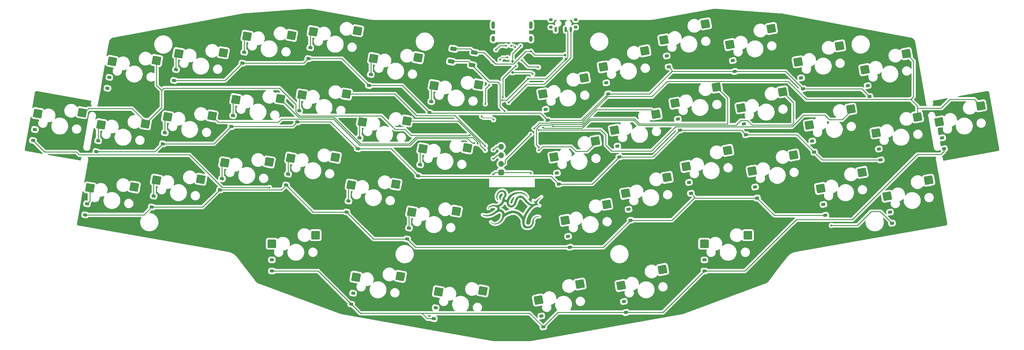
<source format=gbl>
G04 #@! TF.GenerationSoftware,KiCad,Pcbnew,(6.0.2)*
G04 #@! TF.CreationDate,2022-04-12T17:10:10+08:00*
G04 #@! TF.ProjectId,TK44,544b3434-2e6b-4696-9361-645f70636258,rev?*
G04 #@! TF.SameCoordinates,Original*
G04 #@! TF.FileFunction,Copper,L2,Bot*
G04 #@! TF.FilePolarity,Positive*
%FSLAX46Y46*%
G04 Gerber Fmt 4.6, Leading zero omitted, Abs format (unit mm)*
G04 Created by KiCad (PCBNEW (6.0.2)) date 2022-04-12 17:10:10*
%MOMM*%
%LPD*%
G01*
G04 APERTURE LIST*
G04 Aperture macros list*
%AMRoundRect*
0 Rectangle with rounded corners*
0 $1 Rounding radius*
0 $2 $3 $4 $5 $6 $7 $8 $9 X,Y pos of 4 corners*
0 Add a 4 corners polygon primitive as box body*
4,1,4,$2,$3,$4,$5,$6,$7,$8,$9,$2,$3,0*
0 Add four circle primitives for the rounded corners*
1,1,$1+$1,$2,$3*
1,1,$1+$1,$4,$5*
1,1,$1+$1,$6,$7*
1,1,$1+$1,$8,$9*
0 Add four rect primitives between the rounded corners*
20,1,$1+$1,$2,$3,$4,$5,0*
20,1,$1+$1,$4,$5,$6,$7,0*
20,1,$1+$1,$6,$7,$8,$9,0*
20,1,$1+$1,$8,$9,$2,$3,0*%
G04 Aperture macros list end*
G04 #@! TA.AperFunction,SMDPad,CuDef*
%ADD10RoundRect,0.250000X-1.183076X-0.806818X0.835780X-1.162797X1.183076X0.806818X-0.835780X1.162797X0*%
G04 #@! TD*
G04 #@! TA.AperFunction,ComponentPad*
%ADD11C,0.800000*%
G04 #@! TD*
G04 #@! TA.AperFunction,SMDPad,CuDef*
%ADD12RoundRect,0.250000X-0.835780X-1.162797X1.183076X-0.806818X0.835780X1.162797X-1.183076X0.806818X0*%
G04 #@! TD*
G04 #@! TA.AperFunction,SMDPad,CuDef*
%ADD13RoundRect,0.250000X-1.025000X-1.000000X1.025000X-1.000000X1.025000X1.000000X-1.025000X1.000000X0*%
G04 #@! TD*
G04 #@! TA.AperFunction,ComponentPad*
%ADD14O,1.000000X1.762000*%
G04 #@! TD*
G04 #@! TA.AperFunction,ComponentPad*
%ADD15O,1.000000X2.219000*%
G04 #@! TD*
G04 #@! TA.AperFunction,SMDPad,CuDef*
%ADD16RoundRect,0.425000X0.425000X0.425000X-0.425000X0.425000X-0.425000X-0.425000X0.425000X-0.425000X0*%
G04 #@! TD*
G04 #@! TA.AperFunction,SMDPad,CuDef*
%ADD17O,1.700000X1.700000*%
G04 #@! TD*
G04 #@! TA.AperFunction,SMDPad,CuDef*
%ADD18RoundRect,0.225000X0.330232X-0.286700X0.408374X0.156464X-0.330232X0.286700X-0.408374X-0.156464X0*%
G04 #@! TD*
G04 #@! TA.AperFunction,SMDPad,CuDef*
%ADD19RoundRect,0.225000X0.408374X-0.156464X0.330232X0.286700X-0.408374X0.156464X-0.330232X-0.286700X0*%
G04 #@! TD*
G04 #@! TA.AperFunction,SMDPad,CuDef*
%ADD20RoundRect,0.200000X-0.300000X-0.200000X0.300000X-0.200000X0.300000X0.200000X-0.300000X0.200000X0*%
G04 #@! TD*
G04 #@! TA.AperFunction,SMDPad,CuDef*
%ADD21RoundRect,0.175000X-0.175000X-0.575000X0.175000X-0.575000X0.175000X0.575000X-0.175000X0.575000X0*%
G04 #@! TD*
G04 #@! TA.AperFunction,SMDPad,CuDef*
%ADD22RoundRect,0.300000X-0.692219X-0.182571X0.588031X-0.408314X0.692219X0.182571X-0.588031X0.408314X0*%
G04 #@! TD*
G04 #@! TA.AperFunction,SMDPad,CuDef*
%ADD23RoundRect,0.225000X0.375000X-0.225000X0.375000X0.225000X-0.375000X0.225000X-0.375000X-0.225000X0*%
G04 #@! TD*
G04 #@! TA.AperFunction,ViaPad*
%ADD24C,0.600000*%
G04 #@! TD*
G04 #@! TA.AperFunction,Conductor*
%ADD25C,0.250000*%
G04 #@! TD*
G04 #@! TA.AperFunction,Conductor*
%ADD26C,0.200000*%
G04 #@! TD*
G04 #@! TA.AperFunction,Conductor*
%ADD27C,0.300000*%
G04 #@! TD*
G04 APERTURE END LIST*
G36*
X212841231Y-167293668D02*
G01*
X212856530Y-167302580D01*
X212859766Y-167303794D01*
X212877895Y-167316917D01*
X212903953Y-167339802D01*
X212912429Y-167346994D01*
X212925328Y-167357940D01*
X212967373Y-167389008D01*
X213011957Y-167418064D01*
X213043775Y-167437860D01*
X213059927Y-167448644D01*
X213081142Y-167462809D01*
X213105728Y-167481280D01*
X213107683Y-167482946D01*
X213142772Y-167507678D01*
X213189899Y-167535334D01*
X213219271Y-167550295D01*
X213238313Y-167559994D01*
X213277264Y-167575738D01*
X213278665Y-167576178D01*
X213311892Y-167590975D01*
X213347149Y-167612268D01*
X213353334Y-167616564D01*
X213377122Y-167631675D01*
X213388311Y-167636361D01*
X213390683Y-167635717D01*
X213407370Y-167639045D01*
X213457535Y-167655866D01*
X213524472Y-167677322D01*
X213578722Y-167693489D01*
X213614693Y-167702652D01*
X213646583Y-167709118D01*
X213683867Y-167716612D01*
X213715090Y-167723533D01*
X213754430Y-167733381D01*
X213760272Y-167734602D01*
X213793746Y-167737842D01*
X213843307Y-167739795D01*
X213902043Y-167740499D01*
X213963040Y-167739990D01*
X214019386Y-167738306D01*
X214064167Y-167735484D01*
X214090470Y-167731563D01*
X214114003Y-167724799D01*
X214147649Y-167715547D01*
X214168660Y-167709046D01*
X214217382Y-167690270D01*
X214269494Y-167666779D01*
X214315833Y-167642835D01*
X214347236Y-167622700D01*
X214365117Y-167608024D01*
X214408224Y-167569532D01*
X214436250Y-167539284D01*
X214446248Y-167520330D01*
X214446831Y-167515747D01*
X214457575Y-167505823D01*
X214460634Y-167504574D01*
X214473619Y-167487771D01*
X214488190Y-167457617D01*
X214493415Y-167441658D01*
X214499441Y-167381196D01*
X214489747Y-167314171D01*
X214465364Y-167249943D01*
X214445683Y-167212296D01*
X214424911Y-167172281D01*
X214410678Y-167149256D01*
X214383174Y-167110181D01*
X214347356Y-167062350D01*
X214307378Y-167011449D01*
X214260220Y-166952544D01*
X214202776Y-166879554D01*
X214161625Y-166825438D01*
X214136864Y-166790324D01*
X214128589Y-166774339D01*
X214128583Y-166774198D01*
X214122250Y-166759644D01*
X214106311Y-166729781D01*
X214084117Y-166690897D01*
X214061743Y-166650311D01*
X214045747Y-166616684D01*
X214039645Y-166597388D01*
X214040058Y-166589757D01*
X214048479Y-166574729D01*
X214068571Y-166578809D01*
X214101418Y-166602485D01*
X214148103Y-166646245D01*
X214157584Y-166655618D01*
X214248882Y-166736161D01*
X214342947Y-166803168D01*
X214433130Y-166851843D01*
X214467368Y-166864107D01*
X214521499Y-166873811D01*
X214591960Y-166876632D01*
X214619083Y-166876157D01*
X214678224Y-166870531D01*
X214730315Y-166856428D01*
X214781295Y-166831180D01*
X214837102Y-166792117D01*
X214903677Y-166736573D01*
X214927425Y-166715798D01*
X214970874Y-166677785D01*
X215007336Y-166645877D01*
X215030740Y-166625389D01*
X215047949Y-166610861D01*
X215083972Y-166581799D01*
X215123292Y-166551184D01*
X215149374Y-166530727D01*
X215187022Y-166499466D01*
X215214216Y-166474823D01*
X215240648Y-166449483D01*
X215272896Y-166422523D01*
X215291538Y-166413077D01*
X215295627Y-166411241D01*
X215314102Y-166396486D01*
X215340028Y-166371781D01*
X215347801Y-166364235D01*
X215382208Y-166333947D01*
X215427100Y-166297297D01*
X215474821Y-166260600D01*
X215493238Y-166246794D01*
X215537101Y-166212976D01*
X215573235Y-166183862D01*
X215595226Y-166164569D01*
X215600767Y-166159375D01*
X215632396Y-166134262D01*
X215669235Y-166109531D01*
X215682053Y-166101372D01*
X215706981Y-166082547D01*
X215716883Y-166070176D01*
X215721043Y-166063831D01*
X215741775Y-166046966D01*
X215774062Y-166026205D01*
X215795344Y-166012877D01*
X215821163Y-165993451D01*
X215831241Y-165980851D01*
X215831662Y-165978948D01*
X215845410Y-165964684D01*
X215872536Y-165947862D01*
X215891394Y-165937014D01*
X215931038Y-165910387D01*
X215971010Y-165879968D01*
X215993491Y-165862207D01*
X216037701Y-165829741D01*
X216075838Y-165804452D01*
X216088532Y-165796354D01*
X216113545Y-165777009D01*
X216123487Y-165763702D01*
X216132306Y-165752200D01*
X216156352Y-165739222D01*
X216182146Y-165725754D01*
X216220049Y-165701375D01*
X216261180Y-165671674D01*
X216332292Y-165618627D01*
X216399965Y-165571100D01*
X216455514Y-165535419D01*
X216495390Y-165513973D01*
X216530575Y-165498543D01*
X216509735Y-165538843D01*
X216493183Y-165564637D01*
X216451899Y-165612796D01*
X216393197Y-165669876D01*
X216319635Y-165733263D01*
X216311632Y-165739975D01*
X216272381Y-165775177D01*
X216220322Y-165824258D01*
X216159083Y-165883589D01*
X216092289Y-165949538D01*
X216023567Y-166018475D01*
X215956543Y-166086771D01*
X215894845Y-166150794D01*
X215842099Y-166206915D01*
X215801931Y-166251503D01*
X215777615Y-166279357D01*
X215740527Y-166321315D01*
X215710268Y-166354918D01*
X215691714Y-166374714D01*
X215669043Y-166402726D01*
X215647348Y-166437814D01*
X215645343Y-166441587D01*
X215628835Y-166466442D01*
X215615943Y-166476608D01*
X215611796Y-166478381D01*
X215595506Y-166495277D01*
X215575380Y-166524257D01*
X215573908Y-166526641D01*
X215550730Y-166562121D01*
X215519325Y-166607882D01*
X215486047Y-166654647D01*
X215470113Y-166677759D01*
X215436654Y-166731574D01*
X215400208Y-166795420D01*
X215363482Y-166864013D01*
X215329187Y-166932068D01*
X215300030Y-166994301D01*
X215278720Y-167045427D01*
X215267965Y-167080160D01*
X215264573Y-167095744D01*
X215256072Y-167124632D01*
X215250145Y-167142158D01*
X215235422Y-167205213D01*
X215224959Y-167279454D01*
X215219495Y-167355993D01*
X215219769Y-167425941D01*
X215226518Y-167480410D01*
X215233750Y-167513500D01*
X215241787Y-167553612D01*
X215242225Y-167555850D01*
X215250976Y-167585777D01*
X215260895Y-167602011D01*
X215266548Y-167608561D01*
X215272161Y-167631458D01*
X215275955Y-167646582D01*
X215290954Y-167678705D01*
X215313457Y-167716389D01*
X215338225Y-167750533D01*
X215373316Y-167793588D01*
X215412886Y-167838534D01*
X215452850Y-167881037D01*
X215489119Y-167916763D01*
X215517609Y-167941377D01*
X215534231Y-167950545D01*
X215545923Y-167953611D01*
X215568277Y-167968937D01*
X215572958Y-167973073D01*
X215599182Y-167991498D01*
X215638694Y-168015969D01*
X215685677Y-168043250D01*
X215734317Y-168070104D01*
X215778797Y-168093292D01*
X215813302Y-168109580D01*
X215832014Y-168115728D01*
X215834431Y-168116057D01*
X215855258Y-168122615D01*
X215886807Y-168134933D01*
X215895271Y-168138422D01*
X215925374Y-168150011D01*
X215942361Y-168155245D01*
X215943088Y-168155335D01*
X215967278Y-168164007D01*
X215985875Y-168178852D01*
X215989676Y-168192604D01*
X215987020Y-168195675D01*
X215964945Y-168203590D01*
X215935784Y-168202782D01*
X215913197Y-168193152D01*
X215911945Y-168192035D01*
X215885697Y-168177352D01*
X215839917Y-168159170D01*
X215779532Y-168138898D01*
X215709470Y-168117943D01*
X215634657Y-168097711D01*
X215560022Y-168079610D01*
X215490490Y-168065048D01*
X215430990Y-168055431D01*
X215397121Y-168051897D01*
X215316635Y-168047374D01*
X215225990Y-168046190D01*
X215132278Y-168048138D01*
X215042593Y-168053014D01*
X214964028Y-168060611D01*
X214903677Y-168070724D01*
X214903534Y-168070757D01*
X214868065Y-168078106D01*
X214827439Y-168085465D01*
X214824738Y-168085927D01*
X214789174Y-168094027D01*
X214763907Y-168103035D01*
X214740779Y-168111745D01*
X214706728Y-168119954D01*
X214697335Y-168121947D01*
X214657075Y-168134064D01*
X214604017Y-168153480D01*
X214542727Y-168178146D01*
X214477769Y-168206012D01*
X214433349Y-168226131D01*
X214413710Y-168235026D01*
X214355115Y-168263139D01*
X214306549Y-168288301D01*
X214272579Y-168308461D01*
X214257771Y-168321568D01*
X214254965Y-168325352D01*
X214236508Y-168331736D01*
X214225840Y-168334863D01*
X214198200Y-168349845D01*
X214164211Y-168373032D01*
X214131265Y-168397072D01*
X214082044Y-168431903D01*
X214033739Y-168465153D01*
X214013745Y-168478687D01*
X213984517Y-168498795D01*
X213959262Y-168517051D01*
X213933310Y-168537114D01*
X213901991Y-168562644D01*
X213860637Y-168597300D01*
X213804577Y-168644742D01*
X213750566Y-168692134D01*
X213674312Y-168762874D01*
X213591766Y-168842806D01*
X213507159Y-168927606D01*
X213424726Y-169012948D01*
X213348698Y-169094508D01*
X213283309Y-169167959D01*
X213232791Y-169228978D01*
X213223714Y-169240413D01*
X213189804Y-169281065D01*
X213158446Y-169316194D01*
X213153607Y-169321456D01*
X213125215Y-169356752D01*
X213104118Y-169389540D01*
X213103928Y-169389905D01*
X213087473Y-169414338D01*
X213073237Y-169424482D01*
X213065034Y-169427996D01*
X213052038Y-169446718D01*
X213046476Y-169458947D01*
X213030201Y-169483674D01*
X213026894Y-169487624D01*
X213009596Y-169510468D01*
X212983632Y-169546271D01*
X212953252Y-169589204D01*
X212946086Y-169599366D01*
X212910375Y-169648147D01*
X212875612Y-169693084D01*
X212848424Y-169725562D01*
X212835007Y-169740923D01*
X212815001Y-169766707D01*
X212807129Y-169781437D01*
X212800943Y-169793977D01*
X212782637Y-169823087D01*
X212755128Y-169864051D01*
X212721361Y-169912375D01*
X212695687Y-169948800D01*
X212649815Y-170015354D01*
X212606239Y-170080277D01*
X212567434Y-170139749D01*
X212535879Y-170189945D01*
X212514049Y-170227042D01*
X212504421Y-170247219D01*
X212502339Y-170253002D01*
X212491715Y-170263342D01*
X212484085Y-170269954D01*
X212466762Y-170293331D01*
X212444997Y-170327727D01*
X212430601Y-170351215D01*
X212397162Y-170402477D01*
X212365583Y-170447435D01*
X212349295Y-170470052D01*
X212331288Y-170497404D01*
X212324287Y-170511602D01*
X212323460Y-170514109D01*
X212313045Y-170534230D01*
X212292558Y-170570404D01*
X212264371Y-170618495D01*
X212230857Y-170674370D01*
X212223821Y-170686062D01*
X212190973Y-170742369D01*
X212155346Y-170805720D01*
X212118846Y-170872465D01*
X212083375Y-170938956D01*
X212050838Y-171001542D01*
X212023137Y-171056572D01*
X212002176Y-171100399D01*
X211989859Y-171129371D01*
X211988089Y-171139840D01*
X211987073Y-171148200D01*
X211975132Y-171169410D01*
X211965335Y-171187280D01*
X211946676Y-171226874D01*
X211923412Y-171279830D01*
X211897992Y-171340300D01*
X211872863Y-171402438D01*
X211850471Y-171460395D01*
X211833266Y-171508324D01*
X211827776Y-171524243D01*
X211813217Y-171563596D01*
X211801577Y-171591459D01*
X211793950Y-171609561D01*
X211786095Y-171635931D01*
X211781291Y-171652430D01*
X211768220Y-171681366D01*
X211760345Y-171700212D01*
X211760317Y-171715206D01*
X211760385Y-171715277D01*
X211758961Y-171729682D01*
X211746141Y-171754326D01*
X211745974Y-171754581D01*
X211731732Y-171778290D01*
X211726886Y-171790371D01*
X211727038Y-171794318D01*
X211722586Y-171813277D01*
X211717453Y-171831728D01*
X211710039Y-171864102D01*
X211709559Y-171866397D01*
X211702258Y-171896348D01*
X211690418Y-171940851D01*
X211676356Y-171991166D01*
X211652634Y-172076534D01*
X211621549Y-172195649D01*
X211592434Y-172315061D01*
X211566718Y-172428639D01*
X211545830Y-172530254D01*
X211531200Y-172613777D01*
X211526388Y-172643924D01*
X211519653Y-172683662D01*
X211517467Y-172696827D01*
X211511203Y-172739104D01*
X211505073Y-172785313D01*
X211502533Y-172805466D01*
X211496794Y-172848918D01*
X211492271Y-172880610D01*
X211491582Y-172885047D01*
X211485918Y-172921502D01*
X211479436Y-172963202D01*
X211459602Y-173113469D01*
X211448136Y-173275058D01*
X211450202Y-173416625D01*
X211465817Y-173538995D01*
X211495001Y-173642992D01*
X211498118Y-173651783D01*
X211505430Y-173677305D01*
X211507423Y-173683344D01*
X211518913Y-173709925D01*
X211537683Y-173749771D01*
X211560651Y-173796551D01*
X211584735Y-173843933D01*
X211606851Y-173885588D01*
X211607530Y-173886766D01*
X211625020Y-173909139D01*
X211656279Y-173943218D01*
X211696452Y-173984250D01*
X211740686Y-174027485D01*
X211784129Y-174068169D01*
X211821925Y-174101552D01*
X211849223Y-174122882D01*
X211850895Y-174123985D01*
X211879688Y-174140568D01*
X211922783Y-174162961D01*
X211974036Y-174188246D01*
X212027303Y-174213503D01*
X212076442Y-174235817D01*
X212115307Y-174252267D01*
X212137757Y-174259936D01*
X212169999Y-174266664D01*
X212211922Y-174276132D01*
X212248049Y-174284852D01*
X212248299Y-174284910D01*
X212264470Y-174287246D01*
X212298481Y-174291564D01*
X212343347Y-174296975D01*
X212419365Y-174303867D01*
X212506805Y-174305357D01*
X212598964Y-174299113D01*
X212705478Y-174284813D01*
X212710151Y-174284029D01*
X212753502Y-174274302D01*
X212808196Y-174259150D01*
X212867036Y-174240898D01*
X212922824Y-174221871D01*
X212968363Y-174204396D01*
X212996455Y-174190798D01*
X213020647Y-174177119D01*
X213041223Y-174169141D01*
X213057734Y-174162506D01*
X213090826Y-174143967D01*
X213133246Y-174117365D01*
X213179030Y-174086460D01*
X213222213Y-174055014D01*
X213234787Y-174045096D01*
X213277496Y-174007974D01*
X213323922Y-173963605D01*
X213370315Y-173916048D01*
X213412925Y-173869367D01*
X213448003Y-173827621D01*
X213471800Y-173794873D01*
X213480565Y-173775183D01*
X213481708Y-173767564D01*
X213492415Y-173757349D01*
X213501914Y-173750919D01*
X213513303Y-173728759D01*
X213513946Y-173726828D01*
X213528598Y-173695933D01*
X213549974Y-173662051D01*
X213565287Y-173637836D01*
X213585726Y-173600223D01*
X213605533Y-173559805D01*
X213620680Y-173524852D01*
X213627139Y-173503633D01*
X213630376Y-173494173D01*
X213641718Y-173471456D01*
X213645822Y-173463168D01*
X213659117Y-173429436D01*
X213672150Y-173388864D01*
X213678732Y-173365819D01*
X213686676Y-173337510D01*
X213691582Y-173317630D01*
X213695880Y-173295840D01*
X213701999Y-173261801D01*
X213704661Y-173247203D01*
X213712285Y-173207308D01*
X213718136Y-173179210D01*
X213718318Y-173178412D01*
X213724108Y-173147490D01*
X213729835Y-173109325D01*
X213729837Y-173109304D01*
X213735880Y-173068574D01*
X213742211Y-173033087D01*
X213750623Y-172988581D01*
X213758441Y-172934792D01*
X213765644Y-172867904D01*
X213768418Y-172840975D01*
X213773627Y-172797109D01*
X213778153Y-172766253D01*
X213783510Y-172736156D01*
X213790398Y-172696368D01*
X213796180Y-172663096D01*
X213803906Y-172620130D01*
X213803960Y-172619838D01*
X213811790Y-172576250D01*
X213818842Y-172535095D01*
X213823861Y-172503896D01*
X213825592Y-172490176D01*
X213825720Y-172488793D01*
X213831479Y-172469895D01*
X213844092Y-172434415D01*
X213861377Y-172388053D01*
X213881154Y-172336508D01*
X213901243Y-172285479D01*
X213919464Y-172240665D01*
X213933636Y-172207766D01*
X213941978Y-172190249D01*
X213965989Y-172144045D01*
X213995191Y-172091569D01*
X214026179Y-172038575D01*
X214055546Y-171990812D01*
X214079886Y-171954032D01*
X214095792Y-171933987D01*
X214107891Y-171920922D01*
X214131642Y-171892972D01*
X214160355Y-171857749D01*
X214188213Y-171824130D01*
X214240876Y-171765670D01*
X214293896Y-171712287D01*
X214342093Y-171669082D01*
X214380286Y-171641155D01*
X214386606Y-171637311D01*
X214410969Y-171619875D01*
X214420835Y-171608136D01*
X214423666Y-171603740D01*
X214441639Y-171587846D01*
X214469942Y-171566422D01*
X214501243Y-171544675D01*
X214528212Y-171527809D01*
X214543517Y-171521031D01*
X214549198Y-171518875D01*
X214571544Y-171506250D01*
X214603235Y-171486088D01*
X214609312Y-171482071D01*
X214641557Y-171461669D01*
X214672572Y-171444482D01*
X214710606Y-171426226D01*
X214763907Y-171402616D01*
X214834539Y-171374664D01*
X214993582Y-171328655D01*
X215163600Y-171300186D01*
X215338555Y-171290434D01*
X215382906Y-171290835D01*
X215433317Y-171292406D01*
X215469983Y-171294891D01*
X215487073Y-171297992D01*
X215491675Y-171300031D01*
X215517529Y-171306560D01*
X215554091Y-171312489D01*
X215563039Y-171313712D01*
X215609538Y-171322089D01*
X215649207Y-171331951D01*
X215686034Y-171342178D01*
X215724234Y-171350766D01*
X215751848Y-171357988D01*
X215785557Y-171371886D01*
X215803676Y-171381544D01*
X215818534Y-171388312D01*
X215821360Y-171389284D01*
X215841789Y-171397713D01*
X215873353Y-171411510D01*
X215895522Y-171422590D01*
X215914910Y-171439887D01*
X215917825Y-171461187D01*
X215917529Y-171463027D01*
X215908902Y-171479639D01*
X215887977Y-171487399D01*
X215850726Y-171486871D01*
X215793122Y-171478618D01*
X215669750Y-171461535D01*
X215497360Y-171453786D01*
X215329807Y-171466831D01*
X215160980Y-171500884D01*
X215140954Y-171506026D01*
X215110155Y-171513712D01*
X215100997Y-171516094D01*
X215047808Y-171533655D01*
X214984969Y-171558852D01*
X214922736Y-171587637D01*
X214876410Y-171610873D01*
X214825389Y-171636885D01*
X214791795Y-171654767D01*
X214772382Y-171666265D01*
X214763907Y-171673124D01*
X214761159Y-171675857D01*
X214742123Y-171690886D01*
X214713081Y-171711600D01*
X214703397Y-171718464D01*
X214674882Y-171741339D01*
X214658448Y-171758637D01*
X214652683Y-171765584D01*
X214632287Y-171775158D01*
X214632031Y-171775163D01*
X214613301Y-171785110D01*
X214582889Y-171811465D01*
X214544226Y-171850352D01*
X214500746Y-171897893D01*
X214455882Y-171950210D01*
X214413067Y-172003426D01*
X214375732Y-172053664D01*
X214347312Y-172097046D01*
X214333862Y-172120024D01*
X214306531Y-172167897D01*
X214284694Y-172207703D01*
X214272152Y-172232586D01*
X214252901Y-172277001D01*
X214227129Y-172339050D01*
X214210879Y-172382885D01*
X214203103Y-172411452D01*
X214202756Y-172427696D01*
X214202908Y-172433473D01*
X214193761Y-172453108D01*
X214186826Y-172464042D01*
X214179494Y-172484632D01*
X214173674Y-172515087D01*
X214169176Y-172557999D01*
X214165811Y-172615958D01*
X214163390Y-172691554D01*
X214161721Y-172787379D01*
X214160616Y-172906023D01*
X214160190Y-172954920D01*
X214158508Y-173060845D01*
X214155961Y-173150623D01*
X214152648Y-173221938D01*
X214148664Y-173272476D01*
X214144107Y-173299920D01*
X214143941Y-173300445D01*
X214132192Y-173342846D01*
X214123675Y-173382511D01*
X214122735Y-173387881D01*
X214113916Y-173428239D01*
X214102455Y-173471456D01*
X214098879Y-173483903D01*
X214091406Y-173512568D01*
X214089253Y-173525591D01*
X214089330Y-173526057D01*
X214084142Y-173540378D01*
X214071342Y-173566887D01*
X214069195Y-173571106D01*
X214058662Y-173595086D01*
X214057434Y-173604872D01*
X214058063Y-173606501D01*
X214053392Y-173624848D01*
X214041034Y-173659704D01*
X214022872Y-173706190D01*
X214000784Y-173759424D01*
X213976651Y-173814527D01*
X213966597Y-173836881D01*
X213945507Y-173884036D01*
X213928426Y-173922531D01*
X213926588Y-173926685D01*
X213909663Y-173963511D01*
X213895443Y-173992416D01*
X213880295Y-174021129D01*
X213861915Y-174055948D01*
X213854241Y-174070091D01*
X213819912Y-174127783D01*
X213779852Y-174188910D01*
X213739902Y-174244823D01*
X213705905Y-174286874D01*
X213692673Y-174301349D01*
X213642068Y-174354085D01*
X213586931Y-174408354D01*
X213532664Y-174459068D01*
X213484668Y-174501137D01*
X213448347Y-174529474D01*
X213432016Y-174541065D01*
X213405963Y-174561292D01*
X213393873Y-174573328D01*
X213382810Y-174582888D01*
X213355255Y-174601034D01*
X213317635Y-174623315D01*
X213282069Y-174644064D01*
X213252758Y-174662416D01*
X213239145Y-174672620D01*
X213237023Y-174674619D01*
X213216877Y-174686862D01*
X213182603Y-174704519D01*
X213141487Y-174724185D01*
X213100810Y-174742450D01*
X213067857Y-174755907D01*
X213049909Y-174761151D01*
X213045685Y-174761740D01*
X213035843Y-174773857D01*
X213035529Y-174777020D01*
X213026313Y-174784546D01*
X213019983Y-174784479D01*
X212997724Y-174790349D01*
X212980709Y-174796751D01*
X212942597Y-174809690D01*
X212895231Y-174824853D01*
X212845289Y-174840202D01*
X212799448Y-174853697D01*
X212764384Y-174863300D01*
X212746773Y-174866972D01*
X212741003Y-174867577D01*
X212730890Y-174875508D01*
X212729817Y-174878629D01*
X212715007Y-174884970D01*
X212691036Y-174887874D01*
X212645975Y-174895417D01*
X212578414Y-174907938D01*
X212569398Y-174909619D01*
X212523962Y-174917562D01*
X212476763Y-174925221D01*
X212469889Y-174926106D01*
X212430809Y-174928721D01*
X212374672Y-174930357D01*
X212307543Y-174931056D01*
X212235489Y-174930861D01*
X212164576Y-174929815D01*
X212100868Y-174927961D01*
X212050432Y-174925341D01*
X212019335Y-174921998D01*
X212014993Y-174921192D01*
X211978513Y-174915099D01*
X211936743Y-174908857D01*
X211929107Y-174907779D01*
X211863949Y-174897149D01*
X211818773Y-174886422D01*
X211788655Y-174874456D01*
X211774392Y-174868558D01*
X211765208Y-174870263D01*
X211761548Y-174872135D01*
X211746148Y-174862801D01*
X211734999Y-174854920D01*
X211727089Y-174854193D01*
X211719203Y-174854023D01*
X211693895Y-174845642D01*
X211657204Y-174830497D01*
X211625058Y-174817076D01*
X211597798Y-174807577D01*
X211587319Y-174806648D01*
X211587082Y-174807302D01*
X211575660Y-174803686D01*
X211552376Y-174789088D01*
X211542525Y-174782458D01*
X211504322Y-174759342D01*
X211462743Y-174736788D01*
X211389565Y-174692394D01*
X211310051Y-174631337D01*
X211230916Y-174559647D01*
X211157761Y-174482795D01*
X211096190Y-174406252D01*
X211051803Y-174335488D01*
X211038613Y-174309797D01*
X211016727Y-174267147D01*
X210993121Y-174221131D01*
X210984683Y-174203793D01*
X210963785Y-174156017D01*
X210941350Y-174099940D01*
X210920356Y-174043437D01*
X210903781Y-173994382D01*
X210894603Y-173960650D01*
X210894601Y-173960638D01*
X210891087Y-173944937D01*
X210884361Y-173916178D01*
X210881147Y-173902426D01*
X210866888Y-173833413D01*
X210856416Y-173763702D01*
X210855263Y-173755092D01*
X210849260Y-173718052D01*
X210843596Y-173692767D01*
X210841490Y-173684338D01*
X210837221Y-173656296D01*
X210832850Y-173612216D01*
X210828277Y-173550537D01*
X210823405Y-173469699D01*
X210818135Y-173368141D01*
X210812369Y-173244301D01*
X210806008Y-173096618D01*
X210802481Y-173020194D01*
X210793713Y-172878994D01*
X210782426Y-172753170D01*
X210768065Y-172636013D01*
X210768037Y-172635808D01*
X210761598Y-172588769D01*
X210755462Y-172542545D01*
X210748123Y-172506283D01*
X210728639Y-172442406D01*
X210699925Y-172366253D01*
X210663953Y-172283412D01*
X210649587Y-172252278D01*
X210630500Y-172210838D01*
X210617148Y-172181761D01*
X210605782Y-172158873D01*
X210596243Y-172143642D01*
X210595267Y-172142395D01*
X210584911Y-172124543D01*
X210567254Y-172091192D01*
X210545492Y-172048344D01*
X210539970Y-172037502D01*
X210508671Y-171980589D01*
X210471136Y-171917443D01*
X210434311Y-171859843D01*
X210417908Y-171835150D01*
X210391951Y-171794880D01*
X210374010Y-171765413D01*
X210367246Y-171751839D01*
X210362874Y-171743449D01*
X210344794Y-171717661D01*
X210315256Y-171678468D01*
X210277032Y-171629383D01*
X210232894Y-171573915D01*
X210185617Y-171515575D01*
X210137972Y-171457872D01*
X210092733Y-171404318D01*
X210088729Y-171399665D01*
X210021397Y-171325618D01*
X209941750Y-171244256D01*
X209855492Y-171160956D01*
X209768330Y-171081096D01*
X209685968Y-171010053D01*
X209614111Y-170953203D01*
X209600630Y-170943113D01*
X209556571Y-170909352D01*
X209514435Y-170876183D01*
X209495028Y-170861569D01*
X209464520Y-170842395D01*
X209444697Y-170834887D01*
X209435436Y-170832720D01*
X209419127Y-170815828D01*
X209414247Y-170806907D01*
X209399367Y-170796768D01*
X209389118Y-170793245D01*
X209362282Y-170778593D01*
X209327665Y-170756430D01*
X209304733Y-170740834D01*
X209264613Y-170713611D01*
X209233981Y-170692898D01*
X209232940Y-170692200D01*
X209205234Y-170676289D01*
X209186080Y-170669705D01*
X209181042Y-170668708D01*
X209157148Y-170658198D01*
X209125210Y-170639922D01*
X209119259Y-170636248D01*
X209072927Y-170610181D01*
X209026988Y-170587513D01*
X208997823Y-170574387D01*
X208949001Y-170552120D01*
X208899464Y-170529275D01*
X208860492Y-170512108D01*
X208816615Y-170494801D01*
X208785107Y-170484634D01*
X208755582Y-170475940D01*
X208734742Y-170466750D01*
X208731603Y-170464903D01*
X208704516Y-170454658D01*
X208660303Y-170441913D01*
X208605387Y-170428201D01*
X208546192Y-170415053D01*
X208489142Y-170404002D01*
X208440659Y-170396582D01*
X208428521Y-170395106D01*
X208385436Y-170389825D01*
X208339008Y-170384092D01*
X208313009Y-170381623D01*
X208251994Y-170378639D01*
X208178930Y-170377408D01*
X208102309Y-170377927D01*
X208030622Y-170380194D01*
X207972361Y-170384205D01*
X207956487Y-170385798D01*
X207901451Y-170391342D01*
X207851651Y-170396383D01*
X207838533Y-170397800D01*
X207795519Y-170403410D01*
X207762706Y-170408991D01*
X207759846Y-170409602D01*
X207687991Y-170424348D01*
X207622936Y-170436233D01*
X207591967Y-170441606D01*
X207565108Y-170446692D01*
X207546824Y-170451181D01*
X207527639Y-170457151D01*
X207503977Y-170463659D01*
X207467740Y-170471333D01*
X207463782Y-170472099D01*
X207431744Y-170480427D01*
X207386000Y-170494296D01*
X207335076Y-170511148D01*
X207323723Y-170515046D01*
X207275059Y-170531312D01*
X207234803Y-170544105D01*
X207210733Y-170550934D01*
X207189572Y-170555880D01*
X207160686Y-170564250D01*
X207127389Y-170576996D01*
X207105829Y-170585384D01*
X207065244Y-170600606D01*
X207019385Y-170617393D01*
X206982675Y-170630860D01*
X206942985Y-170645893D01*
X206917734Y-170656029D01*
X206915254Y-170657108D01*
X206884606Y-170670344D01*
X206847849Y-170686098D01*
X206825782Y-170695611D01*
X206780547Y-170715376D01*
X206733492Y-170736168D01*
X206703410Y-170749510D01*
X206657476Y-170769757D01*
X206622311Y-170785113D01*
X206617147Y-170787422D01*
X206591469Y-170801686D01*
X206581015Y-170812577D01*
X206579251Y-170816710D01*
X206563001Y-170822181D01*
X206557428Y-170823658D01*
X206531904Y-170834123D01*
X206490992Y-170852661D01*
X206439460Y-170876938D01*
X206382081Y-170904618D01*
X206323623Y-170933368D01*
X206268857Y-170960852D01*
X206222553Y-170984736D01*
X206189482Y-171002686D01*
X206174412Y-171012366D01*
X206154689Y-171027381D01*
X206121338Y-171047026D01*
X206085524Y-171064504D01*
X206081634Y-171066255D01*
X206048464Y-171084862D01*
X206013310Y-171108946D01*
X206005179Y-171114963D01*
X205977578Y-171132703D01*
X205960160Y-171139840D01*
X205951231Y-171142233D01*
X205930722Y-171156479D01*
X205924667Y-171161723D01*
X205899027Y-171181131D01*
X205860699Y-171208428D01*
X205815458Y-171239457D01*
X205791694Y-171255750D01*
X205753311Y-171283487D01*
X205726846Y-171304566D01*
X205716983Y-171315377D01*
X205716953Y-171315796D01*
X205706229Y-171328694D01*
X205682041Y-171345818D01*
X205664438Y-171358407D01*
X205628670Y-171388708D01*
X205584483Y-171429349D01*
X205536935Y-171475397D01*
X205491088Y-171521917D01*
X205452002Y-171563978D01*
X205424737Y-171596645D01*
X205420485Y-171602256D01*
X205391352Y-171637924D01*
X205364382Y-171667324D01*
X205363599Y-171668098D01*
X205343934Y-171689817D01*
X205335793Y-171703253D01*
X205335245Y-171705144D01*
X205325232Y-171723486D01*
X205305220Y-171755712D01*
X205278614Y-171796281D01*
X205271015Y-171807716D01*
X205245766Y-171847413D01*
X205228092Y-171877893D01*
X205221436Y-171893316D01*
X205221224Y-171895490D01*
X205213000Y-171919308D01*
X205194404Y-171960315D01*
X205167603Y-172014545D01*
X205134765Y-172078034D01*
X205098057Y-172146815D01*
X205059646Y-172216924D01*
X205021701Y-172284396D01*
X204986388Y-172345264D01*
X204955875Y-172395563D01*
X204932330Y-172431328D01*
X204917919Y-172448594D01*
X204915439Y-172451077D01*
X204900295Y-172470062D01*
X204876027Y-172502751D01*
X204846566Y-172543892D01*
X204838696Y-172554957D01*
X204805216Y-172600141D01*
X204774361Y-172639167D01*
X204751958Y-172664602D01*
X204751227Y-172665333D01*
X204726524Y-172691723D01*
X204693047Y-172729526D01*
X204657822Y-172770812D01*
X204632117Y-172801016D01*
X204575695Y-172863022D01*
X204514757Y-172923499D01*
X204443821Y-172987746D01*
X204357404Y-173061059D01*
X204309338Y-173100948D01*
X204264090Y-173138539D01*
X204228301Y-173168316D01*
X204207025Y-173186077D01*
X204183491Y-173203577D01*
X204168125Y-173210976D01*
X204155791Y-173216519D01*
X204133816Y-173233212D01*
X204127838Y-173238358D01*
X204096968Y-173262424D01*
X204059804Y-173288858D01*
X204022982Y-173313226D01*
X203993136Y-173331097D01*
X203976900Y-173338039D01*
X203975863Y-173338078D01*
X203961389Y-173347569D01*
X203960180Y-173349313D01*
X203941835Y-173362984D01*
X203905860Y-173384244D01*
X203856818Y-173410790D01*
X203799277Y-173440319D01*
X203737801Y-173470530D01*
X203676956Y-173499119D01*
X203621308Y-173523784D01*
X203575422Y-173542223D01*
X203539072Y-173556240D01*
X203504834Y-173570831D01*
X203486624Y-173580397D01*
X203471564Y-173588185D01*
X203442152Y-173596981D01*
X203421476Y-173601673D01*
X203380807Y-173611862D01*
X203334542Y-173624155D01*
X203298723Y-173633877D01*
X203259841Y-173644245D01*
X203236068Y-173650353D01*
X203218514Y-173654667D01*
X203185243Y-173663107D01*
X203165930Y-173667708D01*
X203083108Y-173681585D01*
X202983979Y-173691351D01*
X202875414Y-173696894D01*
X202764285Y-173698103D01*
X202657465Y-173694863D01*
X202561825Y-173687063D01*
X202484237Y-173674591D01*
X202462464Y-173670062D01*
X202426038Y-173663352D01*
X202397349Y-173656730D01*
X202359330Y-173644475D01*
X202358969Y-173644335D01*
X202334533Y-173637108D01*
X202324387Y-173638509D01*
X202319839Y-173639439D01*
X202303375Y-173628664D01*
X202289676Y-173619094D01*
X202277387Y-173615909D01*
X202270015Y-173615915D01*
X202241550Y-173608387D01*
X202195062Y-173592746D01*
X202133792Y-173570027D01*
X202124339Y-173566995D01*
X202105203Y-173564736D01*
X202102781Y-173564830D01*
X202095673Y-173554047D01*
X202094554Y-173549367D01*
X202079790Y-173541225D01*
X202075062Y-173540901D01*
X202039465Y-173529925D01*
X201988974Y-173505172D01*
X201927166Y-173469113D01*
X201857621Y-173424222D01*
X201783916Y-173372970D01*
X201709630Y-173317829D01*
X201638339Y-173261271D01*
X201573623Y-173205770D01*
X201519060Y-173153797D01*
X201465709Y-173093341D01*
X201429706Y-173039595D01*
X201411838Y-172994757D01*
X201412493Y-172960617D01*
X201432059Y-172938966D01*
X201470924Y-172931595D01*
X201484818Y-172937806D01*
X201513985Y-172958606D01*
X201552707Y-172990563D01*
X201596385Y-173030069D01*
X201646859Y-173076818D01*
X201739736Y-173157337D01*
X201820915Y-173219416D01*
X201892371Y-173264622D01*
X201908331Y-173273490D01*
X201955842Y-173300037D01*
X201997585Y-173323536D01*
X202009611Y-173330086D01*
X202041180Y-173344852D01*
X202061305Y-173350745D01*
X202065996Y-173351386D01*
X202091221Y-173360241D01*
X202124450Y-173376183D01*
X202137299Y-173382772D01*
X202162072Y-173393236D01*
X202171911Y-173393686D01*
X202174159Y-173391441D01*
X202187794Y-173398548D01*
X202209114Y-173409518D01*
X202241796Y-173419377D01*
X202274634Y-173426484D01*
X202311681Y-173434857D01*
X202378291Y-173447835D01*
X202489383Y-173461233D01*
X202608649Y-173467701D01*
X202727969Y-173467116D01*
X202839223Y-173459355D01*
X202934292Y-173444296D01*
X202958573Y-173439218D01*
X202997824Y-173431909D01*
X203028562Y-173425742D01*
X203111978Y-173402177D01*
X203208417Y-173367585D01*
X203312438Y-173324433D01*
X203418599Y-173275188D01*
X203521458Y-173222319D01*
X203615571Y-173168292D01*
X203695498Y-173115576D01*
X203709277Y-173105573D01*
X203782658Y-173050512D01*
X203857911Y-172991444D01*
X203930523Y-172932120D01*
X203995978Y-172876289D01*
X204049762Y-172827700D01*
X204087360Y-172790104D01*
X204102562Y-172773384D01*
X204144327Y-172727627D01*
X204183231Y-172685203D01*
X204194666Y-172672373D01*
X204228685Y-172631784D01*
X204268390Y-172582065D01*
X204307358Y-172531186D01*
X204328143Y-172503412D01*
X204359272Y-172462011D01*
X204383130Y-172430526D01*
X204395762Y-172414188D01*
X204400930Y-172406628D01*
X204408229Y-172385599D01*
X204408683Y-172382097D01*
X204420935Y-172372356D01*
X204426781Y-172370206D01*
X204433642Y-172353297D01*
X204434975Y-172344542D01*
X204445492Y-172334237D01*
X204454990Y-172327808D01*
X204466380Y-172305648D01*
X204467002Y-172303776D01*
X204481600Y-172272865D01*
X204502890Y-172238939D01*
X204515770Y-172219004D01*
X204539194Y-172176711D01*
X204561284Y-172130935D01*
X204575778Y-172099300D01*
X204590954Y-172068911D01*
X204599786Y-172054697D01*
X204599962Y-172054543D01*
X204609411Y-172038677D01*
X204621351Y-172010225D01*
X204631775Y-171983070D01*
X204649286Y-171939264D01*
X204668838Y-171891629D01*
X204685990Y-171849356D01*
X204700256Y-171812102D01*
X204707706Y-171789978D01*
X204712069Y-171775368D01*
X204723436Y-171740129D01*
X204739569Y-171691501D01*
X204758528Y-171635388D01*
X204773867Y-171590011D01*
X204790745Y-171539156D01*
X204803242Y-171500411D01*
X204809410Y-171479735D01*
X204813679Y-171462251D01*
X204821837Y-171428909D01*
X204827116Y-171406136D01*
X204835042Y-171368554D01*
X204840133Y-171344856D01*
X204847631Y-171315567D01*
X204862084Y-171259203D01*
X204878696Y-171165224D01*
X204890241Y-171061226D01*
X204896568Y-170952994D01*
X204897523Y-170846316D01*
X204892955Y-170746978D01*
X204882711Y-170660766D01*
X204866639Y-170593467D01*
X204843334Y-170527164D01*
X204824104Y-170478071D01*
X204810059Y-170449956D01*
X204800402Y-170440991D01*
X204793611Y-170434613D01*
X204784886Y-170412401D01*
X204772010Y-170384818D01*
X204743680Y-170343025D01*
X204704324Y-170293451D01*
X204657996Y-170240908D01*
X204608752Y-170190212D01*
X204560645Y-170146176D01*
X204537057Y-170126939D01*
X204486024Y-170089021D01*
X204434706Y-170054861D01*
X204389649Y-170028693D01*
X204357404Y-170014753D01*
X204354909Y-170013880D01*
X204334954Y-170005596D01*
X204303793Y-169991936D01*
X204300061Y-169990310D01*
X204253896Y-169974085D01*
X204208495Y-169963239D01*
X204200463Y-169961917D01*
X204169158Y-169955719D01*
X204152347Y-169950668D01*
X204146268Y-169949006D01*
X204118911Y-169946602D01*
X204077300Y-169945325D01*
X204028812Y-169945160D01*
X203980824Y-169946090D01*
X203940713Y-169948101D01*
X203915858Y-169951176D01*
X203895971Y-169956046D01*
X203858679Y-169965245D01*
X203839039Y-169970009D01*
X203816115Y-169975240D01*
X203796465Y-169983710D01*
X203768466Y-170000203D01*
X203766012Y-170001790D01*
X203743882Y-170013810D01*
X203734792Y-170014413D01*
X203730233Y-170014020D01*
X203709476Y-170022738D01*
X203677614Y-170040069D01*
X203655270Y-170052488D01*
X203630192Y-170064119D01*
X203620435Y-170065133D01*
X203618163Y-170062634D01*
X203604552Y-170069553D01*
X203604307Y-170069749D01*
X203585776Y-170081481D01*
X203550441Y-170101698D01*
X203503930Y-170127362D01*
X203451870Y-170155438D01*
X203399887Y-170182891D01*
X203353608Y-170206685D01*
X203318659Y-170223786D01*
X203313184Y-170226420D01*
X203287718Y-170241585D01*
X203277364Y-170253043D01*
X203276196Y-170256793D01*
X203261254Y-170263102D01*
X203253771Y-170264800D01*
X203227644Y-170277149D01*
X203194545Y-170297526D01*
X203184016Y-170304551D01*
X203137214Y-170333794D01*
X203092637Y-170359269D01*
X203080280Y-170365863D01*
X203023822Y-170396599D01*
X202988378Y-170417197D01*
X202972411Y-170428543D01*
X202972103Y-170428845D01*
X202956391Y-170439100D01*
X202928923Y-170453955D01*
X202887414Y-170475335D01*
X202860961Y-170490310D01*
X202848480Y-170500056D01*
X202845348Y-170507535D01*
X202844164Y-170511166D01*
X202829175Y-170517229D01*
X202814406Y-170522090D01*
X202783999Y-170537937D01*
X202746584Y-170560970D01*
X202714608Y-170580921D01*
X202689615Y-170594158D01*
X202679970Y-170595913D01*
X202679003Y-170593450D01*
X202670441Y-170600462D01*
X202668212Y-170602787D01*
X202648306Y-170617259D01*
X202613213Y-170639748D01*
X202568184Y-170667188D01*
X202518468Y-170696513D01*
X202469317Y-170724658D01*
X202425981Y-170748558D01*
X202393710Y-170765145D01*
X202377754Y-170771356D01*
X202368733Y-170774352D01*
X202349916Y-170790275D01*
X202339123Y-170799701D01*
X202322947Y-170802232D01*
X202319346Y-170800637D01*
X202311681Y-170807243D01*
X202308213Y-170814809D01*
X202289445Y-170826683D01*
X202277545Y-170831173D01*
X202248149Y-170845250D01*
X202233558Y-170853373D01*
X202203677Y-170868863D01*
X202195560Y-170872881D01*
X202157827Y-170891776D01*
X202108076Y-170916879D01*
X202054365Y-170944106D01*
X202004756Y-170969375D01*
X201967309Y-170988601D01*
X201956893Y-170993678D01*
X201928632Y-171003958D01*
X201913307Y-171004064D01*
X201910106Y-171002037D01*
X201905077Y-171010659D01*
X201902459Y-171017922D01*
X201884802Y-171025483D01*
X201861995Y-171030263D01*
X201830800Y-171043331D01*
X201807995Y-171054439D01*
X201758803Y-171075535D01*
X201697549Y-171099629D01*
X201629325Y-171124938D01*
X201559224Y-171149682D01*
X201492338Y-171172079D01*
X201433757Y-171190348D01*
X201388574Y-171202707D01*
X201361881Y-171207376D01*
X201356090Y-171208193D01*
X201345998Y-171218196D01*
X201345899Y-171219690D01*
X201336468Y-171226351D01*
X201326395Y-171226740D01*
X201296957Y-171231408D01*
X201257053Y-171239618D01*
X201230391Y-171245402D01*
X201181340Y-171255198D01*
X201142696Y-171261921D01*
X201142573Y-171261939D01*
X201101887Y-171268429D01*
X201066458Y-171274766D01*
X201045616Y-171278599D01*
X201010472Y-171284032D01*
X200965929Y-171289734D01*
X200908006Y-171296166D01*
X200832721Y-171303789D01*
X200736093Y-171313066D01*
X200701568Y-171315636D01*
X200635871Y-171318610D01*
X200556891Y-171320664D01*
X200470152Y-171321794D01*
X200381181Y-171321996D01*
X200295503Y-171321267D01*
X200218643Y-171319604D01*
X200156128Y-171317003D01*
X200113482Y-171313460D01*
X200027415Y-171302061D01*
X199948436Y-171290924D01*
X199884953Y-171280929D01*
X199831765Y-171271185D01*
X199783671Y-171260806D01*
X199735468Y-171248903D01*
X199715435Y-171243826D01*
X199684642Y-171236390D01*
X199650983Y-171227428D01*
X199587421Y-171207107D01*
X199513228Y-171180644D01*
X199435746Y-171150797D01*
X199362315Y-171120324D01*
X199300275Y-171091983D01*
X199261636Y-171073269D01*
X199217270Y-171052302D01*
X199185433Y-171037889D01*
X199171244Y-171032395D01*
X199166635Y-171030402D01*
X199144568Y-171017062D01*
X199109469Y-170993982D01*
X199066417Y-170964455D01*
X199026375Y-170934973D01*
X198987705Y-170899606D01*
X198969818Y-170869842D01*
X198971287Y-170842883D01*
X198990683Y-170815930D01*
X198993930Y-170813132D01*
X199025806Y-170802926D01*
X199075029Y-170804529D01*
X199137425Y-170817457D01*
X199208820Y-170841225D01*
X199213744Y-170843104D01*
X199254948Y-170856678D01*
X199290536Y-170865389D01*
X199316640Y-170871209D01*
X199337835Y-170879014D01*
X199340350Y-170880190D01*
X199364126Y-170887028D01*
X199406467Y-170896805D01*
X199462223Y-170908502D01*
X199526245Y-170921097D01*
X199593386Y-170933570D01*
X199658497Y-170944901D01*
X199716428Y-170954068D01*
X199805620Y-170964698D01*
X199915391Y-170973083D01*
X200033813Y-170978268D01*
X200155242Y-170980243D01*
X200274038Y-170978995D01*
X200384559Y-170974514D01*
X200481161Y-170966787D01*
X200558204Y-170955803D01*
X200582326Y-170951108D01*
X200621736Y-170943325D01*
X200656446Y-170936833D01*
X200696905Y-170929851D01*
X200700864Y-170929188D01*
X200731248Y-170923135D01*
X200747730Y-170918183D01*
X200748814Y-170917639D01*
X200767974Y-170912366D01*
X200799625Y-170906259D01*
X200808147Y-170904836D01*
X200844320Y-170898349D01*
X200876033Y-170891319D01*
X200910408Y-170881813D01*
X200954567Y-170867898D01*
X201015633Y-170847642D01*
X201038879Y-170839862D01*
X201091374Y-170822362D01*
X201126327Y-170810905D01*
X201148590Y-170803958D01*
X201163017Y-170799987D01*
X201174462Y-170797459D01*
X201175747Y-170797139D01*
X201196158Y-170787954D01*
X201225288Y-170771356D01*
X201229280Y-170768917D01*
X201256674Y-170753716D01*
X201273077Y-170747164D01*
X201275154Y-170746818D01*
X201297174Y-170738737D01*
X201334157Y-170722307D01*
X201379917Y-170700582D01*
X201428272Y-170676613D01*
X201473037Y-170653454D01*
X201508029Y-170634158D01*
X201527063Y-170621778D01*
X201541480Y-170611279D01*
X201549300Y-170611275D01*
X201549364Y-170611792D01*
X201560281Y-170611965D01*
X201584242Y-170601620D01*
X201604723Y-170591025D01*
X201644690Y-170570870D01*
X201696040Y-170545287D01*
X201752601Y-170517364D01*
X201797999Y-170494988D01*
X201851221Y-170468370D01*
X201898551Y-170443946D01*
X201943914Y-170419487D01*
X201991235Y-170392763D01*
X202044439Y-170361544D01*
X202107453Y-170323602D01*
X202184202Y-170276707D01*
X202278610Y-170218629D01*
X202290149Y-170211284D01*
X202329986Y-170183983D01*
X202369771Y-170154613D01*
X202381498Y-170145703D01*
X202428215Y-170112028D01*
X202473428Y-170081542D01*
X202481413Y-170076139D01*
X202511144Y-170054502D01*
X202553479Y-170022573D01*
X202604314Y-169983564D01*
X202659545Y-169940684D01*
X202715071Y-169897144D01*
X202766788Y-169856155D01*
X202810593Y-169820926D01*
X202842382Y-169794668D01*
X202858054Y-169780593D01*
X202858287Y-169780344D01*
X202871645Y-169768558D01*
X202898846Y-169745767D01*
X202934292Y-169716664D01*
X202976073Y-169680800D01*
X203030138Y-169631061D01*
X203089275Y-169574108D01*
X203149504Y-169513990D01*
X203206841Y-169454755D01*
X203257304Y-169400451D01*
X203296912Y-169355127D01*
X203321681Y-169322831D01*
X203357115Y-169264358D01*
X203397302Y-169182107D01*
X203422959Y-169106679D01*
X203432024Y-169043292D01*
X203431913Y-169036339D01*
X203418678Y-168963865D01*
X203385284Y-168886453D01*
X203334430Y-168809166D01*
X203268815Y-168737067D01*
X203239201Y-168710895D01*
X203195613Y-168676028D01*
X203149761Y-168642287D01*
X203107077Y-168613476D01*
X203072990Y-168593400D01*
X203052934Y-168585863D01*
X203046127Y-168585054D01*
X203035943Y-168576258D01*
X203035655Y-168575009D01*
X203022139Y-168563544D01*
X202994647Y-168550013D01*
X202993126Y-168549399D01*
X202958697Y-168534716D01*
X202936004Y-168523960D01*
X203936534Y-168523960D01*
X203938086Y-168530311D01*
X203941828Y-168556715D01*
X203942744Y-168562186D01*
X203951587Y-168566317D01*
X203961321Y-168570043D01*
X203974000Y-168591220D01*
X203985251Y-168623174D01*
X203991782Y-168658366D01*
X203993064Y-168663818D01*
X204002794Y-168667732D01*
X204005116Y-168668062D01*
X204015093Y-168684048D01*
X204028915Y-168718816D01*
X204044977Y-168768012D01*
X204061671Y-168827284D01*
X204063934Y-168844821D01*
X204065991Y-168884325D01*
X204067264Y-168937767D01*
X204067751Y-168998837D01*
X204067450Y-169061230D01*
X204066358Y-169118635D01*
X204064473Y-169164747D01*
X204061793Y-169193257D01*
X204061681Y-169193894D01*
X204052296Y-169228258D01*
X204040131Y-169252481D01*
X204034080Y-169262811D01*
X204036315Y-169276239D01*
X204037972Y-169276840D01*
X204059188Y-169279443D01*
X204099612Y-169281934D01*
X204154222Y-169284057D01*
X204217997Y-169285553D01*
X204233204Y-169285831D01*
X204295620Y-169287570D01*
X204347935Y-169289962D01*
X204385044Y-169292728D01*
X204401844Y-169295589D01*
X204420268Y-169301232D01*
X204451397Y-169305620D01*
X204478844Y-169310411D01*
X204495901Y-169318809D01*
X204504588Y-169326495D01*
X204526932Y-169333660D01*
X204567627Y-169338498D01*
X204587930Y-169342227D01*
X204598824Y-169349534D01*
X204605307Y-169356951D01*
X204627414Y-169367128D01*
X204645397Y-169372874D01*
X204674140Y-169381995D01*
X204690739Y-169387085D01*
X204703652Y-169390764D01*
X204751301Y-169408576D01*
X204827689Y-169458175D01*
X204841530Y-169469251D01*
X204858071Y-169479884D01*
X204859621Y-169475985D01*
X204858048Y-169472321D01*
X204865712Y-169472183D01*
X204887561Y-169485515D01*
X204894041Y-169490045D01*
X204920424Y-169506692D01*
X204935670Y-169513427D01*
X204944062Y-169515932D01*
X204965192Y-169530275D01*
X204987764Y-169551163D01*
X205004445Y-169571437D01*
X205007900Y-169583936D01*
X205005680Y-169587623D01*
X205015279Y-169584400D01*
X205020338Y-169583230D01*
X205041612Y-169591553D01*
X205068053Y-169611925D01*
X205093065Y-169637838D01*
X205110052Y-169662783D01*
X205112417Y-169680251D01*
X205109135Y-169687814D01*
X205118143Y-169685977D01*
X205123027Y-169684799D01*
X205143769Y-169693240D01*
X205169831Y-169713758D01*
X205194626Y-169739765D01*
X205211567Y-169764675D01*
X205214068Y-169781902D01*
X205210785Y-169789465D01*
X205219794Y-169787628D01*
X205224678Y-169786449D01*
X205245420Y-169794891D01*
X205271482Y-169815408D01*
X205296277Y-169841416D01*
X205313218Y-169866326D01*
X205315719Y-169883552D01*
X205312567Y-169890452D01*
X205319733Y-169890336D01*
X205320957Y-169889761D01*
X205337010Y-169895556D01*
X205356326Y-169916963D01*
X205361514Y-169924808D01*
X205385883Y-169964195D01*
X205405274Y-169999389D01*
X205416726Y-170024687D01*
X205417279Y-170034387D01*
X205416513Y-170035831D01*
X205424643Y-170050192D01*
X205443917Y-170074967D01*
X205447495Y-170079292D01*
X205474364Y-170117156D01*
X205491949Y-170151489D01*
X205496277Y-170174716D01*
X205496221Y-170175436D01*
X205502663Y-170191390D01*
X205518176Y-170217576D01*
X205522038Y-170223640D01*
X205531002Y-170242336D01*
X205524530Y-170243422D01*
X205524381Y-170243336D01*
X205518936Y-170243808D01*
X205529592Y-170258772D01*
X205542378Y-170278193D01*
X205543358Y-170292722D01*
X205541421Y-170295173D01*
X205546912Y-170301221D01*
X205554332Y-170306857D01*
X205562352Y-170334564D01*
X205567747Y-170386430D01*
X205568987Y-170391903D01*
X205579331Y-170395209D01*
X205586118Y-170396681D01*
X205591508Y-170414828D01*
X205592601Y-170431236D01*
X205594685Y-170456873D01*
X205601311Y-170469792D01*
X205622100Y-170476811D01*
X205647060Y-170471452D01*
X205665936Y-170454112D01*
X205677660Y-170438666D01*
X205691184Y-170434398D01*
X205699730Y-170435553D01*
X205719186Y-170425224D01*
X205733873Y-170412168D01*
X205760768Y-170390165D01*
X205771542Y-170382026D01*
X205780160Y-170377968D01*
X205774523Y-170390165D01*
X205772863Y-170393908D01*
X205779111Y-170391363D01*
X205797553Y-170373567D01*
X205804343Y-170366823D01*
X205828185Y-170348993D01*
X205844103Y-170345728D01*
X205848898Y-170347781D01*
X205856753Y-170341417D01*
X205858725Y-170337092D01*
X205876665Y-170321931D01*
X205907240Y-170304310D01*
X205922952Y-170297094D01*
X205945127Y-170289957D01*
X205950744Y-170293453D01*
X205950275Y-170294470D01*
X205953717Y-170294631D01*
X205969003Y-170278985D01*
X205990330Y-170259092D01*
X206007525Y-170250395D01*
X206012599Y-170249301D01*
X206036076Y-170238137D01*
X206067350Y-170218810D01*
X206080627Y-170210298D01*
X206108188Y-170196093D01*
X206123653Y-170193258D01*
X206131801Y-170193396D01*
X206148999Y-170180510D01*
X206159433Y-170171061D01*
X206174520Y-170167871D01*
X206180683Y-170168231D01*
X206191970Y-170154429D01*
X206197822Y-170145220D01*
X206215608Y-170138548D01*
X206216139Y-170138652D01*
X206235987Y-170132379D01*
X206260714Y-170113268D01*
X206262388Y-170111623D01*
X206285217Y-170094415D01*
X206300854Y-170091182D01*
X206304388Y-170092662D01*
X206316273Y-170085401D01*
X206328270Y-170076099D01*
X206355172Y-170069870D01*
X206380119Y-170063392D01*
X206396575Y-170049382D01*
X206402668Y-170041507D01*
X206422774Y-170039208D01*
X206433525Y-170040528D01*
X206449307Y-170028165D01*
X206449968Y-170026739D01*
X206468165Y-170012077D01*
X206499198Y-170001638D01*
X206501105Y-170001266D01*
X206534546Y-169990424D01*
X206556590Y-169976019D01*
X206566107Y-169967728D01*
X206582455Y-169965392D01*
X206586015Y-169967009D01*
X206593722Y-169961017D01*
X206595821Y-169955626D01*
X206612781Y-169947560D01*
X206619978Y-169946761D01*
X206650900Y-169943325D01*
X206659569Y-169941359D01*
X206669960Y-169932101D01*
X206676434Y-169924276D01*
X206698549Y-169913853D01*
X206718333Y-169907478D01*
X206739845Y-169900407D01*
X206752397Y-169896752D01*
X206780316Y-169889895D01*
X206800029Y-169884121D01*
X206834318Y-169869646D01*
X206851213Y-169862317D01*
X206860555Y-169862851D01*
X206868041Y-169863577D01*
X206889145Y-169854246D01*
X206910140Y-169844640D01*
X206927778Y-169841264D01*
X206940874Y-169839426D01*
X206965897Y-169828531D01*
X206986035Y-169818094D01*
X207003502Y-169810888D01*
X207016208Y-169806289D01*
X207017175Y-169805677D01*
X207036258Y-169800218D01*
X207069841Y-169794172D01*
X207108454Y-169789284D01*
X207138899Y-169784068D01*
X207162456Y-169775793D01*
X207169780Y-169772137D01*
X207178214Y-169773604D01*
X207185737Y-169774461D01*
X207206803Y-169765064D01*
X207228895Y-169754467D01*
X207254452Y-169746549D01*
X207254618Y-169746528D01*
X207279931Y-169741111D01*
X207313851Y-169731587D01*
X207316881Y-169730669D01*
X207345386Y-169724490D01*
X207360654Y-169725515D01*
X207365584Y-169727299D01*
X207383847Y-169721399D01*
X207400899Y-169714314D01*
X207432341Y-169708103D01*
X207446083Y-169706724D01*
X207506593Y-169698103D01*
X207591171Y-169683184D01*
X207605203Y-169680983D01*
X207649714Y-169676104D01*
X207705831Y-169671592D01*
X207764337Y-169668046D01*
X207816017Y-169666066D01*
X207851651Y-169666250D01*
X207874990Y-169667134D01*
X207902476Y-169666838D01*
X207920699Y-169666313D01*
X207953302Y-169666838D01*
X207976617Y-169667363D01*
X208004127Y-169666838D01*
X208022349Y-169666313D01*
X208054952Y-169666838D01*
X208078267Y-169667363D01*
X208105778Y-169666838D01*
X208124000Y-169666313D01*
X208156603Y-169666838D01*
X208179648Y-169667406D01*
X208204252Y-169667026D01*
X208207864Y-169666772D01*
X208236018Y-169664859D01*
X208262528Y-169664647D01*
X208307049Y-169666107D01*
X208361544Y-169668860D01*
X208418941Y-169672461D01*
X208472164Y-169676465D01*
X208514139Y-169680423D01*
X208537794Y-169683891D01*
X208541969Y-169684892D01*
X208578491Y-169691557D01*
X208620385Y-169696921D01*
X208631858Y-169698102D01*
X208659963Y-169701611D01*
X208671211Y-169704066D01*
X208671478Y-169704334D01*
X208685548Y-169707132D01*
X208714410Y-169710632D01*
X208717260Y-169710956D01*
X208749195Y-169719121D01*
X208768218Y-169731766D01*
X208773610Y-169739145D01*
X208779020Y-169740671D01*
X208785292Y-169738176D01*
X208811467Y-169740350D01*
X208853450Y-169748268D01*
X208906278Y-169761134D01*
X208929920Y-169766723D01*
X208953927Y-169770692D01*
X208959647Y-169771614D01*
X208969810Y-169779607D01*
X208977967Y-169785403D01*
X209007776Y-169791638D01*
X209055578Y-169796207D01*
X209061323Y-169797287D01*
X209071461Y-169807791D01*
X209073743Y-169812750D01*
X209090928Y-169818379D01*
X209095249Y-169818730D01*
X209122709Y-169825919D01*
X209157637Y-169839467D01*
X209168019Y-169844064D01*
X209196644Y-169856308D01*
X209211231Y-169861850D01*
X209211488Y-169861907D01*
X209227455Y-169867230D01*
X209255703Y-169877690D01*
X209259923Y-169879301D01*
X209307227Y-169897301D01*
X209336898Y-169908302D01*
X209354641Y-169914216D01*
X209366161Y-169916958D01*
X209377163Y-169918442D01*
X209381775Y-169920102D01*
X209382572Y-169933051D01*
X209380226Y-169938035D01*
X209384998Y-169943153D01*
X209399017Y-169943558D01*
X209426172Y-169950650D01*
X209455520Y-169961837D01*
X209478137Y-169973612D01*
X209485093Y-169982468D01*
X209484006Y-169986265D01*
X209494506Y-169993406D01*
X209524318Y-169998361D01*
X209558116Y-170009562D01*
X209580667Y-170023206D01*
X209585051Y-170036033D01*
X209583189Y-170039936D01*
X209588300Y-170044804D01*
X209601837Y-170044403D01*
X209629539Y-170051336D01*
X209658520Y-170063782D01*
X209680150Y-170077790D01*
X209685799Y-170089413D01*
X209682976Y-170095396D01*
X209687465Y-170095077D01*
X209688801Y-170094159D01*
X209708071Y-170095556D01*
X209738017Y-170108894D01*
X209771034Y-170130100D01*
X209799512Y-170155098D01*
X209800243Y-170155882D01*
X209813468Y-170167715D01*
X209813456Y-170162128D01*
X209811586Y-170157716D01*
X209817278Y-170154802D01*
X209841132Y-170168482D01*
X209865849Y-170184772D01*
X209904652Y-170209454D01*
X209932966Y-170225631D01*
X209957729Y-170237405D01*
X209976038Y-170248002D01*
X209986318Y-170261246D01*
X209986331Y-170261561D01*
X209997455Y-170274068D01*
X210023106Y-170287963D01*
X210035635Y-170294620D01*
X210068658Y-170320232D01*
X210100147Y-170353290D01*
X210115489Y-170371068D01*
X210137618Y-170391692D01*
X210150646Y-170397046D01*
X210153046Y-170396422D01*
X210171500Y-170403417D01*
X210197492Y-170422190D01*
X210203178Y-170426931D01*
X210230373Y-170445960D01*
X210249254Y-170453681D01*
X210261481Y-170458143D01*
X210281020Y-170476465D01*
X210290244Y-170487146D01*
X210317387Y-170513176D01*
X210351249Y-170541821D01*
X210371934Y-170559840D01*
X210392298Y-170582967D01*
X210396934Y-170597254D01*
X210394809Y-170602681D01*
X210403986Y-170600834D01*
X210410474Y-170599819D01*
X210433492Y-170610645D01*
X210464077Y-170636668D01*
X210477646Y-170651233D01*
X210497133Y-170679048D01*
X210499911Y-170696759D01*
X210496628Y-170704322D01*
X210505637Y-170702485D01*
X210512125Y-170701470D01*
X210535143Y-170712296D01*
X210565728Y-170738319D01*
X210579297Y-170752884D01*
X210598784Y-170780699D01*
X210601562Y-170798410D01*
X210598279Y-170805973D01*
X210607288Y-170804136D01*
X210612163Y-170803094D01*
X210632694Y-170811814D01*
X210658826Y-170832182D01*
X210683899Y-170857722D01*
X210701254Y-170881957D01*
X210704231Y-170898412D01*
X210701808Y-170903676D01*
X210707118Y-170908264D01*
X210714695Y-170910792D01*
X210735547Y-170927663D01*
X210762065Y-170955554D01*
X210777579Y-170973034D01*
X210808716Y-171005732D01*
X210833107Y-171028468D01*
X210833364Y-171028678D01*
X210852817Y-171049943D01*
X210874191Y-171080695D01*
X210893173Y-171113493D01*
X210905453Y-171140899D01*
X210906719Y-171155474D01*
X210906299Y-171156786D01*
X210914837Y-171170406D01*
X210936168Y-171191674D01*
X210971060Y-171222431D01*
X210939295Y-171184697D01*
X210931321Y-171174852D01*
X210922822Y-171161430D01*
X210929752Y-171164006D01*
X210939340Y-171173491D01*
X210961406Y-171199597D01*
X210989412Y-171235230D01*
X211018977Y-171274531D01*
X211045719Y-171311641D01*
X211065257Y-171340700D01*
X211073209Y-171355848D01*
X211073816Y-171357800D01*
X211083249Y-171375844D01*
X211100280Y-171404187D01*
X211101009Y-171405346D01*
X211118277Y-171430206D01*
X211128503Y-171435323D01*
X211136538Y-171423247D01*
X211143271Y-171407004D01*
X211151681Y-171381633D01*
X211160193Y-171346270D01*
X211165499Y-171326872D01*
X211174521Y-171304765D01*
X211181307Y-171287734D01*
X211188723Y-171257435D01*
X211196692Y-171232149D01*
X211210080Y-171213367D01*
X211215942Y-171208753D01*
X211214102Y-171203566D01*
X211210630Y-171199715D01*
X211218834Y-171184312D01*
X211226554Y-171173124D01*
X211226485Y-171165253D01*
X211225235Y-171162808D01*
X211230462Y-171144594D01*
X211244247Y-171114427D01*
X211251782Y-171098887D01*
X211261761Y-171073589D01*
X211262009Y-171063602D01*
X211259861Y-171060822D01*
X211267994Y-171046550D01*
X211274141Y-171036416D01*
X211273785Y-171021137D01*
X211271705Y-171017877D01*
X211280248Y-171012776D01*
X211288877Y-171007996D01*
X211295072Y-170987364D01*
X211296942Y-170972616D01*
X211305075Y-170961951D01*
X211311474Y-170956564D01*
X211317099Y-170935116D01*
X211321830Y-170915814D01*
X211338862Y-170886467D01*
X211350726Y-170870223D01*
X211358604Y-170849139D01*
X211358726Y-170847267D01*
X211365755Y-170824230D01*
X211380276Y-170792961D01*
X211383079Y-170787578D01*
X211395614Y-170759293D01*
X211399336Y-170742766D01*
X211399095Y-170740285D01*
X211409430Y-170733237D01*
X211414750Y-170731619D01*
X211422136Y-170715733D01*
X211425049Y-170704044D01*
X211441196Y-170682411D01*
X211451010Y-170670779D01*
X211460255Y-170642338D01*
X211463288Y-170628085D01*
X211479315Y-170610768D01*
X211489038Y-170603840D01*
X211498374Y-170580760D01*
X211501059Y-170568152D01*
X211517434Y-170550753D01*
X211526240Y-170545335D01*
X211536493Y-170525536D01*
X211539395Y-170513661D01*
X211555553Y-170491816D01*
X211565591Y-170480639D01*
X211574612Y-170457146D01*
X211576480Y-170448973D01*
X211590150Y-170422365D01*
X211612731Y-170390165D01*
X211624388Y-170374465D01*
X211643361Y-170343197D01*
X211650850Y-170321628D01*
X211652537Y-170311598D01*
X211663829Y-170301221D01*
X211677381Y-170291098D01*
X211692130Y-170266278D01*
X211711900Y-170233407D01*
X211739506Y-170201254D01*
X211745181Y-170195811D01*
X211757952Y-170181544D01*
X211754533Y-170180475D01*
X211751477Y-170178791D01*
X211757535Y-170163088D01*
X211771450Y-170137973D01*
X211789325Y-170109864D01*
X211807265Y-170085182D01*
X211821373Y-170070346D01*
X211827901Y-170062781D01*
X211836673Y-170038580D01*
X211844342Y-170020509D01*
X211866156Y-169997895D01*
X211882444Y-169981691D01*
X211892271Y-169956200D01*
X211895306Y-169941942D01*
X211911331Y-169924625D01*
X211920288Y-169919892D01*
X211930390Y-169906336D01*
X211932267Y-169900243D01*
X211944995Y-169876729D01*
X211965564Y-169844094D01*
X211989021Y-169809731D01*
X212010415Y-169781033D01*
X212024794Y-169765393D01*
X212031160Y-169758037D01*
X212039967Y-169733976D01*
X212044275Y-169720621D01*
X212062900Y-169696761D01*
X212072558Y-169687135D01*
X212074198Y-169674176D01*
X212072153Y-169670956D01*
X212080749Y-169665903D01*
X212087737Y-169663590D01*
X212095573Y-169646445D01*
X212097729Y-169636654D01*
X212114632Y-169619673D01*
X212123457Y-169614348D01*
X212133692Y-169595408D01*
X212134621Y-169588911D01*
X212148361Y-169569392D01*
X212156083Y-169566301D01*
X212152751Y-169576958D01*
X212148551Y-169586211D01*
X212157349Y-169584397D01*
X212162975Y-169579606D01*
X212165838Y-169564868D01*
X212165558Y-169564329D01*
X212169050Y-169547457D01*
X212184690Y-169522446D01*
X212185736Y-169521111D01*
X212202859Y-169497211D01*
X212209930Y-169483411D01*
X212210228Y-169482172D01*
X212220980Y-169467149D01*
X212242380Y-169444013D01*
X212246733Y-169439442D01*
X212263703Y-169414685D01*
X212265829Y-169397000D01*
X212262863Y-169390368D01*
X212270584Y-169390938D01*
X212280752Y-169390726D01*
X212292467Y-169373828D01*
X212301145Y-169357375D01*
X212325148Y-169335077D01*
X212339694Y-169324136D01*
X212349700Y-169305808D01*
X212352648Y-169296829D01*
X212368744Y-169271804D01*
X212394172Y-169241126D01*
X212410749Y-169222675D01*
X212430814Y-169199003D01*
X212438644Y-169187702D01*
X212443239Y-169180080D01*
X212460487Y-169155782D01*
X212487546Y-169119164D01*
X212521236Y-169074584D01*
X212549091Y-169038500D01*
X212577428Y-169002874D01*
X212596709Y-168979955D01*
X212603827Y-168973544D01*
X212603867Y-168973890D01*
X212612736Y-168970442D01*
X212632416Y-168954063D01*
X212652502Y-168930963D01*
X212661240Y-168912037D01*
X212665840Y-168901126D01*
X212684316Y-168875838D01*
X212712066Y-168844993D01*
X212732540Y-168823495D01*
X212761033Y-168791624D01*
X212779013Y-168768990D01*
X212787730Y-168757302D01*
X212786579Y-168762539D01*
X212783421Y-168772326D01*
X212792459Y-168771318D01*
X212799942Y-168763420D01*
X212807129Y-168739001D01*
X212810459Y-168725751D01*
X212829365Y-168717515D01*
X212841532Y-168715485D01*
X212850164Y-168699013D01*
X212854513Y-168683388D01*
X212873730Y-168663133D01*
X212878858Y-168659986D01*
X212892239Y-168653959D01*
X212889086Y-168663126D01*
X212885448Y-168671527D01*
X212894976Y-168669132D01*
X212900985Y-168663503D01*
X212904285Y-168643305D01*
X212903951Y-168628971D01*
X212917533Y-168608086D01*
X212939910Y-168598764D01*
X212944089Y-168601438D01*
X212934192Y-168612438D01*
X212930223Y-168615267D01*
X212921578Y-168622989D01*
X212934192Y-168620405D01*
X212942868Y-168615678D01*
X212951815Y-168595995D01*
X212956192Y-168581155D01*
X212975381Y-168561482D01*
X212980509Y-168558335D01*
X212993890Y-168552308D01*
X212990737Y-168561475D01*
X212987099Y-168569876D01*
X212996627Y-168567481D01*
X213002636Y-168561852D01*
X213005936Y-168541654D01*
X213005602Y-168527320D01*
X213019184Y-168506435D01*
X213041561Y-168497113D01*
X213045740Y-168499787D01*
X213035843Y-168510787D01*
X213031874Y-168513616D01*
X213023229Y-168521338D01*
X213035843Y-168518754D01*
X213044519Y-168514027D01*
X213053466Y-168494344D01*
X213057843Y-168479504D01*
X213077032Y-168459831D01*
X213082160Y-168456684D01*
X213095541Y-168450657D01*
X213092388Y-168459825D01*
X213088750Y-168468226D01*
X213098278Y-168465831D01*
X213104287Y-168460202D01*
X213107587Y-168440003D01*
X213107253Y-168425670D01*
X213120835Y-168404784D01*
X213143212Y-168395462D01*
X213147394Y-168397837D01*
X213137494Y-168407974D01*
X213127259Y-168416500D01*
X213134632Y-168420486D01*
X213148092Y-168413108D01*
X213162437Y-168390149D01*
X213173299Y-168368649D01*
X213189499Y-168350066D01*
X213198193Y-168346575D01*
X213194298Y-168357754D01*
X213193607Y-168359687D01*
X213202894Y-168353360D01*
X213225372Y-168333193D01*
X213257627Y-168302182D01*
X213269276Y-168290616D01*
X213300168Y-168258758D01*
X213320615Y-168235815D01*
X213326673Y-168226131D01*
X213297984Y-168210664D01*
X213261421Y-168195014D01*
X213232248Y-168185847D01*
X213217418Y-168182861D01*
X213201025Y-168178727D01*
X213185143Y-168177755D01*
X213182772Y-168177729D01*
X213175613Y-168166553D01*
X213175275Y-168163308D01*
X213166083Y-168156766D01*
X213159648Y-168156331D01*
X213134468Y-168148862D01*
X213099375Y-168135087D01*
X213080332Y-168127177D01*
X213047343Y-168114906D01*
X213028035Y-168109740D01*
X213016360Y-168106273D01*
X212993093Y-168091744D01*
X212980088Y-168083442D01*
X212971907Y-168085583D01*
X212967843Y-168087591D01*
X212954781Y-168074648D01*
X212941088Y-168061821D01*
X212911279Y-168048540D01*
X212888838Y-168040886D01*
X212859321Y-168021667D01*
X212839312Y-168008329D01*
X212822075Y-168006339D01*
X212812554Y-168007236D01*
X212794306Y-167994878D01*
X212783405Y-167984921D01*
X212761100Y-167975958D01*
X212753808Y-167975002D01*
X212743597Y-167965504D01*
X212738993Y-167959266D01*
X212717094Y-167943942D01*
X212683242Y-167925628D01*
X212662678Y-167914255D01*
X212615143Y-167880841D01*
X212574382Y-167843961D01*
X212553528Y-167822276D01*
X212537064Y-167807194D01*
X212533836Y-167807599D01*
X212536626Y-167814595D01*
X212534834Y-167823482D01*
X212530334Y-167821936D01*
X212508904Y-167808419D01*
X212476605Y-167784717D01*
X212439170Y-167755388D01*
X212402334Y-167724990D01*
X212371830Y-167698082D01*
X212353392Y-167679223D01*
X212332648Y-167657153D01*
X212305752Y-167636455D01*
X212304759Y-167635844D01*
X212287523Y-167621574D01*
X212256490Y-167593037D01*
X212214576Y-167553137D01*
X212211645Y-167550295D01*
X212222636Y-167550295D01*
X212228989Y-167556648D01*
X212235343Y-167550295D01*
X212228989Y-167543942D01*
X212222636Y-167550295D01*
X212211645Y-167550295D01*
X212164696Y-167504776D01*
X212109766Y-167450856D01*
X212107535Y-167448644D01*
X212120985Y-167448644D01*
X212127339Y-167454998D01*
X212133692Y-167448644D01*
X212127339Y-167442291D01*
X212120985Y-167448644D01*
X212107535Y-167448644D01*
X212052700Y-167394280D01*
X212005453Y-167346994D01*
X212019335Y-167346994D01*
X212025688Y-167353347D01*
X212032041Y-167346994D01*
X212025688Y-167340640D01*
X212019335Y-167346994D01*
X212005453Y-167346994D01*
X211996416Y-167337949D01*
X211943827Y-167284768D01*
X211905366Y-167245343D01*
X211917684Y-167245343D01*
X211924037Y-167251696D01*
X211930390Y-167245343D01*
X211924037Y-167238990D01*
X211917684Y-167245343D01*
X211905366Y-167245343D01*
X211897849Y-167237637D01*
X211861398Y-167199459D01*
X211837390Y-167173138D01*
X211828739Y-167161574D01*
X211828716Y-167161306D01*
X211819383Y-167147912D01*
X211796417Y-167122715D01*
X211764564Y-167090939D01*
X211757415Y-167083956D01*
X211724643Y-167049965D01*
X211686639Y-167008270D01*
X211647147Y-166963268D01*
X211609912Y-166919356D01*
X211578679Y-166880929D01*
X211557194Y-166852383D01*
X211549200Y-166838115D01*
X211550974Y-166835827D01*
X211565082Y-166840038D01*
X211567705Y-166841200D01*
X211566045Y-166834692D01*
X211550161Y-166815376D01*
X211545922Y-166810784D01*
X211524969Y-166790005D01*
X211513249Y-166781561D01*
X211516005Y-166789493D01*
X211531347Y-166808773D01*
X211546861Y-166826688D01*
X211546366Y-166829840D01*
X211526963Y-166818423D01*
X211508161Y-166803033D01*
X211498374Y-166785393D01*
X211493612Y-166773869D01*
X211475154Y-166748012D01*
X211447549Y-166716496D01*
X211425858Y-166692671D01*
X211404847Y-166666720D01*
X211396723Y-166652429D01*
X211396221Y-166649556D01*
X211383267Y-166641791D01*
X211379191Y-166641198D01*
X211376312Y-166631271D01*
X211373827Y-166623717D01*
X211356901Y-166601180D01*
X211327521Y-166568429D01*
X211293357Y-166533787D01*
X211307779Y-166533787D01*
X211314132Y-166540140D01*
X211320485Y-166533787D01*
X211314132Y-166527434D01*
X211307779Y-166533787D01*
X211293357Y-166533787D01*
X211289247Y-166529620D01*
X211260332Y-166500981D01*
X211229166Y-166468688D01*
X211209702Y-166446645D01*
X211205291Y-166438489D01*
X211205670Y-166437618D01*
X211195772Y-166424524D01*
X211171506Y-166398102D01*
X211136018Y-166361441D01*
X211092454Y-166317630D01*
X211043959Y-166269757D01*
X210993680Y-166220911D01*
X210944763Y-166174181D01*
X210900354Y-166132654D01*
X210863599Y-166099419D01*
X210837644Y-166077565D01*
X210816098Y-166060761D01*
X210774460Y-166027916D01*
X210740602Y-166000778D01*
X210732154Y-165994102D01*
X210705786Y-165975801D01*
X210689777Y-165968549D01*
X210686948Y-165970860D01*
X210697874Y-165981061D01*
X210706244Y-165988226D01*
X210702606Y-165993572D01*
X210692412Y-165990670D01*
X210672461Y-165974707D01*
X210661371Y-165964629D01*
X210638741Y-165955648D01*
X210629007Y-165953067D01*
X210613116Y-165935523D01*
X210605086Y-165922806D01*
X210594649Y-165932346D01*
X210586878Y-165941904D01*
X210583711Y-165933412D01*
X210581992Y-165926723D01*
X210566013Y-165917529D01*
X210554435Y-165914678D01*
X210532807Y-165898609D01*
X210522038Y-165889168D01*
X210505980Y-165886566D01*
X210504275Y-165887272D01*
X210483727Y-165885229D01*
X210453417Y-165874216D01*
X210452246Y-165873677D01*
X210414145Y-165859251D01*
X210380215Y-165850996D01*
X210357163Y-165846383D01*
X210332566Y-165837042D01*
X210324948Y-165833541D01*
X210316489Y-165837364D01*
X210314195Y-165839811D01*
X210303977Y-165828584D01*
X210294973Y-165817824D01*
X210291465Y-165826158D01*
X210289300Y-165833897D01*
X210275388Y-165832705D01*
X210273759Y-165831847D01*
X210251375Y-165827070D01*
X210213965Y-165824038D01*
X210168261Y-165822716D01*
X210120995Y-165823073D01*
X210078899Y-165825074D01*
X210048704Y-165828687D01*
X210037144Y-165833879D01*
X210036887Y-165836636D01*
X210029642Y-165838024D01*
X210026094Y-165836716D01*
X210004101Y-165839048D01*
X209971110Y-165848527D01*
X209958429Y-165852670D01*
X209926760Y-165859945D01*
X209908637Y-165859459D01*
X209901552Y-165858703D01*
X209889571Y-165872251D01*
X209883447Y-165881796D01*
X209862072Y-165892116D01*
X209843246Y-165897381D01*
X209816775Y-165914352D01*
X209811228Y-165919105D01*
X209798571Y-165927361D01*
X209801183Y-165917529D01*
X209802581Y-165913691D01*
X209795509Y-165918708D01*
X209777486Y-165939186D01*
X209769199Y-165948519D01*
X209745050Y-165968594D01*
X209727405Y-165973551D01*
X209713388Y-165974508D01*
X209692931Y-165990012D01*
X209683925Y-166001782D01*
X209683125Y-166006062D01*
X209700425Y-165993767D01*
X209713412Y-165984235D01*
X209719247Y-165982111D01*
X209708399Y-165996943D01*
X209695936Y-166010308D01*
X209681154Y-166019180D01*
X209680905Y-166019186D01*
X209664837Y-166027812D01*
X209640658Y-166048114D01*
X209615348Y-166073191D01*
X209595884Y-166096142D01*
X209589245Y-166110067D01*
X209587415Y-166115911D01*
X209570185Y-166121025D01*
X209567336Y-166121066D01*
X209555327Y-166123690D01*
X209567008Y-166133537D01*
X209569442Y-166135129D01*
X209578546Y-166143950D01*
X209563832Y-166146049D01*
X209552333Y-166147815D01*
X209544772Y-166156670D01*
X209544520Y-166159876D01*
X209533015Y-166177870D01*
X209509830Y-166202168D01*
X209499754Y-166211700D01*
X209485786Y-166226859D01*
X209487594Y-166229110D01*
X209494948Y-166226885D01*
X209503477Y-166234438D01*
X209503000Y-166238119D01*
X209491012Y-166247894D01*
X209481017Y-166255378D01*
X209470806Y-166278740D01*
X209461876Y-166299821D01*
X209445366Y-166316379D01*
X209437455Y-166322479D01*
X209435124Y-166342604D01*
X209436328Y-166353880D01*
X209422277Y-166369829D01*
X209412493Y-166375446D01*
X209408112Y-166387556D01*
X209408661Y-166395107D01*
X209396662Y-166412090D01*
X209395876Y-166412777D01*
X209381507Y-166435815D01*
X209371044Y-166469481D01*
X209370381Y-166472748D01*
X209359266Y-166503031D01*
X209344516Y-166519373D01*
X209336161Y-166525526D01*
X209333473Y-166545905D01*
X209334810Y-166556649D01*
X209323299Y-166572105D01*
X209310899Y-166585173D01*
X209302859Y-166612796D01*
X209297116Y-166637521D01*
X209284230Y-166656768D01*
X209277731Y-166661726D01*
X209278197Y-166667009D01*
X209279945Y-166669536D01*
X209275511Y-166687854D01*
X209262056Y-166718029D01*
X209254506Y-166733530D01*
X209244265Y-166758855D01*
X209243603Y-166768854D01*
X209244427Y-166769258D01*
X209240298Y-166781417D01*
X209225178Y-166805231D01*
X209221928Y-166809932D01*
X209208177Y-166834796D01*
X209206282Y-166848615D01*
X209206742Y-166861042D01*
X209196988Y-166885300D01*
X209185845Y-166907673D01*
X209178447Y-166927684D01*
X209177184Y-166932432D01*
X209168063Y-166957144D01*
X209153704Y-166991216D01*
X209148053Y-167004284D01*
X209135502Y-167036040D01*
X209129861Y-167054747D01*
X209125189Y-167069596D01*
X209112250Y-167096043D01*
X209103181Y-167115335D01*
X209103227Y-167124632D01*
X209104573Y-167130836D01*
X209096432Y-167150870D01*
X209087729Y-167170061D01*
X209077223Y-167203938D01*
X209071433Y-167220950D01*
X209055875Y-167241038D01*
X209046294Y-167248796D01*
X209055685Y-167251501D01*
X209059570Y-167251785D01*
X209065198Y-167258917D01*
X209055685Y-167280285D01*
X209042661Y-167300524D01*
X209026988Y-167318210D01*
X209022620Y-167322089D01*
X209024138Y-167327739D01*
X209025563Y-167328464D01*
X209023798Y-167342659D01*
X209011964Y-167369230D01*
X209008761Y-167375269D01*
X208994813Y-167402515D01*
X208988305Y-167416878D01*
X208986609Y-167421983D01*
X208978390Y-167442291D01*
X208973553Y-167455497D01*
X208965547Y-167486763D01*
X208958715Y-167512998D01*
X208946339Y-167547946D01*
X208936119Y-167575904D01*
X208931691Y-167594235D01*
X208928713Y-167600776D01*
X208910813Y-167612767D01*
X208900638Y-167618391D01*
X208897517Y-167628361D01*
X208896302Y-167641946D01*
X208885498Y-167671618D01*
X208867387Y-167710653D01*
X208849736Y-167748291D01*
X208839665Y-167775256D01*
X208839387Y-167785645D01*
X208840213Y-167785811D01*
X208836131Y-167794474D01*
X208817334Y-167812161D01*
X208812943Y-167815839D01*
X208799199Y-167828891D01*
X208802389Y-167829608D01*
X208807778Y-167827039D01*
X208812626Y-167829012D01*
X208802509Y-167847565D01*
X208789345Y-167864733D01*
X208775408Y-167874307D01*
X208772217Y-167875105D01*
X208772575Y-167886550D01*
X208772955Y-167887285D01*
X208768997Y-167904484D01*
X208751159Y-167927776D01*
X208750122Y-167928824D01*
X208731357Y-167952977D01*
X208725475Y-167971124D01*
X208725477Y-167971134D01*
X208718292Y-167987507D01*
X208696411Y-168006695D01*
X208695650Y-168007198D01*
X208675726Y-168025755D01*
X208672081Y-168040898D01*
X208668941Y-168053366D01*
X208650877Y-168077747D01*
X208621660Y-168107563D01*
X208594765Y-168133990D01*
X208571969Y-168160484D01*
X208563207Y-168176597D01*
X208562343Y-168182001D01*
X208549750Y-168191966D01*
X208545154Y-168192964D01*
X208544147Y-168204672D01*
X208544101Y-168212154D01*
X208527807Y-168217379D01*
X208526697Y-168217398D01*
X208497281Y-168228771D01*
X208472180Y-168254197D01*
X208461556Y-168283532D01*
X208461073Y-168288757D01*
X208455693Y-168299970D01*
X208450924Y-168309910D01*
X208434082Y-168324094D01*
X208419169Y-168323233D01*
X208405558Y-168323922D01*
X208385617Y-168338223D01*
X208367688Y-168358822D01*
X208359905Y-168378177D01*
X208358884Y-168385111D01*
X208348103Y-168395268D01*
X208340846Y-168398168D01*
X208318310Y-168414258D01*
X208289147Y-168439740D01*
X208271646Y-168456001D01*
X208248785Y-168476286D01*
X208238261Y-168484212D01*
X208228257Y-168487985D01*
X208203153Y-168502574D01*
X208171232Y-168523573D01*
X208139616Y-168546060D01*
X208115424Y-168565112D01*
X208105778Y-168575806D01*
X208105095Y-168579268D01*
X208094096Y-168580143D01*
X208082700Y-168579958D01*
X208062330Y-168593007D01*
X208049604Y-168604012D01*
X208042246Y-168605537D01*
X208042234Y-168605340D01*
X208032628Y-168606437D01*
X208010480Y-168618797D01*
X208009464Y-168619458D01*
X207987712Y-168630863D01*
X207978714Y-168630241D01*
X207975970Y-168627413D01*
X207961834Y-168634880D01*
X207950319Y-168642282D01*
X207920538Y-168652686D01*
X207906228Y-168655910D01*
X207880240Y-168666395D01*
X207872633Y-168669872D01*
X207864163Y-168666028D01*
X207862915Y-168662972D01*
X207854362Y-168670855D01*
X207837067Y-168683376D01*
X207806908Y-168693247D01*
X207767674Y-168700798D01*
X207724587Y-168709091D01*
X207708545Y-168711645D01*
X207662228Y-168716265D01*
X207613435Y-168718465D01*
X207587673Y-168719582D01*
X207558210Y-168723673D01*
X207546727Y-168729559D01*
X207546472Y-168731715D01*
X207537009Y-168733851D01*
X207536795Y-168733728D01*
X207519280Y-168729734D01*
X207484067Y-168725045D01*
X207438535Y-168720651D01*
X207385753Y-168715877D01*
X207329170Y-168708662D01*
X207285768Y-168699662D01*
X207248431Y-168687640D01*
X207226405Y-168681588D01*
X207216333Y-168683904D01*
X207211139Y-168683176D01*
X207196331Y-168667706D01*
X207185048Y-168655609D01*
X207185588Y-168660888D01*
X207188997Y-168671909D01*
X207177001Y-168667598D01*
X207167901Y-168662496D01*
X207146448Y-168654204D01*
X207136490Y-168651053D01*
X207107836Y-168639617D01*
X207070210Y-168623178D01*
X207044211Y-168611956D01*
X207013008Y-168600250D01*
X206996795Y-168596608D01*
X206991096Y-168595273D01*
X206979581Y-168579701D01*
X206974440Y-168570984D01*
X206961635Y-168567156D01*
X206957104Y-168567545D01*
X206936655Y-168557942D01*
X206908965Y-168537079D01*
X206901817Y-168531031D01*
X206863307Y-168502264D01*
X206827338Y-168480187D01*
X206820159Y-168476032D01*
X206788768Y-168452973D01*
X206748989Y-168419031D01*
X206707681Y-168379951D01*
X206688813Y-168361300D01*
X206659311Y-168333143D01*
X206640851Y-168316972D01*
X206636821Y-168315853D01*
X206641231Y-168326453D01*
X206635683Y-168331438D01*
X206618887Y-168322835D01*
X206595937Y-168302328D01*
X206593825Y-168299970D01*
X208436143Y-168299970D01*
X208442496Y-168306323D01*
X208448849Y-168299970D01*
X208442496Y-168293617D01*
X208436143Y-168299970D01*
X206593825Y-168299970D01*
X206587258Y-168292638D01*
X206571426Y-168270287D01*
X206570010Y-168259145D01*
X206584192Y-168263150D01*
X206586814Y-168264311D01*
X206585154Y-168257804D01*
X206569271Y-168238487D01*
X206561197Y-168229792D01*
X206540252Y-168209616D01*
X206531602Y-168205555D01*
X206537562Y-168219027D01*
X206540048Y-168226315D01*
X206528782Y-168226969D01*
X206521270Y-168222673D01*
X206514175Y-168206657D01*
X206510629Y-168195659D01*
X206493482Y-168170546D01*
X206466526Y-168139469D01*
X206444961Y-168115782D01*
X206423956Y-168089838D01*
X206415833Y-168075541D01*
X206415478Y-168073047D01*
X206403127Y-168064902D01*
X206399867Y-168064560D01*
X206393505Y-168055373D01*
X206389542Y-168042448D01*
X206374677Y-168014182D01*
X206352209Y-167977535D01*
X206330960Y-167943972D01*
X206313975Y-167915289D01*
X206307244Y-167901297D01*
X206303471Y-167890210D01*
X206291415Y-167861724D01*
X206274045Y-167823482D01*
X206244185Y-167756238D01*
X206221333Y-167695045D01*
X206206019Y-167639240D01*
X206198763Y-167607060D01*
X206191667Y-167575708D01*
X206186804Y-167551433D01*
X206180719Y-167515055D01*
X206175322Y-167488452D01*
X206167875Y-167467406D01*
X206165959Y-167462765D01*
X206173263Y-167454998D01*
X206178298Y-167453470D01*
X206180734Y-167439115D01*
X206176367Y-167425129D01*
X206169695Y-167390839D01*
X206169420Y-167364117D01*
X206176003Y-167353347D01*
X206180873Y-167351331D01*
X206178674Y-167337464D01*
X206174965Y-167331369D01*
X206170510Y-167321339D01*
X206167660Y-167306766D01*
X206165905Y-167282435D01*
X206164736Y-167243127D01*
X206163641Y-167183628D01*
X206162808Y-167145397D01*
X206160773Y-167106345D01*
X206156888Y-167085431D01*
X206150128Y-167078290D01*
X206139470Y-167080554D01*
X206137415Y-167081304D01*
X206111267Y-167085954D01*
X206069030Y-167089577D01*
X206018797Y-167091444D01*
X206007221Y-167091665D01*
X205963034Y-167093635D01*
X205932030Y-167096835D01*
X205920323Y-167100690D01*
X205918847Y-167102286D01*
X205901017Y-167103288D01*
X205869460Y-167099220D01*
X205858690Y-167097484D01*
X205829778Y-167096129D01*
X205818634Y-167101676D01*
X205817773Y-167105442D01*
X205806272Y-167105785D01*
X205804040Y-167104642D01*
X205780611Y-167097944D01*
X205746177Y-167092033D01*
X205744821Y-167091859D01*
X205607939Y-167062130D01*
X205469210Y-167008650D01*
X205418384Y-166984793D01*
X205400915Y-167026123D01*
X205383809Y-167064481D01*
X205366307Y-167100613D01*
X205356448Y-167125919D01*
X205356573Y-167141177D01*
X205357472Y-167143988D01*
X205351107Y-167162735D01*
X205334052Y-167190609D01*
X205326971Y-167200783D01*
X205312682Y-167223550D01*
X205309603Y-167232636D01*
X205310173Y-167232957D01*
X205308848Y-167246535D01*
X205300685Y-167273932D01*
X205299155Y-167278115D01*
X205285408Y-167304459D01*
X205272172Y-167315228D01*
X205267595Y-167315906D01*
X205264500Y-167325655D01*
X205265249Y-167328914D01*
X205259442Y-167349870D01*
X205243785Y-167379657D01*
X205238710Y-167387994D01*
X205221974Y-167418700D01*
X205213814Y-167439027D01*
X205211199Y-167446050D01*
X205196361Y-167471042D01*
X205173488Y-167502559D01*
X205164501Y-167514353D01*
X205136666Y-167554611D01*
X205115643Y-167590051D01*
X205114119Y-167592947D01*
X205094400Y-167621526D01*
X205075187Y-167637530D01*
X205065494Y-167643708D01*
X205058788Y-167661482D01*
X205057501Y-167667261D01*
X205043029Y-167689642D01*
X205015888Y-167722219D01*
X204979969Y-167760127D01*
X204958362Y-167781942D01*
X204932593Y-167808941D01*
X204919911Y-167823719D01*
X204922836Y-167823482D01*
X204935823Y-167813950D01*
X204941658Y-167811826D01*
X204930810Y-167826658D01*
X204918348Y-167840022D01*
X204903565Y-167848894D01*
X204903316Y-167848901D01*
X204887248Y-167857527D01*
X204863069Y-167877829D01*
X204837759Y-167902906D01*
X204818295Y-167925857D01*
X204811656Y-167939782D01*
X204812061Y-167942410D01*
X204802639Y-167950545D01*
X204792677Y-167955293D01*
X204768649Y-167973847D01*
X204738330Y-168001630D01*
X204715453Y-168023022D01*
X204688102Y-168045671D01*
X204671552Y-168055632D01*
X204665587Y-168058271D01*
X204643477Y-168074850D01*
X204615866Y-168100864D01*
X204603582Y-168112848D01*
X204575581Y-168135657D01*
X204555551Y-168146011D01*
X204534365Y-168156810D01*
X204509880Y-168179260D01*
X204485674Y-168201439D01*
X204463809Y-168212567D01*
X204447850Y-168218180D01*
X204421997Y-168235478D01*
X204405664Y-168247697D01*
X204386352Y-168255498D01*
X204379189Y-168257716D01*
X204365515Y-168274557D01*
X204359944Y-168283337D01*
X204338743Y-168293617D01*
X204329570Y-168295379D01*
X204319285Y-168308441D01*
X204318628Y-168313555D01*
X204311011Y-168314992D01*
X204304212Y-168313441D01*
X204288775Y-168324882D01*
X204279861Y-168333960D01*
X204255753Y-168346921D01*
X204252484Y-168347810D01*
X204227416Y-168359711D01*
X204196245Y-168379385D01*
X204189054Y-168384331D01*
X204160874Y-168401173D01*
X204142970Y-168407974D01*
X204139203Y-168408586D01*
X204116336Y-168417825D01*
X204084943Y-168434642D01*
X204073490Y-168441185D01*
X204049357Y-168453114D01*
X204039745Y-168454758D01*
X204036381Y-168454304D01*
X204016866Y-168461767D01*
X203985743Y-168477368D01*
X203969999Y-168486641D01*
X203944039Y-168507560D01*
X203936534Y-168523960D01*
X202936004Y-168523960D01*
X202932789Y-168522436D01*
X202930832Y-168521432D01*
X202901860Y-168509178D01*
X202856906Y-168492492D01*
X202803479Y-168473921D01*
X202749089Y-168456015D01*
X202701246Y-168441321D01*
X202667459Y-168432390D01*
X202666883Y-168432266D01*
X202626395Y-168423461D01*
X202591221Y-168415628D01*
X202567938Y-168410358D01*
X202519552Y-168399849D01*
X202479391Y-168392333D01*
X202439068Y-168386531D01*
X202390196Y-168381166D01*
X202324387Y-168374958D01*
X202321363Y-168374684D01*
X202171190Y-168367804D01*
X202015748Y-168372704D01*
X201860933Y-168388573D01*
X201712640Y-168414603D01*
X201576765Y-168449981D01*
X201459203Y-168493898D01*
X201415594Y-168513276D01*
X201369728Y-168533163D01*
X201336468Y-168547046D01*
X201331635Y-168549043D01*
X201305732Y-168562551D01*
X201295173Y-168573216D01*
X201291630Y-168579748D01*
X201272936Y-168591081D01*
X201241957Y-168604560D01*
X201172309Y-168646085D01*
X201097308Y-168702959D01*
X201021786Y-168770682D01*
X200950580Y-168844748D01*
X200888524Y-168920656D01*
X200840453Y-168993902D01*
X200816075Y-169036624D01*
X200795759Y-169068216D01*
X200779536Y-169085407D01*
X200763205Y-169092480D01*
X200742566Y-169093718D01*
X200721891Y-169090680D01*
X200687343Y-169069927D01*
X200667221Y-169035595D01*
X200667013Y-168994863D01*
X200674065Y-168968659D01*
X200679577Y-168946181D01*
X200683329Y-168933494D01*
X200697380Y-168897821D01*
X200717571Y-168852480D01*
X200740073Y-168805606D01*
X200761058Y-168765335D01*
X200776698Y-168739802D01*
X200792421Y-168714271D01*
X200799625Y-168692153D01*
X200800513Y-168685014D01*
X200809592Y-168674807D01*
X200811569Y-168674240D01*
X200825618Y-168660293D01*
X200843614Y-168633512D01*
X200855213Y-168616280D01*
X200885872Y-168578814D01*
X200927638Y-168533261D01*
X200976958Y-168482957D01*
X201030280Y-168431240D01*
X201084052Y-168381444D01*
X201134720Y-168336906D01*
X201178734Y-168300962D01*
X201212539Y-168276950D01*
X201232585Y-168268204D01*
X201244520Y-168263057D01*
X201271991Y-168246964D01*
X201307879Y-168223732D01*
X201339809Y-168203169D01*
X201369836Y-168185896D01*
X201386008Y-168179260D01*
X201392003Y-168178073D01*
X201417160Y-168168709D01*
X201451439Y-168153070D01*
X201461523Y-168148286D01*
X201509193Y-168128052D01*
X201566590Y-168106204D01*
X201625447Y-168085661D01*
X201677500Y-168069343D01*
X201714482Y-168060168D01*
X201724904Y-168058290D01*
X201771453Y-168048382D01*
X201811187Y-168037761D01*
X201834969Y-168028805D01*
X201841199Y-168025891D01*
X201866735Y-168019296D01*
X201870935Y-168018729D01*
X201899527Y-168014012D01*
X201936843Y-168007118D01*
X201953517Y-168004547D01*
X202005801Y-168000017D01*
X202075590Y-167996941D01*
X202157495Y-167995307D01*
X202246129Y-167995105D01*
X202336100Y-167996322D01*
X202422022Y-167998949D01*
X202498505Y-168002974D01*
X202560161Y-168008386D01*
X202654334Y-168019191D01*
X202751252Y-168029764D01*
X202832012Y-168037720D01*
X202901597Y-168043463D01*
X202964989Y-168047395D01*
X203027170Y-168049917D01*
X203093122Y-168051434D01*
X203102887Y-168051586D01*
X203152942Y-168051716D01*
X203187632Y-168049751D01*
X203215627Y-168044816D01*
X203245598Y-168036036D01*
X203266948Y-168029938D01*
X203302776Y-168021715D01*
X203337887Y-168013844D01*
X203393507Y-167999192D01*
X203458794Y-167980474D01*
X203528049Y-167959471D01*
X203595571Y-167937960D01*
X203655657Y-167917721D01*
X203702607Y-167900534D01*
X203730720Y-167888176D01*
X203737341Y-167884572D01*
X203773766Y-167866399D01*
X203816639Y-167846786D01*
X203858638Y-167828878D01*
X203892442Y-167815826D01*
X203910731Y-167810775D01*
X203915413Y-167810270D01*
X203925388Y-167801171D01*
X203929963Y-167795322D01*
X203951861Y-167780557D01*
X203985743Y-167762664D01*
X204009351Y-167751249D01*
X204042009Y-167734537D01*
X204071362Y-167717473D01*
X204103286Y-167696294D01*
X204143663Y-167667235D01*
X204198370Y-167626533D01*
X204207266Y-167619791D01*
X204277267Y-167561805D01*
X204351328Y-167493017D01*
X204425429Y-167417829D01*
X204495551Y-167340639D01*
X204557672Y-167265850D01*
X204607773Y-167197862D01*
X204641835Y-167141075D01*
X204648328Y-167128010D01*
X204671357Y-167081702D01*
X204694258Y-167035688D01*
X204701163Y-167021147D01*
X204725431Y-166961876D01*
X204749580Y-166892857D01*
X204769984Y-166824978D01*
X204783019Y-166769124D01*
X204783494Y-166766478D01*
X204790572Y-166734777D01*
X204797205Y-166715712D01*
X204803112Y-166699691D01*
X204809653Y-166670171D01*
X204811878Y-166657129D01*
X204819045Y-166616864D01*
X204827315Y-166571906D01*
X204828859Y-166563637D01*
X204845476Y-166471557D01*
X204858829Y-166391835D01*
X204863510Y-166365543D01*
X204871071Y-166328303D01*
X204881022Y-166281461D01*
X204890817Y-166229920D01*
X204894670Y-166200245D01*
X204895783Y-166194449D01*
X204908012Y-166184362D01*
X204911483Y-166184060D01*
X204914043Y-166177687D01*
X204913272Y-166163308D01*
X204919928Y-166129781D01*
X204932692Y-166082433D01*
X204949927Y-166026336D01*
X204969995Y-165966560D01*
X204991260Y-165908177D01*
X205012085Y-165856259D01*
X205030831Y-165815878D01*
X205034359Y-165809058D01*
X205050873Y-165775747D01*
X205061406Y-165752346D01*
X205063705Y-165746806D01*
X205087645Y-165704507D01*
X205121277Y-165660330D01*
X205124649Y-165656252D01*
X205145075Y-165626405D01*
X205165750Y-165590103D01*
X205169246Y-165583476D01*
X205194489Y-165540521D01*
X205229958Y-165485050D01*
X205271365Y-165423472D01*
X205314419Y-165362194D01*
X205354832Y-165307624D01*
X205372693Y-165283004D01*
X205391567Y-165252784D01*
X205399016Y-165234562D01*
X205399788Y-165228791D01*
X205408929Y-165218679D01*
X205411034Y-165217936D01*
X205423032Y-165201524D01*
X205439015Y-165168088D01*
X205456727Y-165123603D01*
X205473911Y-165074046D01*
X205488312Y-165025390D01*
X205497674Y-164983612D01*
X205500491Y-164963204D01*
X205504214Y-164900548D01*
X205503144Y-164829108D01*
X205497917Y-164754581D01*
X205489168Y-164682663D01*
X205477532Y-164619050D01*
X205463645Y-164569439D01*
X205448141Y-164539525D01*
X205444681Y-164534680D01*
X205437444Y-164510048D01*
X205434805Y-164499866D01*
X205420996Y-164471844D01*
X205399325Y-164437239D01*
X205385010Y-164415688D01*
X205367811Y-164387007D01*
X205361026Y-164371418D01*
X205359727Y-164367058D01*
X205344121Y-164345875D01*
X205314441Y-164314663D01*
X205275218Y-164277384D01*
X205230987Y-164238000D01*
X205186282Y-164200472D01*
X205145634Y-164168762D01*
X205113579Y-164146830D01*
X205094649Y-164138639D01*
X205092216Y-164138347D01*
X205070681Y-164130368D01*
X205040156Y-164114891D01*
X205017256Y-164103892D01*
X204971376Y-164086391D01*
X204922236Y-164071428D01*
X204914498Y-164069543D01*
X204855247Y-164060415D01*
X204782785Y-164055770D01*
X204704781Y-164055462D01*
X204628904Y-164059349D01*
X204562822Y-164067284D01*
X204514205Y-164079123D01*
X204499195Y-164084242D01*
X204469218Y-164091629D01*
X204453850Y-164091080D01*
X204450976Y-164089344D01*
X204446348Y-164098403D01*
X204445739Y-164103412D01*
X204436818Y-164110205D01*
X204426880Y-164111147D01*
X204397727Y-164120061D01*
X204357231Y-164135346D01*
X204312182Y-164154132D01*
X204269373Y-164173550D01*
X204235593Y-164190732D01*
X204217634Y-164202808D01*
X204206143Y-164211255D01*
X204178484Y-164229176D01*
X204141396Y-164252063D01*
X204107779Y-164273695D01*
X204077053Y-164296370D01*
X204061350Y-164311781D01*
X204055065Y-164319490D01*
X204033825Y-164329235D01*
X204029289Y-164330364D01*
X204006339Y-164345591D01*
X203971277Y-164376028D01*
X203927114Y-164418393D01*
X203876863Y-164469408D01*
X203823537Y-164525792D01*
X203770149Y-164584264D01*
X203719712Y-164641545D01*
X203675239Y-164694353D01*
X203639742Y-164739410D01*
X203616234Y-164773434D01*
X203607729Y-164793146D01*
X203605795Y-164798467D01*
X203593826Y-164820637D01*
X203574546Y-164852439D01*
X203563810Y-164869981D01*
X203546764Y-164900629D01*
X203538993Y-164918895D01*
X203532671Y-164936590D01*
X203518624Y-164964552D01*
X203505839Y-164988112D01*
X203499078Y-165002671D01*
X203497518Y-165007684D01*
X203489831Y-165028084D01*
X203483386Y-165045215D01*
X203469816Y-165084621D01*
X203454995Y-165130184D01*
X203442160Y-165171864D01*
X203434545Y-165199620D01*
X203432386Y-165209634D01*
X203418630Y-165305297D01*
X203412314Y-165419846D01*
X203413414Y-165548459D01*
X203421905Y-165686313D01*
X203437763Y-165828584D01*
X203443066Y-165866645D01*
X203449320Y-165907236D01*
X203456309Y-165945222D01*
X203466306Y-165993767D01*
X203468679Y-166005030D01*
X203479622Y-166056707D01*
X203487149Y-166091145D01*
X203492793Y-166114842D01*
X203498087Y-166134297D01*
X203504562Y-166156008D01*
X203505671Y-166159676D01*
X203514187Y-166188464D01*
X203518312Y-166203523D01*
X203520093Y-166211164D01*
X203526318Y-166232572D01*
X203537847Y-166268669D01*
X203556147Y-166324132D01*
X203570290Y-166367331D01*
X203582049Y-166404499D01*
X203588281Y-166425783D01*
X203589544Y-166430282D01*
X203599305Y-166457895D01*
X203613571Y-166493327D01*
X203618556Y-166505258D01*
X203627226Y-166533336D01*
X203623919Y-166555422D01*
X203607818Y-166584468D01*
X203592278Y-166606756D01*
X203571757Y-166621603D01*
X203544150Y-166622404D01*
X203532527Y-166620556D01*
X203494920Y-166609652D01*
X203466500Y-166594587D01*
X203455253Y-166579238D01*
X203450318Y-166567119D01*
X203434206Y-166539444D01*
X203410780Y-166503753D01*
X203390380Y-166473106D01*
X203372993Y-166444629D01*
X203366308Y-166430266D01*
X203362958Y-166421397D01*
X203348358Y-166401371D01*
X203345138Y-166397340D01*
X203328826Y-166371899D01*
X203306553Y-166332839D01*
X203281405Y-166286114D01*
X203256466Y-166237676D01*
X203234822Y-166193478D01*
X203219556Y-166159474D01*
X203213754Y-166141615D01*
X203213719Y-166140770D01*
X203207417Y-166119268D01*
X203193554Y-166089065D01*
X203192999Y-166088010D01*
X203177888Y-166056026D01*
X203169228Y-166031886D01*
X203165187Y-166015412D01*
X203155997Y-165980118D01*
X203144332Y-165936588D01*
X203135607Y-165902291D01*
X203124242Y-165850925D01*
X203117133Y-165810230D01*
X203115771Y-165800266D01*
X203110502Y-165769039D01*
X203106149Y-165752866D01*
X203106025Y-165752638D01*
X203102446Y-165736177D01*
X203097487Y-165701884D01*
X203092182Y-165656863D01*
X203086101Y-165575861D01*
X203083771Y-165472092D01*
X203086283Y-165366389D01*
X203093396Y-165267756D01*
X203104867Y-165185197D01*
X203106469Y-165176039D01*
X203111679Y-165142309D01*
X203117506Y-165100972D01*
X203120037Y-165084144D01*
X203128592Y-165040938D01*
X203137660Y-165008851D01*
X203144362Y-164987387D01*
X203144225Y-164977259D01*
X203144064Y-164977194D01*
X203146194Y-164964693D01*
X203155046Y-164934464D01*
X203168688Y-164892204D01*
X203185189Y-164843609D01*
X203202617Y-164794376D01*
X203219043Y-164750200D01*
X203232533Y-164716778D01*
X203246350Y-164682357D01*
X203258603Y-164646893D01*
X203266946Y-164624658D01*
X203277009Y-164608774D01*
X203277509Y-164608352D01*
X203288062Y-164592732D01*
X203305775Y-164561124D01*
X203327099Y-164519830D01*
X203341976Y-164491169D01*
X203385512Y-164416071D01*
X203433059Y-164343801D01*
X203477940Y-164284762D01*
X203481468Y-164280492D01*
X203504489Y-164250494D01*
X203529394Y-164215653D01*
X203539988Y-164201887D01*
X203567009Y-164170890D01*
X203603554Y-164131522D01*
X203645791Y-164087636D01*
X203689885Y-164043087D01*
X203732005Y-164001728D01*
X203768317Y-163967414D01*
X203794987Y-163943999D01*
X203808183Y-163935338D01*
X203808982Y-163935256D01*
X203825192Y-163926099D01*
X203849279Y-163906387D01*
X203896975Y-163867822D01*
X203965652Y-163821056D01*
X204043748Y-163774190D01*
X204124018Y-163731305D01*
X204199219Y-163696483D01*
X204262106Y-163673806D01*
X204272779Y-163670269D01*
X204302498Y-163659580D01*
X204341521Y-163645055D01*
X204369855Y-163634901D01*
X204397527Y-163626526D01*
X204408229Y-163625575D01*
X204413129Y-163626418D01*
X204431892Y-163618615D01*
X204451667Y-163610177D01*
X204481471Y-163602144D01*
X204525854Y-163593775D01*
X204590161Y-163583896D01*
X204598642Y-163582742D01*
X204668466Y-163576802D01*
X204755431Y-163573917D01*
X204852519Y-163573911D01*
X204952712Y-163576609D01*
X205048990Y-163581837D01*
X205134336Y-163589418D01*
X205201730Y-163599177D01*
X205209761Y-163600898D01*
X205260872Y-163616411D01*
X205325363Y-163641158D01*
X205396217Y-163671960D01*
X205466416Y-163705642D01*
X205528941Y-163739028D01*
X205576775Y-163768940D01*
X205675256Y-163847456D01*
X205773974Y-163944144D01*
X205860052Y-164047618D01*
X205927499Y-164151346D01*
X205932456Y-164160224D01*
X205948703Y-164187882D01*
X205958404Y-164202171D01*
X205959126Y-164202913D01*
X205975564Y-164227337D01*
X205990199Y-164259252D01*
X205996523Y-164284590D01*
X205998243Y-164293553D01*
X206011347Y-164303822D01*
X206016452Y-164304400D01*
X206018652Y-164311341D01*
X206017486Y-164316528D01*
X206022242Y-164339928D01*
X206034650Y-164373724D01*
X206040370Y-164387641D01*
X206055586Y-164430254D01*
X206064921Y-164464679D01*
X206069962Y-164490071D01*
X206079164Y-164534124D01*
X206089714Y-164583046D01*
X206097137Y-164628621D01*
X206103111Y-164701126D01*
X206105254Y-164783038D01*
X206103723Y-164867429D01*
X206098678Y-164947372D01*
X206090276Y-165015939D01*
X206078675Y-165066203D01*
X206071499Y-165089779D01*
X206067005Y-165110675D01*
X206066545Y-165114028D01*
X206059816Y-165139957D01*
X206047293Y-165179745D01*
X206031656Y-165225485D01*
X206015585Y-165269269D01*
X206001759Y-165303191D01*
X206000511Y-165306009D01*
X205988680Y-165336808D01*
X205983817Y-165357193D01*
X205983374Y-165361265D01*
X205973663Y-165371156D01*
X205972037Y-165371607D01*
X205960634Y-165386045D01*
X205947843Y-165414479D01*
X205936510Y-165438682D01*
X205911666Y-165479747D01*
X205881759Y-165521126D01*
X205858066Y-165552428D01*
X205838752Y-165581419D01*
X205831341Y-165597538D01*
X205831098Y-165599505D01*
X205821333Y-165619457D01*
X205801714Y-165646544D01*
X205759626Y-165708434D01*
X205718624Y-165792153D01*
X205684340Y-165886651D01*
X205658396Y-165985644D01*
X205642414Y-166082848D01*
X205638015Y-166171979D01*
X205646821Y-166246755D01*
X205650710Y-166259713D01*
X205675000Y-166307255D01*
X205710946Y-166352829D01*
X205751958Y-166389063D01*
X205791448Y-166408586D01*
X205816381Y-166416150D01*
X205837694Y-166426283D01*
X205840314Y-166427580D01*
X205863910Y-166431892D01*
X205904058Y-166434951D01*
X205953780Y-166436161D01*
X205984222Y-166435872D01*
X206036900Y-166432215D01*
X206078562Y-166422963D01*
X206118962Y-166406359D01*
X206169366Y-166378921D01*
X206216013Y-166342675D01*
X206247935Y-166300749D01*
X206258890Y-166281370D01*
X206289280Y-166226383D01*
X206326975Y-166157044D01*
X206368985Y-166078927D01*
X206412318Y-165997606D01*
X206453987Y-165918654D01*
X206491000Y-165847644D01*
X206505107Y-165821186D01*
X206522109Y-165791766D01*
X206532066Y-165777759D01*
X206536917Y-165771847D01*
X206551747Y-165748209D01*
X206570703Y-165714227D01*
X206578577Y-165699798D01*
X206607341Y-165650642D01*
X206635536Y-165606450D01*
X206646259Y-165589936D01*
X206663256Y-165559551D01*
X206669960Y-165540801D01*
X206670436Y-165536118D01*
X206680371Y-165521514D01*
X206681808Y-165520581D01*
X206695729Y-165504815D01*
X206718392Y-165474350D01*
X206745658Y-165434687D01*
X206749135Y-165429474D01*
X206778853Y-165386313D01*
X206805654Y-165349558D01*
X206824107Y-165326683D01*
X206844177Y-165304450D01*
X206874391Y-165270303D01*
X206908119Y-165231734D01*
X206940678Y-165194521D01*
X206974254Y-165157607D01*
X207004432Y-165127386D01*
X207037127Y-165098352D01*
X207078258Y-165065000D01*
X207133742Y-165021826D01*
X207175027Y-164989763D01*
X207214482Y-164958728D01*
X207242394Y-164936316D01*
X207254452Y-164925949D01*
X207256261Y-164924173D01*
X207274511Y-164910302D01*
X207306254Y-164888226D01*
X207345751Y-164861713D01*
X207387265Y-164834531D01*
X207425058Y-164810450D01*
X207453392Y-164793238D01*
X207466528Y-164786663D01*
X207475009Y-164783428D01*
X207494872Y-164769128D01*
X207497111Y-164767299D01*
X207520920Y-164751394D01*
X207558881Y-164728806D01*
X207603877Y-164703799D01*
X207612587Y-164699100D01*
X207656517Y-164674842D01*
X207691945Y-164654408D01*
X207711881Y-164641810D01*
X207714507Y-164639944D01*
X207740999Y-164624258D01*
X207775413Y-164606826D01*
X207804898Y-164592750D01*
X207850763Y-164570377D01*
X207898779Y-164546580D01*
X207899494Y-164546223D01*
X207940714Y-164526514D01*
X207973432Y-164512474D01*
X207990621Y-164507124D01*
X207993133Y-164506745D01*
X208015032Y-164499173D01*
X208051712Y-164483877D01*
X208096765Y-164463491D01*
X208105056Y-164459642D01*
X208154270Y-164437986D01*
X208197882Y-164420588D01*
X208227284Y-164410914D01*
X208256943Y-164401467D01*
X208280490Y-164389459D01*
X208288619Y-164384385D01*
X208296373Y-164386319D01*
X208296429Y-164386828D01*
X208306672Y-164386367D01*
X208329241Y-164374153D01*
X208330128Y-164373576D01*
X208354840Y-164360848D01*
X208369031Y-164359538D01*
X208379740Y-164360511D01*
X208402871Y-164351635D01*
X208422124Y-164342042D01*
X208442496Y-164334561D01*
X208447186Y-164333552D01*
X208464551Y-164329083D01*
X208495460Y-164320597D01*
X208542631Y-164307335D01*
X208608779Y-164288537D01*
X208696623Y-164263441D01*
X208706777Y-164260575D01*
X208742570Y-164251064D01*
X208766508Y-164245574D01*
X208766943Y-164245496D01*
X208789140Y-164240904D01*
X208827687Y-164232383D01*
X208874512Y-164221718D01*
X208923370Y-164210845D01*
X208969712Y-164201259D01*
X209001576Y-164195475D01*
X209034199Y-164190415D01*
X209071461Y-164184301D01*
X209147444Y-164171528D01*
X209219721Y-164160370D01*
X209286212Y-164151614D01*
X209354709Y-164144343D01*
X209433005Y-164137644D01*
X209528889Y-164130601D01*
X209538491Y-164129951D01*
X209628063Y-164125577D01*
X209728354Y-164123193D01*
X209834208Y-164122697D01*
X209940467Y-164123988D01*
X210041975Y-164126966D01*
X210133573Y-164131530D01*
X210210106Y-164137579D01*
X210266416Y-164145012D01*
X210270303Y-164145700D01*
X210307081Y-164151378D01*
X210349008Y-164156924D01*
X210361730Y-164158490D01*
X210423821Y-164167286D01*
X210474683Y-164176376D01*
X210507270Y-164184529D01*
X210511192Y-164185728D01*
X210539677Y-164191896D01*
X210577154Y-164197823D01*
X210612882Y-164204149D01*
X210663968Y-164215511D01*
X210716933Y-164229073D01*
X210767575Y-164243011D01*
X210816361Y-164256338D01*
X210848769Y-164265024D01*
X210869410Y-164270315D01*
X210887863Y-164275378D01*
X210934376Y-164290258D01*
X210984121Y-164307997D01*
X211023806Y-164323977D01*
X211027624Y-164325676D01*
X211055675Y-164337218D01*
X211071078Y-164341941D01*
X211082996Y-164345842D01*
X211112065Y-164357868D01*
X211150993Y-164375186D01*
X211185934Y-164390637D01*
X211219990Y-164404487D01*
X211239033Y-164410686D01*
X211247890Y-164413208D01*
X211271555Y-164426598D01*
X211274355Y-164428611D01*
X211298006Y-164442512D01*
X211336159Y-164462784D01*
X211382021Y-164485789D01*
X211388978Y-164489213D01*
X211439157Y-164515442D01*
X211484324Y-164541378D01*
X211515438Y-164561866D01*
X211520691Y-164565766D01*
X211555034Y-164587727D01*
X211584142Y-164601449D01*
X211602171Y-164609586D01*
X211612731Y-164621301D01*
X211614492Y-164625279D01*
X211631384Y-164641201D01*
X211660380Y-164661069D01*
X211672902Y-164668818D01*
X211700427Y-164686987D01*
X211714382Y-164697970D01*
X211715351Y-164699024D01*
X211730832Y-164712797D01*
X211759823Y-164737072D01*
X211796973Y-164767357D01*
X211798784Y-164768818D01*
X211874509Y-164833285D01*
X211944962Y-164900918D01*
X212014537Y-164976485D01*
X212087630Y-165064752D01*
X212168634Y-165170485D01*
X212170776Y-165173367D01*
X212196985Y-165209792D01*
X212215573Y-165237698D01*
X212222636Y-165251248D01*
X212224213Y-165255739D01*
X212236865Y-165276452D01*
X212258045Y-165305795D01*
X212276689Y-165332876D01*
X212304699Y-165379706D01*
X212330267Y-165428334D01*
X212349373Y-165466329D01*
X212372692Y-165509314D01*
X212391022Y-165539515D01*
X212393721Y-165543549D01*
X212405575Y-165565504D01*
X212405202Y-165574457D01*
X212402363Y-165576906D01*
X212410690Y-165589705D01*
X212423725Y-165615646D01*
X212426274Y-165654434D01*
X212417551Y-165692803D01*
X212398631Y-165719206D01*
X212382132Y-165729153D01*
X212362207Y-165731038D01*
X212333992Y-165719028D01*
X212301610Y-165694066D01*
X212275532Y-165660513D01*
X212275525Y-165660502D01*
X212254073Y-165625934D01*
X212232166Y-165597880D01*
X212217757Y-165580471D01*
X212209769Y-165564927D01*
X212201776Y-165549129D01*
X212179654Y-165518416D01*
X212146636Y-165476776D01*
X212105955Y-165428078D01*
X212060845Y-165376191D01*
X212014540Y-165324986D01*
X211970273Y-165278331D01*
X211966062Y-165274053D01*
X211915755Y-165225711D01*
X211857447Y-165173721D01*
X211794504Y-165120661D01*
X211730289Y-165069107D01*
X211668168Y-165021637D01*
X211611504Y-164980828D01*
X211563662Y-164949258D01*
X211528007Y-164929503D01*
X211507904Y-164924142D01*
X211506462Y-164924365D01*
X211498374Y-164915688D01*
X211489134Y-164907443D01*
X211460998Y-164890372D01*
X211418370Y-164867049D01*
X211365722Y-164839745D01*
X211307525Y-164810728D01*
X211248253Y-164782267D01*
X211192377Y-164756630D01*
X211144370Y-164736087D01*
X211089754Y-164714895D01*
X210977519Y-164675864D01*
X210864160Y-164641590D01*
X210761406Y-164615758D01*
X210745355Y-164612270D01*
X210653399Y-164592843D01*
X210577959Y-164578206D01*
X210511982Y-164567163D01*
X210448418Y-164558516D01*
X210380215Y-164551070D01*
X210355546Y-164548596D01*
X210302982Y-164543215D01*
X210259505Y-164538639D01*
X210251928Y-164537944D01*
X210209807Y-164535802D01*
X210149707Y-164534307D01*
X210077468Y-164533457D01*
X209998929Y-164533250D01*
X209919928Y-164533684D01*
X209846304Y-164534758D01*
X209783897Y-164536469D01*
X209738544Y-164538815D01*
X209726781Y-164539731D01*
X209659832Y-164545531D01*
X209596167Y-164551921D01*
X209543143Y-164558119D01*
X209508114Y-164563342D01*
X209497442Y-164565173D01*
X209462969Y-164570345D01*
X209420885Y-164576082D01*
X209399500Y-164579049D01*
X209360835Y-164585379D01*
X209336133Y-164590731D01*
X209318632Y-164595601D01*
X209280913Y-164604533D01*
X209224533Y-164616495D01*
X209076155Y-164651185D01*
X208842746Y-164723988D01*
X208786485Y-164744339D01*
X208727286Y-164765740D01*
X208678072Y-164783518D01*
X208645798Y-164795159D01*
X208624695Y-164803530D01*
X208582210Y-164822301D01*
X208528892Y-164847218D01*
X208468969Y-164876158D01*
X208406667Y-164906998D01*
X208346213Y-164937613D01*
X208291836Y-164965882D01*
X208247761Y-164989680D01*
X208218216Y-165006883D01*
X208207429Y-165015369D01*
X208203912Y-165021849D01*
X208185193Y-165032921D01*
X208180168Y-165034923D01*
X208149262Y-165051076D01*
X208105494Y-165077336D01*
X208054646Y-165109853D01*
X208002503Y-165144775D01*
X207954846Y-165178249D01*
X207917458Y-165206425D01*
X207896123Y-165225452D01*
X207892533Y-165229145D01*
X207869978Y-165247901D01*
X207838944Y-165270359D01*
X207827970Y-165278507D01*
X207794273Y-165307251D01*
X207750065Y-165348094D01*
X207698979Y-165397353D01*
X207644647Y-165451342D01*
X207590702Y-165506380D01*
X207540776Y-165558781D01*
X207498501Y-165604863D01*
X207467511Y-165640941D01*
X207451437Y-165663332D01*
X207449708Y-165666596D01*
X207433371Y-165691368D01*
X207420633Y-165701521D01*
X207410858Y-165709076D01*
X207391589Y-165733231D01*
X207368254Y-165768229D01*
X207366307Y-165771365D01*
X207337380Y-165816974D01*
X207301996Y-165871521D01*
X207267366Y-165923882D01*
X207188741Y-166047979D01*
X207110924Y-166190715D01*
X207106281Y-166199952D01*
X207083107Y-166241949D01*
X207061030Y-166276942D01*
X207059799Y-166278702D01*
X207042233Y-166307692D01*
X207033611Y-166329036D01*
X207025716Y-166350109D01*
X207009390Y-166378956D01*
X206994232Y-166407414D01*
X206987619Y-166430939D01*
X206986689Y-166439228D01*
X206977174Y-166456151D01*
X206975867Y-166457362D01*
X206965294Y-166475816D01*
X206949678Y-166510588D01*
X206931894Y-166555375D01*
X206929210Y-166562491D01*
X206910837Y-166609717D01*
X206894745Y-166648777D01*
X206884153Y-166671820D01*
X206876558Y-166687474D01*
X206866088Y-166716292D01*
X206865201Y-166719853D01*
X206858471Y-166746666D01*
X206847870Y-166788767D01*
X206835264Y-166838739D01*
X206824852Y-166880573D01*
X206805979Y-166962297D01*
X206793244Y-167030141D01*
X206785643Y-167091327D01*
X206782170Y-167153080D01*
X206781820Y-167222623D01*
X206784758Y-167290850D01*
X206797789Y-167398874D01*
X206819809Y-167500183D01*
X206849376Y-167588687D01*
X206885047Y-167658299D01*
X206902550Y-167686825D01*
X206923345Y-167724689D01*
X206948166Y-167763069D01*
X206987667Y-167811418D01*
X207035835Y-167863066D01*
X207086909Y-167911841D01*
X207135129Y-167951570D01*
X207169289Y-167976028D01*
X207197029Y-167994362D01*
X207210652Y-168001371D01*
X207211034Y-168001393D01*
X207226890Y-168008649D01*
X207252491Y-168024985D01*
X207276318Y-168038706D01*
X207320347Y-168059314D01*
X207372320Y-168080702D01*
X207423239Y-168099206D01*
X207464107Y-168111160D01*
X207506777Y-168116552D01*
X207563275Y-168118145D01*
X207623792Y-168116239D01*
X207678562Y-168111141D01*
X207717816Y-168103159D01*
X207724936Y-168100686D01*
X207779800Y-168076256D01*
X207841893Y-168041800D01*
X207901077Y-168003340D01*
X207947216Y-167966897D01*
X207966515Y-167947896D01*
X208000564Y-167910252D01*
X208034561Y-167868766D01*
X208064189Y-167829047D01*
X208085131Y-167796705D01*
X208093071Y-167777350D01*
X208094255Y-167770111D01*
X208106050Y-167759950D01*
X208119613Y-167749825D01*
X208134381Y-167725008D01*
X208146970Y-167698884D01*
X208156444Y-167683712D01*
X208164603Y-167673278D01*
X208184365Y-167639644D01*
X208210663Y-167588813D01*
X208241743Y-167524761D01*
X208275852Y-167451463D01*
X208311235Y-167372894D01*
X208346140Y-167293032D01*
X208378812Y-167215850D01*
X208407498Y-167145326D01*
X208430444Y-167085434D01*
X208445896Y-167040151D01*
X208452101Y-167013452D01*
X208453028Y-167007725D01*
X208461556Y-166997569D01*
X208464679Y-166996495D01*
X208471058Y-166981686D01*
X208474187Y-166967944D01*
X208484375Y-166934764D01*
X208499371Y-166890183D01*
X208516853Y-166841064D01*
X208534498Y-166794267D01*
X208538052Y-166784919D01*
X208543500Y-166768854D01*
X208547378Y-166759673D01*
X208559098Y-166737089D01*
X208569047Y-166714504D01*
X208583544Y-166674967D01*
X208598720Y-166628533D01*
X208613718Y-166584208D01*
X208638449Y-166520002D01*
X208663633Y-166462120D01*
X208664818Y-166459603D01*
X208684087Y-166415746D01*
X208697772Y-166379269D01*
X208702976Y-166357844D01*
X208704720Y-166347256D01*
X208715683Y-166336838D01*
X208718957Y-166336479D01*
X208725213Y-166326964D01*
X208725532Y-166324118D01*
X208733346Y-166303055D01*
X208749260Y-166266788D01*
X208770658Y-166220709D01*
X208794925Y-166170211D01*
X208819443Y-166120687D01*
X208841598Y-166077529D01*
X208858773Y-166046132D01*
X208868352Y-166031886D01*
X208872580Y-166026910D01*
X208887279Y-166004393D01*
X208906389Y-165971531D01*
X208916983Y-165953523D01*
X208935068Y-165927682D01*
X208946737Y-165917529D01*
X208949161Y-165917176D01*
X208957104Y-165904822D01*
X208962324Y-165891148D01*
X208979340Y-165868613D01*
X208990468Y-165856596D01*
X209017925Y-165824756D01*
X209038162Y-165798310D01*
X209046048Y-165783782D01*
X209046319Y-165782727D01*
X209057946Y-165767676D01*
X209083720Y-165740354D01*
X209119497Y-165704701D01*
X209161132Y-165664654D01*
X209204480Y-165624151D01*
X209245396Y-165587132D01*
X209279735Y-165557535D01*
X209303352Y-165539299D01*
X209317012Y-165529799D01*
X209341358Y-165510211D01*
X209351000Y-165498110D01*
X209353504Y-165494922D01*
X209372461Y-165480698D01*
X209405770Y-165458698D01*
X209448325Y-165431995D01*
X209495022Y-165403661D01*
X209540757Y-165376770D01*
X209580424Y-165354394D01*
X209608919Y-165339608D01*
X209621138Y-165335483D01*
X209621279Y-165335591D01*
X209634123Y-165331728D01*
X209658221Y-165317822D01*
X209684628Y-165304365D01*
X209730424Y-165285610D01*
X209788027Y-165264466D01*
X209850879Y-165243152D01*
X209912425Y-165223885D01*
X209966110Y-165208884D01*
X210005378Y-165200367D01*
X210012417Y-165199317D01*
X210075296Y-165191154D01*
X210143039Y-165184044D01*
X210205655Y-165178939D01*
X210253152Y-165176790D01*
X210263969Y-165176834D01*
X210305132Y-165178392D01*
X210355104Y-165181609D01*
X210407049Y-165185883D01*
X210454129Y-165190614D01*
X210489507Y-165195201D01*
X210506345Y-165199043D01*
X210523040Y-165205046D01*
X210552641Y-165212239D01*
X210584250Y-165218717D01*
X210621241Y-165226362D01*
X210643794Y-165232981D01*
X210666882Y-165244735D01*
X210674017Y-165249086D01*
X210689513Y-165248217D01*
X210692774Y-165246137D01*
X210697874Y-165254681D01*
X210698455Y-165259642D01*
X210707404Y-165267453D01*
X210723934Y-165269293D01*
X210760240Y-165282318D01*
X210809019Y-165305034D01*
X210865401Y-165334968D01*
X210924514Y-165369648D01*
X210981488Y-165406599D01*
X211048984Y-165454161D01*
X211146537Y-165529067D01*
X211232448Y-165604337D01*
X211314132Y-165686203D01*
X211344088Y-165717955D01*
X211399051Y-165775824D01*
X211453242Y-165832477D01*
X211498374Y-165879235D01*
X211514694Y-165896142D01*
X211553681Y-165937473D01*
X211586308Y-165973312D01*
X211606812Y-165997379D01*
X211608859Y-165999970D01*
X211632008Y-166027416D01*
X211665249Y-166064976D01*
X211702110Y-166105319D01*
X211729476Y-166135218D01*
X211775036Y-166186046D01*
X211825159Y-166242839D01*
X211873083Y-166297978D01*
X211913939Y-166344813D01*
X211950401Y-166385462D01*
X211978377Y-166415434D01*
X211993893Y-166430374D01*
X211993929Y-166430400D01*
X212011452Y-166447294D01*
X212038787Y-166477582D01*
X212070032Y-166514727D01*
X212073198Y-166518597D01*
X212086222Y-166533787D01*
X212111546Y-166563324D01*
X212161565Y-166618764D01*
X212221014Y-166682671D01*
X212287653Y-166752802D01*
X212359241Y-166826911D01*
X212433538Y-166902754D01*
X212508303Y-166978087D01*
X212581294Y-167050664D01*
X212650272Y-167118243D01*
X212712995Y-167178577D01*
X212767223Y-167229422D01*
X212784927Y-167245343D01*
X212810716Y-167268534D01*
X212841231Y-167293668D01*
G37*
D10*
X142158303Y-154076691D03*
D11*
X142158303Y-154076691D03*
X155329980Y-153820029D03*
D10*
X155329980Y-153820029D03*
D11*
X178028303Y-170066691D03*
D10*
X178028303Y-170066691D03*
X191199980Y-169810029D03*
D11*
X191199980Y-169810029D03*
X241450471Y-164526186D03*
D12*
X241450471Y-164526186D03*
D11*
X253740014Y-159780024D03*
D12*
X253740014Y-159780024D03*
D11*
X278970471Y-157906186D03*
D12*
X278970471Y-157906186D03*
X291260014Y-153160024D03*
D11*
X291260014Y-153160024D03*
D10*
X129188303Y-117926691D03*
D11*
X129188303Y-117926691D03*
D10*
X142359980Y-117670029D03*
D11*
X142359980Y-117670029D03*
D12*
X223520471Y-172526186D03*
D11*
X223520471Y-172526186D03*
D12*
X235810014Y-167780024D03*
D11*
X235810014Y-167780024D03*
D10*
X102318303Y-160586691D03*
D11*
X102318303Y-160586691D03*
D10*
X115489980Y-160330029D03*
D11*
X115489980Y-160330029D03*
D10*
X67108303Y-140836691D03*
D11*
X67108303Y-140836691D03*
X80279980Y-140580029D03*
D10*
X80279980Y-140580029D03*
D11*
X207890000Y-128650000D03*
X207890000Y-125350000D03*
X108938303Y-123066691D03*
D10*
X108938303Y-123066691D03*
D11*
X122109980Y-122810029D03*
D10*
X122109980Y-122810029D03*
D11*
X264763000Y-179450000D03*
D13*
X264763000Y-179450000D03*
D11*
X277690000Y-176910000D03*
D13*
X277690000Y-176910000D03*
D10*
X166708303Y-124546691D03*
D11*
X166708303Y-124546691D03*
X179879980Y-124290029D03*
D10*
X179879980Y-124290029D03*
D12*
X220210471Y-153766186D03*
D11*
X220210471Y-153766186D03*
X232500014Y-149020024D03*
D12*
X232500014Y-149020024D03*
D10*
X85878303Y-144146691D03*
D11*
X85878303Y-144146691D03*
X99049980Y-143890029D03*
D10*
X99049980Y-143890029D03*
X185948344Y-193706673D03*
D11*
X185948344Y-193706673D03*
X199120020Y-193450012D03*
D10*
X199120020Y-193450012D03*
X163398303Y-143306691D03*
D11*
X163398303Y-143306691D03*
X176569980Y-143050029D03*
D10*
X176569980Y-143050029D03*
D11*
X216900471Y-135006186D03*
D12*
X216900471Y-135006186D03*
X229190014Y-130260024D03*
D11*
X229190014Y-130260024D03*
D12*
X315660471Y-146606186D03*
D11*
X315660471Y-146606186D03*
X327950014Y-141860024D03*
D12*
X327950014Y-141860024D03*
D11*
X292600471Y-125526186D03*
D12*
X292600471Y-125526186D03*
X304890014Y-120780024D03*
D11*
X304890014Y-120780024D03*
D10*
X89188303Y-125386691D03*
D11*
X89188303Y-125386691D03*
D10*
X102359980Y-125130029D03*
D11*
X102359980Y-125130029D03*
D13*
X136553000Y-179450000D03*
D11*
X136553000Y-179450000D03*
D13*
X149480000Y-176910000D03*
D11*
X149480000Y-176910000D03*
X181328303Y-151306691D03*
D10*
X181328303Y-151306691D03*
X194499980Y-151050029D03*
D11*
X194499980Y-151050029D03*
X272350471Y-120396186D03*
D12*
X272350471Y-120396186D03*
X284640014Y-115650024D03*
D11*
X284640014Y-115650024D03*
D12*
X238140471Y-145766186D03*
D11*
X238140471Y-145766186D03*
D12*
X250430014Y-141020024D03*
D11*
X250430014Y-141020024D03*
X252770471Y-119006186D03*
D12*
X252770471Y-119006186D03*
D11*
X265060014Y-114260024D03*
D12*
X265060014Y-114260024D03*
D11*
X148768303Y-116556691D03*
D10*
X148768303Y-116556691D03*
X161939980Y-116300029D03*
D11*
X161939980Y-116300029D03*
D12*
X256070471Y-137776186D03*
D11*
X256070471Y-137776186D03*
D12*
X268360014Y-133030024D03*
D11*
X268360014Y-133030024D03*
X334430471Y-143296186D03*
D12*
X334430471Y-143296186D03*
D11*
X346720014Y-138550024D03*
D12*
X346720014Y-138550024D03*
D11*
X240080471Y-191856186D03*
D12*
X240080471Y-191856186D03*
D11*
X252370014Y-187110024D03*
D12*
X252370014Y-187110024D03*
X318980471Y-165366186D03*
D11*
X318980471Y-165366186D03*
D12*
X331270014Y-160620024D03*
D11*
X331270014Y-160620024D03*
X312360471Y-127846186D03*
D12*
X312360471Y-127846186D03*
D11*
X324650014Y-123100024D03*
D12*
X324650014Y-123100024D03*
D14*
X213325300Y-118661000D03*
D15*
X202174700Y-114622400D03*
X213325300Y-114635100D03*
D14*
X202174600Y-118661000D03*
D12*
X215600411Y-196166203D03*
D11*
X215600411Y-196166203D03*
D12*
X227889955Y-191420042D03*
D11*
X227889955Y-191420042D03*
D10*
X184638303Y-132546691D03*
D11*
X184638303Y-132546691D03*
X197809980Y-132290029D03*
D10*
X197809980Y-132290029D03*
D12*
X295910471Y-144286186D03*
D11*
X295910471Y-144286186D03*
D12*
X308200014Y-139540024D03*
D11*
X308200014Y-139540024D03*
D10*
X160088303Y-162066691D03*
D11*
X160088303Y-162066691D03*
D10*
X173259980Y-161810029D03*
D11*
X173259980Y-161810029D03*
D10*
X161468303Y-189386691D03*
D11*
X161468303Y-189386691D03*
X174639980Y-189130029D03*
D10*
X174639980Y-189130029D03*
D12*
X299220471Y-163046186D03*
D11*
X299220471Y-163046186D03*
X311510014Y-158300024D03*
D12*
X311510014Y-158300024D03*
D11*
X82568303Y-162906691D03*
D10*
X82568303Y-162906691D03*
X95739980Y-162650029D03*
D11*
X95739980Y-162650029D03*
D12*
X234830471Y-127006186D03*
D11*
X234830471Y-127006186D03*
D12*
X247120014Y-122260024D03*
D11*
X247120014Y-122260024D03*
X145468303Y-135316691D03*
D10*
X145468303Y-135316691D03*
X158639980Y-135060029D03*
D11*
X158639980Y-135060029D03*
D12*
X259380471Y-156526186D03*
D11*
X259380471Y-156526186D03*
X271670014Y-151780024D03*
D12*
X271670014Y-151780024D03*
D11*
X105628303Y-141826691D03*
D10*
X105628303Y-141826691D03*
X118799980Y-141570029D03*
D11*
X118799980Y-141570029D03*
D12*
X275670471Y-139156186D03*
D11*
X275670471Y-139156186D03*
D12*
X287960014Y-134410024D03*
D11*
X287960014Y-134410024D03*
D10*
X122568303Y-155456691D03*
D11*
X122568303Y-155456691D03*
X135739980Y-155200029D03*
D10*
X135739980Y-155200029D03*
D16*
X204520000Y-158300000D03*
D17*
X204520000Y-155760000D03*
X204520000Y-153220000D03*
X204520000Y-150680000D03*
D10*
X125878303Y-136696691D03*
D11*
X125878303Y-136696691D03*
D10*
X139049980Y-136440029D03*
D11*
X139049980Y-136440029D03*
D18*
X165303481Y-132534933D03*
D11*
X165303481Y-132534933D03*
X165876519Y-129285067D03*
D18*
X165876519Y-129285067D03*
X81163481Y-170894933D03*
D11*
X81163481Y-170894933D03*
D18*
X81736519Y-167645067D03*
D11*
X81736519Y-167645067D03*
X242866519Y-172514933D03*
D19*
X242866519Y-172514933D03*
X242293481Y-169265067D03*
D11*
X242293481Y-169265067D03*
D19*
X218297319Y-142851433D03*
D11*
X218297319Y-142851433D03*
X217724281Y-139601567D03*
D19*
X217724281Y-139601567D03*
D11*
X140753481Y-162064933D03*
D18*
X140753481Y-162064933D03*
D11*
X141326519Y-158815067D03*
D18*
X141326519Y-158815067D03*
D20*
X226580000Y-115260000D03*
X226580000Y-113050000D03*
X219280000Y-113050000D03*
X219280000Y-115260000D03*
D21*
X220680000Y-115910000D03*
X223680000Y-115910000D03*
X225180000Y-115910000D03*
D22*
X189707924Y-125404143D03*
X195912213Y-126498126D03*
X196572076Y-122755857D03*
X190367787Y-121661874D03*
D11*
X257486519Y-145764933D03*
D19*
X257486519Y-145764933D03*
X256913481Y-142515067D03*
D11*
X256913481Y-142515067D03*
D19*
X236246519Y-134994933D03*
D11*
X236246519Y-134994933D03*
X235673481Y-131745067D03*
D19*
X235673481Y-131745067D03*
D18*
X183233481Y-140534933D03*
D11*
X183233481Y-140534933D03*
D18*
X183806519Y-137285067D03*
D11*
X183806519Y-137285067D03*
D18*
X104223481Y-149814933D03*
D11*
X104223481Y-149814933D03*
D18*
X104796519Y-146565067D03*
D11*
X104796519Y-146565067D03*
X147363481Y-124544933D03*
D18*
X147363481Y-124544933D03*
X147936519Y-121295067D03*
D11*
X147936519Y-121295067D03*
D19*
X297326519Y-152274933D03*
D11*
X297326519Y-152274933D03*
D19*
X296753481Y-149025067D03*
D11*
X296753481Y-149025067D03*
X65713481Y-148824933D03*
D18*
X65713481Y-148824933D03*
X66286519Y-145575067D03*
D11*
X66286519Y-145575067D03*
D18*
X179923481Y-159294933D03*
D11*
X179923481Y-159294933D03*
X180496519Y-156045067D03*
D18*
X180496519Y-156045067D03*
D11*
X127783481Y-125914933D03*
D18*
X127783481Y-125914933D03*
D11*
X128356519Y-122665067D03*
D18*
X128356519Y-122665067D03*
D23*
X264770000Y-187560000D03*
D11*
X264770000Y-187560000D03*
D23*
X264770000Y-184260000D03*
D11*
X264770000Y-184260000D03*
X107533481Y-131054933D03*
D18*
X107533481Y-131054933D03*
X108106519Y-127805067D03*
D11*
X108106519Y-127805067D03*
D19*
X313776519Y-135834933D03*
D11*
X313776519Y-135834933D03*
X313203481Y-132585067D03*
D19*
X313203481Y-132585067D03*
D11*
X136560000Y-187560000D03*
D23*
X136560000Y-187560000D03*
D11*
X136560000Y-184260000D03*
D23*
X136560000Y-184260000D03*
D11*
X277086519Y-147144933D03*
D19*
X277086519Y-147144933D03*
X276513481Y-143895067D03*
D11*
X276513481Y-143895067D03*
X223700689Y-124671685D03*
X223492311Y-123489915D03*
X100913481Y-168574933D03*
D18*
X100913481Y-168574933D03*
D11*
X101486519Y-165325067D03*
D18*
X101486519Y-165325067D03*
D19*
X320396519Y-173354933D03*
D11*
X320396519Y-173354933D03*
X319823481Y-170105067D03*
D19*
X319823481Y-170105067D03*
D18*
X121163481Y-163444933D03*
D11*
X121163481Y-163444933D03*
D18*
X121736519Y-160195067D03*
D11*
X121736519Y-160195067D03*
D19*
X239556519Y-153754933D03*
D11*
X239556519Y-153754933D03*
X238983481Y-150505067D03*
D19*
X238983481Y-150505067D03*
D11*
X144063481Y-143304933D03*
D18*
X144063481Y-143304933D03*
X144636519Y-140055067D03*
D11*
X144636519Y-140055067D03*
X294016519Y-133514933D03*
D19*
X294016519Y-133514933D03*
D11*
X293443481Y-130265067D03*
D19*
X293443481Y-130265067D03*
X224936519Y-180514933D03*
D11*
X224936519Y-180514933D03*
X224363481Y-177265067D03*
D19*
X224363481Y-177265067D03*
X300636519Y-171034933D03*
D11*
X300636519Y-171034933D03*
D19*
X300063481Y-167785067D03*
D11*
X300063481Y-167785067D03*
D19*
X254186519Y-126994933D03*
D11*
X254186519Y-126994933D03*
D19*
X253613481Y-123745067D03*
D11*
X253613481Y-123745067D03*
D19*
X335846519Y-151284933D03*
D11*
X335846519Y-151284933D03*
D19*
X335273481Y-148035067D03*
D11*
X335273481Y-148035067D03*
X184543481Y-201694933D03*
D18*
X184543481Y-201694933D03*
D11*
X185116519Y-198445067D03*
D18*
X185116519Y-198445067D03*
D11*
X280386519Y-165894933D03*
D19*
X280386519Y-165894933D03*
X279813481Y-162645067D03*
D11*
X279813481Y-162645067D03*
D18*
X87783481Y-133374933D03*
D11*
X87783481Y-133374933D03*
D18*
X88356519Y-130125067D03*
D11*
X88356519Y-130125067D03*
D18*
X160063481Y-197374933D03*
D11*
X160063481Y-197374933D03*
D18*
X160636519Y-194125067D03*
D11*
X160636519Y-194125067D03*
D19*
X241496519Y-199844933D03*
D11*
X241496519Y-199844933D03*
D19*
X240923481Y-196595067D03*
D11*
X240923481Y-196595067D03*
X161993481Y-151294933D03*
D18*
X161993481Y-151294933D03*
D11*
X162566519Y-148045067D03*
D18*
X162566519Y-148045067D03*
D11*
X124473481Y-144684933D03*
D18*
X124473481Y-144684933D03*
X125046519Y-141435067D03*
D11*
X125046519Y-141435067D03*
D19*
X260796519Y-164514933D03*
D11*
X260796519Y-164514933D03*
X260223481Y-161265067D03*
D19*
X260223481Y-161265067D03*
X317076519Y-154594933D03*
D11*
X317076519Y-154594933D03*
D19*
X316503481Y-151345067D03*
D11*
X316503481Y-151345067D03*
X84473481Y-152134933D03*
D18*
X84473481Y-152134933D03*
D11*
X85046519Y-148885067D03*
D18*
X85046519Y-148885067D03*
D11*
X273766519Y-128384933D03*
D19*
X273766519Y-128384933D03*
X273193481Y-125135067D03*
D11*
X273193481Y-125135067D03*
X221626519Y-161754933D03*
D19*
X221626519Y-161754933D03*
X221053481Y-158505067D03*
D11*
X221053481Y-158505067D03*
D19*
X217016519Y-204154933D03*
D11*
X217016519Y-204154933D03*
D19*
X216443481Y-200905067D03*
D11*
X216443481Y-200905067D03*
X176623481Y-178054933D03*
D18*
X176623481Y-178054933D03*
D11*
X177196519Y-174805067D03*
D18*
X177196519Y-174805067D03*
X158683481Y-170054933D03*
D11*
X158683481Y-170054933D03*
X159256519Y-166805067D03*
D18*
X159256519Y-166805067D03*
D24*
X302430000Y-174040000D03*
X135820400Y-162808200D03*
X213845500Y-129064600D03*
X210265000Y-120755900D03*
X204794700Y-136890700D03*
X212520000Y-130527800D03*
X202162000Y-158887400D03*
X213374400Y-122386800D03*
X199830000Y-137970000D03*
X201000000Y-132380000D03*
X213314400Y-158565100D03*
X202056800Y-125394500D03*
X213305400Y-146974600D03*
X202185900Y-154212700D03*
X202191000Y-151617100D03*
X204210000Y-124870000D03*
X198770000Y-141700000D03*
X202250000Y-142690000D03*
X206360000Y-124210000D03*
X208816300Y-126730200D03*
X207500000Y-120690000D03*
X208647721Y-121180952D03*
X205006900Y-136077200D03*
X202980000Y-121948800D03*
X206000000Y-120750500D03*
X206750000Y-137553200D03*
X214315900Y-145252100D03*
X215627600Y-145683700D03*
X217005900Y-145036600D03*
X219815500Y-144599100D03*
X215700500Y-150852100D03*
X215677300Y-151730000D03*
X199803200Y-151730000D03*
X199795500Y-150400500D03*
X197614000Y-149778500D03*
X196587600Y-149636500D03*
X195200000Y-147330000D03*
X205550000Y-140098400D03*
X215546600Y-127110800D03*
X210640000Y-125070600D03*
D25*
X216169600Y-140723700D02*
X218297300Y-142851400D01*
X107533500Y-131054900D02*
X122643500Y-131054900D01*
X236246500Y-134994900D02*
X228390000Y-142851400D01*
X157313500Y-124544900D02*
X165303500Y-132534900D01*
X127783500Y-125914900D02*
X145993500Y-125914900D01*
X183233500Y-140534900D02*
X183422300Y-140723700D01*
X273766500Y-128384900D02*
X255146400Y-128384900D01*
X255146400Y-128384900D02*
X248536400Y-134994900D01*
X294016500Y-133514900D02*
X288886500Y-128384900D01*
X311456500Y-133514900D02*
X294016500Y-133514900D01*
X183233500Y-140534900D02*
X175233500Y-132534900D01*
X228390000Y-142851400D02*
X218297300Y-142851400D01*
X122643500Y-131054900D02*
X127783500Y-125914900D01*
X147363500Y-124544900D02*
X157313500Y-124544900D01*
X254186500Y-126994900D02*
X255146400Y-127954800D01*
X175233500Y-132534900D02*
X165303500Y-132534900D01*
X183422300Y-140723700D02*
X216169600Y-140723700D01*
X313776500Y-135834900D02*
X311456500Y-133514900D01*
X145993500Y-125914900D02*
X147363500Y-124544900D01*
X288886500Y-128384900D02*
X273766500Y-128384900D01*
X255146400Y-127954800D02*
X255146400Y-128384900D01*
X248536400Y-134994900D02*
X236246500Y-134994900D01*
X108106500Y-123898500D02*
X108938300Y-123066700D01*
X108106500Y-127805100D02*
X108106500Y-123898500D01*
X128356500Y-122665100D02*
X128356500Y-118758500D01*
X128356500Y-118758500D02*
X129188300Y-117926700D01*
X147936500Y-117388500D02*
X148768300Y-116556700D01*
X147936500Y-121295100D02*
X147936500Y-117388500D01*
X165876500Y-129285100D02*
X165876500Y-125378500D01*
X165876500Y-125378500D02*
X166708300Y-124546700D01*
X183806500Y-133378500D02*
X184638300Y-132546700D01*
X183806500Y-137285100D02*
X183806500Y-133378500D01*
X179923500Y-159294900D02*
X180144800Y-159516200D01*
X84473500Y-152134900D02*
X101903500Y-152134900D01*
X142683500Y-144684900D02*
X144063500Y-143304900D01*
X249496500Y-153754900D02*
X257486500Y-145764900D01*
X101903500Y-152134900D02*
X104223500Y-149814900D01*
X180144800Y-159516200D02*
X219387800Y-159516200D01*
X219387800Y-159516200D02*
X221626500Y-161754900D01*
X292196500Y-147144900D02*
X277086500Y-147144900D01*
X221626500Y-161754900D02*
X231556500Y-161754900D01*
X161993500Y-151294900D02*
X171923500Y-151294900D01*
X154003500Y-143304900D02*
X161993500Y-151294900D01*
X299646500Y-154594900D02*
X297326500Y-152274900D01*
X124473500Y-144684900D02*
X119343500Y-149814900D01*
X171923500Y-151294900D02*
X179923500Y-159294900D01*
X275706500Y-145764900D02*
X277086500Y-147144900D01*
X124473500Y-144684900D02*
X142683500Y-144684900D01*
X119343500Y-149814900D02*
X104223500Y-149814900D01*
X257486500Y-145764900D02*
X275706500Y-145764900D01*
X297326500Y-152274900D02*
X292196500Y-147144900D01*
X231556500Y-161754900D02*
X239556500Y-153754900D01*
X239556500Y-153754900D02*
X249496500Y-153754900D01*
X317076500Y-154594900D02*
X299646500Y-154594900D01*
X144063500Y-143304900D02*
X154003500Y-143304900D01*
X85046500Y-148885100D02*
X85046500Y-144978500D01*
X85046500Y-144978500D02*
X85878300Y-144146700D01*
X104796500Y-142658500D02*
X105628300Y-141826700D01*
X104796500Y-146565100D02*
X104796500Y-142658500D01*
X125046500Y-141435100D02*
X125046500Y-137528500D01*
X125046500Y-137528500D02*
X125878300Y-136696700D01*
X144636500Y-140055100D02*
X144636500Y-136148500D01*
X144636500Y-136148500D02*
X145468300Y-135316700D01*
X162566500Y-148045100D02*
X162566500Y-144138500D01*
X162566500Y-144138500D02*
X163398300Y-143306700D01*
X180496500Y-156045100D02*
X180496500Y-152138500D01*
X180496500Y-152138500D02*
X181328300Y-151306700D01*
X179083500Y-180514900D02*
X176623500Y-178054900D01*
X116033500Y-168574900D02*
X100913500Y-168574900D01*
X148743500Y-170054900D02*
X140753500Y-162064900D01*
X176623500Y-178054900D02*
X166683500Y-178054900D01*
X140753500Y-162064900D02*
X139373500Y-163444900D01*
X158683500Y-170054900D02*
X148743500Y-170054900D01*
X234866500Y-180514900D02*
X224936500Y-180514900D01*
X98593500Y-170894900D02*
X81163500Y-170894900D01*
X285526500Y-171034900D02*
X280386500Y-165894900D01*
X310115700Y-174040000D02*
X314215700Y-169940000D01*
X261763500Y-165894900D02*
X255143500Y-172514900D01*
X224936500Y-180514900D02*
X179083500Y-180514900D01*
X261763500Y-165481900D02*
X261763500Y-165894900D01*
X260796500Y-164514900D02*
X261763500Y-165481900D01*
X139373500Y-163444900D02*
X121163500Y-163444900D01*
X314215700Y-169940000D02*
X316981586Y-169940000D01*
X300636500Y-171034900D02*
X285526500Y-171034900D01*
X316981586Y-169940000D02*
X320396519Y-173354933D01*
X261763500Y-165894900D02*
X280386500Y-165894900D01*
X242866500Y-172514900D02*
X234866500Y-180514900D01*
X100913500Y-168574900D02*
X98593500Y-170894900D01*
X302430000Y-174040000D02*
X310115700Y-174040000D01*
X121163500Y-163444900D02*
X116033500Y-168574900D01*
X255143500Y-172514900D02*
X242866500Y-172514900D01*
X166683500Y-178054900D02*
X158683500Y-170054900D01*
X81736500Y-167645100D02*
X82568300Y-166813300D01*
X82568300Y-166813300D02*
X82568300Y-162906700D01*
X101486500Y-161418500D02*
X102318300Y-160586700D01*
X101486500Y-165325100D02*
X101486500Y-161418500D01*
X121736500Y-156288500D02*
X122568300Y-155456700D01*
X121736500Y-160195100D02*
X121736500Y-156288500D01*
X141326500Y-158815100D02*
X141326500Y-154908500D01*
X141326500Y-154908500D02*
X142158300Y-154076700D01*
X159256500Y-162898500D02*
X160088300Y-162066700D01*
X159256500Y-166805100D02*
X159256500Y-162898500D01*
X177196500Y-170898500D02*
X178028300Y-170066700D01*
X177196500Y-174805100D02*
X177196500Y-170898500D01*
X160063500Y-197374900D02*
X162753200Y-200064600D01*
X181004600Y-200064600D02*
X212926200Y-200064600D01*
X65713481Y-148824933D02*
X69128548Y-152240000D01*
X121866400Y-162808200D02*
X135820400Y-162808200D01*
X217016500Y-204154900D02*
X221326500Y-199844900D01*
X162753200Y-200064600D02*
X181004600Y-200064600D01*
X292074900Y-172295100D02*
X276810000Y-187560000D01*
X212926200Y-200064600D02*
X217016500Y-204154900D01*
X79420000Y-153080000D02*
X112138200Y-153080000D01*
X264770000Y-187560000D02*
X276810000Y-187560000D01*
X252485100Y-199844900D02*
X264770000Y-187560000D01*
X221326500Y-199844900D02*
X241496500Y-199844900D01*
X112138200Y-153080000D02*
X121866400Y-162808200D01*
X69128548Y-152240000D02*
X78580000Y-152240000D01*
X181004600Y-200064600D02*
X182634933Y-201694933D01*
X335846519Y-152083381D02*
X334909950Y-153019950D01*
X308684800Y-172295100D02*
X327959950Y-153019950D01*
X308684800Y-172295100D02*
X292074900Y-172295100D01*
X335846519Y-151284933D02*
X335846519Y-152083381D01*
X78580000Y-152240000D02*
X79420000Y-153080000D01*
X334909950Y-153019950D02*
X327959950Y-153019950D01*
X136560000Y-187560000D02*
X150248600Y-187560000D01*
X150248600Y-187560000D02*
X160063500Y-197374900D01*
X241496500Y-199844900D02*
X252485100Y-199844900D01*
X182634933Y-201694933D02*
X184543481Y-201694933D01*
X213430900Y-128650000D02*
X213845500Y-129064600D01*
X207890000Y-128650000D02*
X213430900Y-128650000D01*
X207890000Y-125350000D02*
X207890000Y-123130900D01*
X207890000Y-123130900D02*
X210265000Y-120755900D01*
X224262200Y-116492200D02*
X224262200Y-124110200D01*
X224262200Y-124110200D02*
X223700700Y-124671700D01*
X212520000Y-130527800D02*
X217844600Y-130527800D01*
X223680000Y-115910000D02*
X224262200Y-116492200D01*
X212520000Y-130527800D02*
X206157100Y-136890700D01*
X206157100Y-136890700D02*
X204794700Y-136890700D01*
X217844600Y-130527800D02*
X223700700Y-124671700D01*
X213374400Y-122386800D02*
X214477500Y-123489900D01*
X199418200Y-122755900D02*
X202056800Y-125394500D01*
X196572100Y-122755900D02*
X199418200Y-122755900D01*
X214477500Y-123489900D02*
X223492300Y-123489900D01*
X204520000Y-158300000D02*
X213049300Y-158300000D01*
X204520000Y-158300000D02*
X202749400Y-158300000D01*
X202056800Y-125394500D02*
X202790300Y-126128000D01*
X208152800Y-126128000D02*
X211894000Y-122386800D01*
X213049300Y-158300000D02*
X213314400Y-158565100D01*
X190367800Y-121661900D02*
X195478100Y-121661900D01*
X202749400Y-158300000D02*
X202162000Y-158887400D01*
X211894000Y-122386800D02*
X213374400Y-122386800D01*
X199830000Y-133550000D02*
X199830000Y-137970000D01*
X202790300Y-126128000D02*
X208152800Y-126128000D01*
X195478100Y-121661900D02*
X196572100Y-122755900D01*
X201000000Y-132380000D02*
X199830000Y-133550000D01*
X205695300Y-154584700D02*
X213305400Y-146974600D01*
X204520000Y-155760000D02*
X205695300Y-155760000D01*
X205695300Y-155760000D02*
X205695300Y-154584700D01*
X203344700Y-153220000D02*
X202352000Y-154212700D01*
X204520000Y-153220000D02*
X203344700Y-153220000D01*
X202352000Y-154212700D02*
X202185900Y-154212700D01*
X204520000Y-150680000D02*
X203128100Y-150680000D01*
X203128100Y-150680000D02*
X202191000Y-151617100D01*
D26*
X201710000Y-142150000D02*
X202250000Y-142690000D01*
X204870000Y-124210000D02*
X204210000Y-124870000D01*
X199220000Y-142150000D02*
X198770000Y-141700000D01*
X201710000Y-142150000D02*
X199220000Y-142150000D01*
X206360000Y-124210000D02*
X204870000Y-124210000D01*
X207500000Y-120690000D02*
X208080000Y-120690000D01*
D25*
X208719300Y-126730200D02*
X208816300Y-126730200D01*
D26*
X208080000Y-120690000D02*
X208570952Y-121180952D01*
X208570952Y-121180952D02*
X208647721Y-121180952D01*
D25*
X205006900Y-130442600D02*
X208719300Y-126730200D01*
X205006900Y-136077200D02*
X205006900Y-130442600D01*
X202980000Y-121948800D02*
X204178300Y-120750500D01*
X204178300Y-120750500D02*
X206000000Y-120750500D01*
X225180000Y-115910000D02*
X225180000Y-124249400D01*
X225180000Y-124249400D02*
X217273700Y-132155700D01*
X217273700Y-132155700D02*
X212147500Y-132155700D01*
X212147500Y-132155700D02*
X206750000Y-137553200D01*
X295016600Y-136679700D02*
X289617100Y-131280200D01*
X326810000Y-125260010D02*
X326810000Y-135860300D01*
X324650014Y-123100024D02*
X326810000Y-125260010D01*
X253788200Y-131280200D02*
X249238900Y-135829500D01*
X337640000Y-136610000D02*
X334990000Y-139260000D01*
X249238900Y-135829500D02*
X236048800Y-135829500D01*
X236048800Y-135829500D02*
X228354800Y-143523500D01*
X215870700Y-143697300D02*
X214315900Y-145252100D01*
X219196100Y-143697300D02*
X215870700Y-143697300D01*
X228354800Y-143523500D02*
X219369900Y-143523500D01*
X326810000Y-135860300D02*
X325990600Y-136679700D01*
X334990000Y-139260000D02*
X327950000Y-139260000D01*
X346720014Y-138550024D02*
X344779990Y-136610000D01*
X327950000Y-138639100D02*
X325990600Y-136679700D01*
X327950000Y-138810000D02*
X327950000Y-139260000D01*
X327950000Y-138810000D02*
X327950000Y-138639100D01*
X327950000Y-139260000D02*
X327950000Y-141860000D01*
X325990600Y-136679700D02*
X295016600Y-136679700D01*
X289617100Y-131280200D02*
X253788200Y-131280200D01*
X344779990Y-136610000D02*
X337640000Y-136610000D01*
X219369900Y-143523500D02*
X219196100Y-143697300D01*
X300460000Y-141320000D02*
X294251300Y-141320000D01*
X234103700Y-145683700D02*
X215627600Y-145683700D01*
X294251300Y-141320000D02*
X290773700Y-144797600D01*
X235520000Y-147100000D02*
X234103700Y-145683700D01*
X249150000Y-151940000D02*
X237250000Y-151940000D01*
X308200014Y-140119986D02*
X305640000Y-142680000D01*
X235520000Y-150210000D02*
X235520000Y-147100000D01*
X308200014Y-139540024D02*
X308200014Y-140119986D01*
X256292400Y-144797600D02*
X249150000Y-151940000D01*
X301820000Y-142680000D02*
X300460000Y-141320000D01*
X290773700Y-144797600D02*
X256292400Y-144797600D01*
X237250000Y-151940000D02*
X235520000Y-150210000D01*
X305640000Y-142680000D02*
X301820000Y-142680000D01*
X277521000Y-142919000D02*
X275531000Y-142919000D01*
X274110000Y-144340000D02*
X245337280Y-144340000D01*
X228565600Y-145224400D02*
X217193700Y-145224400D01*
X278904791Y-144302791D02*
X277521000Y-142919000D01*
X245337280Y-144340000D02*
X243850000Y-142852720D01*
X230937280Y-142852720D02*
X228565600Y-145224400D01*
X243850000Y-142852720D02*
X230937280Y-142852720D01*
X290632791Y-144302791D02*
X278904791Y-144302791D01*
X275531000Y-142919000D02*
X274110000Y-144340000D01*
X287960014Y-134410024D02*
X291210000Y-137660010D01*
X291210000Y-137660010D02*
X291210000Y-143725582D01*
X291210000Y-143725582D02*
X290632791Y-144302791D01*
X217193700Y-145224400D02*
X217005900Y-145036600D01*
X271670000Y-136340010D02*
X268360014Y-133030024D01*
X244086200Y-142403200D02*
X245573480Y-143890480D01*
X228553000Y-144599100D02*
X230748900Y-142403200D01*
X245573480Y-143890480D02*
X271670000Y-143890480D01*
X219815500Y-144599100D02*
X228553000Y-144599100D01*
X271670000Y-143890480D02*
X271670000Y-136340010D01*
X230748900Y-142403200D02*
X244086200Y-142403200D01*
X216148100Y-144254700D02*
X214969300Y-145433500D01*
X219556500Y-143973800D02*
X219275600Y-144254700D01*
X219275600Y-144254700D02*
X216148100Y-144254700D01*
X214969300Y-150120900D02*
X215700500Y-150852100D01*
X250430000Y-141020000D02*
X249093200Y-139683200D01*
X214969300Y-145433500D02*
X214969300Y-150120900D01*
X232832000Y-139683200D02*
X228541400Y-143973800D01*
X249093200Y-139683200D02*
X232832000Y-139683200D01*
X228541400Y-143973800D02*
X219556500Y-143973800D01*
X225300000Y-150660000D02*
X216842200Y-150660000D01*
X216842200Y-150660000D02*
X215772200Y-151730000D01*
X232500014Y-149585709D02*
X230015723Y-152070000D01*
X232500014Y-149020024D02*
X232500014Y-149585709D01*
X226710000Y-152070000D02*
X225300000Y-150660000D01*
X230015723Y-152070000D02*
X226710000Y-152070000D01*
X215772200Y-151730000D02*
X215677300Y-151730000D01*
X198239300Y-149481200D02*
X191808100Y-143050000D01*
X191808100Y-143050000D02*
X176570000Y-143050000D01*
X198239300Y-150166100D02*
X198239300Y-149481200D01*
X199803200Y-151730000D02*
X198239300Y-150166100D01*
X179421700Y-141441000D02*
X173040700Y-135060000D01*
X190836000Y-141441000D02*
X179421700Y-141441000D01*
X173040700Y-135060000D02*
X158640000Y-135060000D01*
X199795500Y-150400500D02*
X190836000Y-141441000D01*
X179300480Y-147779520D02*
X194739520Y-147779520D01*
X194739520Y-147779520D02*
X194940000Y-147980000D01*
X139050000Y-136519600D02*
X144501100Y-141970700D01*
X196102382Y-147980000D02*
X197614000Y-149491618D01*
X197614000Y-149491618D02*
X197614000Y-149778500D01*
X162824900Y-149830000D02*
X177250000Y-149830000D01*
X139050000Y-136440000D02*
X139050000Y-136519600D01*
X144501100Y-141970700D02*
X154965600Y-141970700D01*
X154965600Y-141970700D02*
X162824900Y-149830000D01*
X194940000Y-147980000D02*
X196102382Y-147980000D01*
X177250000Y-149830000D02*
X179300480Y-147779520D01*
X118799980Y-141570029D02*
X120639951Y-143410000D01*
X194553323Y-148229040D02*
X195960783Y-149636500D01*
X179530960Y-148229040D02*
X194553323Y-148229040D01*
X139380000Y-142460000D02*
X154790000Y-142460000D01*
X138430000Y-143410000D02*
X139380000Y-142460000D01*
X120639951Y-143410000D02*
X138430000Y-143410000D01*
X177470000Y-150290000D02*
X179530960Y-148229040D01*
X154790000Y-142460000D02*
X162620000Y-150290000D01*
X195960783Y-149636500D02*
X196587600Y-149636500D01*
X162620000Y-150290000D02*
X177470000Y-150290000D01*
X82180000Y-139370000D02*
X80969971Y-140580029D01*
X138780800Y-133300000D02*
X104552600Y-133300000D01*
X99049980Y-143890029D02*
X99049980Y-143324344D01*
X169049600Y-141520400D02*
X144742900Y-141520400D01*
X104552600Y-133300000D02*
X103858500Y-133994100D01*
X177821000Y-147330000D02*
X176011000Y-145520000D01*
X195200000Y-147330000D02*
X177821000Y-147330000D01*
X103858500Y-139081500D02*
X99050000Y-143890000D01*
X173049200Y-145520000D02*
X169049600Y-141520400D01*
X102360000Y-125130000D02*
X102360000Y-132495600D01*
D27*
X80279980Y-140580029D02*
X80969971Y-140580029D01*
D25*
X143651200Y-140428700D02*
X143651200Y-138170400D01*
X103858500Y-133994100D02*
X103858500Y-139081500D01*
X95095636Y-139370000D02*
X82180000Y-139370000D01*
X99049980Y-143324344D02*
X95095636Y-139370000D01*
X102360000Y-132495600D02*
X103858500Y-133994100D01*
X144742900Y-141520400D02*
X143651200Y-140428700D01*
X143651200Y-138170400D02*
X138780800Y-133300000D01*
X176011000Y-145520000D02*
X173049200Y-145520000D01*
X200867700Y-131453600D02*
X194818200Y-125404100D01*
X204190000Y-132150000D02*
X203493600Y-131453600D01*
X203493600Y-131453600D02*
X200867700Y-131453600D01*
X205550000Y-140098400D02*
X204170189Y-138718589D01*
X204170189Y-132169811D02*
X204190000Y-132150000D01*
X204170189Y-138718589D02*
X204170189Y-132169811D01*
X194818200Y-125404100D02*
X189707900Y-125404100D01*
X215546600Y-127110800D02*
X215423400Y-126987600D01*
X215423400Y-126987500D02*
X212556900Y-126987500D01*
X212556900Y-126987500D02*
X210640000Y-125070600D01*
X215423400Y-126987600D02*
X215423400Y-126987500D01*
G04 #@! TA.AperFunction,NonConductor*
G36*
X218213622Y-113084021D02*
G01*
X218260115Y-113137677D01*
X218271501Y-113190019D01*
X218271501Y-113306634D01*
X218271764Y-113309492D01*
X218271764Y-113309501D01*
X218272054Y-113312654D01*
X218278247Y-113380062D01*
X218280246Y-113386440D01*
X218280246Y-113386441D01*
X218307334Y-113472877D01*
X218329528Y-113543699D01*
X218418361Y-113690381D01*
X218539619Y-113811639D01*
X218686301Y-113900472D01*
X218693548Y-113902743D01*
X218693550Y-113902744D01*
X218736364Y-113916161D01*
X218849938Y-113951753D01*
X218923365Y-113958500D01*
X218926263Y-113958500D01*
X219280925Y-113958499D01*
X219636634Y-113958499D01*
X219639492Y-113958236D01*
X219639501Y-113958236D01*
X219675004Y-113954974D01*
X219710062Y-113951753D01*
X219748188Y-113939805D01*
X219866450Y-113902744D01*
X219866452Y-113902743D01*
X219873699Y-113900472D01*
X220020381Y-113811639D01*
X220141639Y-113690381D01*
X220230472Y-113543699D01*
X220281753Y-113380062D01*
X220288500Y-113306635D01*
X220288500Y-113190019D01*
X220308502Y-113121898D01*
X220362158Y-113075405D01*
X220414500Y-113064019D01*
X220924867Y-113064019D01*
X220992988Y-113084021D01*
X221039481Y-113137677D01*
X221049585Y-113207951D01*
X221020091Y-113272531D01*
X220985954Y-113300221D01*
X220885729Y-113355777D01*
X220885726Y-113355779D01*
X220880150Y-113358870D01*
X220875309Y-113363019D01*
X220875305Y-113363022D01*
X220754747Y-113466353D01*
X220732302Y-113485591D01*
X220728391Y-113490633D01*
X220728390Y-113490634D01*
X220687229Y-113543699D01*
X220612954Y-113639453D01*
X220610138Y-113645176D01*
X220610136Y-113645179D01*
X220530873Y-113806263D01*
X220526982Y-113814171D01*
X220525373Y-113820349D01*
X220525372Y-113820351D01*
X220479657Y-113995856D01*
X220477898Y-114002607D01*
X220475513Y-114048116D01*
X220468050Y-114190522D01*
X220467707Y-114197064D01*
X220477679Y-114262998D01*
X220494458Y-114373945D01*
X220496825Y-114389599D01*
X220499028Y-114395587D01*
X220499030Y-114395594D01*
X220531866Y-114484839D01*
X220536616Y-114555676D01*
X220502315Y-114617837D01*
X220439852Y-114651584D01*
X220425146Y-114653817D01*
X220397562Y-114656352D01*
X220379527Y-114658009D01*
X220293403Y-114684999D01*
X220222419Y-114686284D01*
X220162008Y-114648987D01*
X220147949Y-114630038D01*
X220145576Y-114626120D01*
X220141639Y-114619619D01*
X220020381Y-114498361D01*
X219873699Y-114409528D01*
X219866452Y-114407257D01*
X219866450Y-114407256D01*
X219786071Y-114382067D01*
X219710062Y-114358247D01*
X219636635Y-114351500D01*
X219633737Y-114351500D01*
X219279075Y-114351501D01*
X218923366Y-114351501D01*
X218920508Y-114351764D01*
X218920499Y-114351764D01*
X218884996Y-114355026D01*
X218849938Y-114358247D01*
X218843560Y-114360246D01*
X218843559Y-114360246D01*
X218693550Y-114407256D01*
X218693548Y-114407257D01*
X218686301Y-114409528D01*
X218539619Y-114498361D01*
X218418361Y-114619619D01*
X218329528Y-114766301D01*
X218327257Y-114773548D01*
X218327256Y-114773550D01*
X218321105Y-114793179D01*
X218278247Y-114929938D01*
X218271500Y-115003365D01*
X218271501Y-115516634D01*
X218271764Y-115519492D01*
X218271764Y-115519501D01*
X218272958Y-115532498D01*
X218278247Y-115590062D01*
X218280246Y-115596440D01*
X218280246Y-115596441D01*
X218326789Y-115744958D01*
X218329528Y-115753699D01*
X218418361Y-115900381D01*
X218539619Y-116021639D01*
X218686301Y-116110472D01*
X218693548Y-116112743D01*
X218693550Y-116112744D01*
X218732615Y-116124986D01*
X218849938Y-116161753D01*
X218923365Y-116168500D01*
X218926263Y-116168500D01*
X219280925Y-116168499D01*
X219636634Y-116168499D01*
X219639492Y-116168236D01*
X219639501Y-116168236D01*
X219683973Y-116164150D01*
X219753638Y-116177837D01*
X219804845Y-116227014D01*
X219821500Y-116289621D01*
X219821500Y-116539634D01*
X219828009Y-116610473D01*
X219830008Y-116616853D01*
X219830009Y-116616856D01*
X219859900Y-116712237D01*
X219877481Y-116768336D01*
X219881416Y-116774833D01*
X219881417Y-116774836D01*
X219923245Y-116843903D01*
X219963179Y-116909842D01*
X220080158Y-117026821D01*
X220086660Y-117030758D01*
X220086659Y-117030758D01*
X220215164Y-117108583D01*
X220215167Y-117108584D01*
X220221664Y-117112519D01*
X220228914Y-117114791D01*
X220373144Y-117159991D01*
X220373147Y-117159992D01*
X220379527Y-117161991D01*
X220450366Y-117168500D01*
X220909634Y-117168500D01*
X220980473Y-117161991D01*
X220986853Y-117159992D01*
X220986856Y-117159991D01*
X221131086Y-117114791D01*
X221138336Y-117112519D01*
X221144833Y-117108584D01*
X221144836Y-117108583D01*
X221273341Y-117030758D01*
X221273340Y-117030758D01*
X221279842Y-117026821D01*
X221396821Y-116909842D01*
X221436755Y-116843903D01*
X221478583Y-116774836D01*
X221478584Y-116774833D01*
X221482519Y-116768336D01*
X221500100Y-116712237D01*
X221529991Y-116616856D01*
X221529992Y-116616853D01*
X221531991Y-116610473D01*
X221538500Y-116539634D01*
X221538500Y-115280366D01*
X221533507Y-115226026D01*
X221547192Y-115156361D01*
X221596368Y-115105153D01*
X221624022Y-115094708D01*
X221623727Y-115093765D01*
X221803451Y-115037444D01*
X221803456Y-115037442D01*
X221809541Y-115035535D01*
X221941632Y-114962315D01*
X221974271Y-114944223D01*
X221974274Y-114944221D01*
X221979850Y-114941130D01*
X221984691Y-114936981D01*
X221984695Y-114936978D01*
X222122855Y-114818560D01*
X222127698Y-114814409D01*
X222247046Y-114660547D01*
X222251457Y-114651584D01*
X222330200Y-114491556D01*
X222333018Y-114485829D01*
X222335765Y-114475284D01*
X222380492Y-114303575D01*
X222380492Y-114303572D01*
X222382102Y-114297393D01*
X222392293Y-114102936D01*
X222363175Y-113910401D01*
X222360972Y-113904415D01*
X222360971Y-113904409D01*
X222298140Y-113733640D01*
X222298138Y-113733635D01*
X222295937Y-113727654D01*
X222193326Y-113562160D01*
X222175869Y-113543699D01*
X222063919Y-113425315D01*
X222059534Y-113420678D01*
X222010646Y-113386446D01*
X221905259Y-113312654D01*
X221900025Y-113308989D01*
X221892321Y-113305655D01*
X221891471Y-113304948D01*
X221888594Y-113303340D01*
X221888894Y-113302803D01*
X221837748Y-113260245D01*
X221816388Y-113192537D01*
X221835025Y-113124030D01*
X221887741Y-113076474D01*
X221942363Y-113064019D01*
X223924867Y-113064019D01*
X223992988Y-113084021D01*
X224039481Y-113137677D01*
X224049585Y-113207951D01*
X224020091Y-113272531D01*
X223985954Y-113300221D01*
X223885729Y-113355777D01*
X223885726Y-113355779D01*
X223880150Y-113358870D01*
X223875309Y-113363019D01*
X223875305Y-113363022D01*
X223754747Y-113466353D01*
X223732302Y-113485591D01*
X223728391Y-113490633D01*
X223728390Y-113490634D01*
X223687229Y-113543699D01*
X223612954Y-113639453D01*
X223610138Y-113645176D01*
X223610136Y-113645179D01*
X223530873Y-113806263D01*
X223526982Y-113814171D01*
X223525373Y-113820349D01*
X223525372Y-113820351D01*
X223479657Y-113995856D01*
X223477898Y-114002607D01*
X223475513Y-114048116D01*
X223468050Y-114190522D01*
X223467707Y-114197064D01*
X223477679Y-114262998D01*
X223494458Y-114373945D01*
X223496825Y-114389599D01*
X223499028Y-114395587D01*
X223499030Y-114395594D01*
X223531866Y-114484839D01*
X223536616Y-114555676D01*
X223502315Y-114617837D01*
X223439852Y-114651584D01*
X223425146Y-114653817D01*
X223397562Y-114656352D01*
X223379527Y-114658009D01*
X223373147Y-114660008D01*
X223373144Y-114660009D01*
X223277713Y-114689916D01*
X223221664Y-114707481D01*
X223215167Y-114711416D01*
X223215164Y-114711417D01*
X223188489Y-114727572D01*
X223080158Y-114793179D01*
X222963179Y-114910158D01*
X222959242Y-114916659D01*
X222882368Y-115043595D01*
X222877481Y-115051664D01*
X222875209Y-115058914D01*
X222836353Y-115182903D01*
X222828009Y-115209527D01*
X222821500Y-115280366D01*
X222821500Y-116539634D01*
X222828009Y-116610473D01*
X222830008Y-116616853D01*
X222830009Y-116616856D01*
X222859900Y-116712237D01*
X222877481Y-116768336D01*
X222881416Y-116774833D01*
X222881417Y-116774836D01*
X222923245Y-116843903D01*
X222963179Y-116909842D01*
X223080158Y-117026821D01*
X223086660Y-117030758D01*
X223086659Y-117030758D01*
X223215164Y-117108583D01*
X223215167Y-117108584D01*
X223221664Y-117112519D01*
X223228914Y-117114791D01*
X223373144Y-117159991D01*
X223373147Y-117159992D01*
X223379527Y-117161991D01*
X223450366Y-117168500D01*
X223502700Y-117168500D01*
X223570821Y-117188502D01*
X223617314Y-117242158D01*
X223628700Y-117294500D01*
X223628700Y-122455415D01*
X223608698Y-122523536D01*
X223555042Y-122570029D01*
X223502700Y-122581415D01*
X223396824Y-122581415D01*
X223390372Y-122582787D01*
X223390367Y-122582787D01*
X223307145Y-122600477D01*
X223210023Y-122621121D01*
X223203993Y-122623806D01*
X223203992Y-122623806D01*
X223041589Y-122696112D01*
X223041587Y-122696113D01*
X223035559Y-122698797D01*
X223030218Y-122702677D01*
X223030217Y-122702678D01*
X222982318Y-122737479D01*
X222881058Y-122811049D01*
X222876636Y-122815961D01*
X222871734Y-122820374D01*
X222870604Y-122819119D01*
X222817323Y-122851948D01*
X222784126Y-122856400D01*
X214792095Y-122856400D01*
X214723974Y-122836398D01*
X214702999Y-122819495D01*
X214457779Y-122574274D01*
X214208820Y-122325315D01*
X214174795Y-122263003D01*
X214172701Y-122250265D01*
X214172242Y-122246170D01*
X214167797Y-122206545D01*
X214134893Y-122112058D01*
X214110464Y-122041906D01*
X214110462Y-122041903D01*
X214108145Y-122035248D01*
X214094486Y-122013389D01*
X214015759Y-121887398D01*
X214012026Y-121881424D01*
X214000939Y-121870259D01*
X213889178Y-121757715D01*
X213889174Y-121757712D01*
X213884215Y-121752718D01*
X213875204Y-121746999D01*
X213815161Y-121708895D01*
X213731066Y-121655527D01*
X213687208Y-121639910D01*
X213566825Y-121597043D01*
X213566820Y-121597042D01*
X213560190Y-121594681D01*
X213553202Y-121593848D01*
X213553199Y-121593847D01*
X213430098Y-121579168D01*
X213380080Y-121573204D01*
X213373077Y-121573940D01*
X213373076Y-121573940D01*
X213206688Y-121591428D01*
X213206686Y-121591429D01*
X213199688Y-121592164D01*
X213027979Y-121650618D01*
X212891439Y-121734619D01*
X212825419Y-121753300D01*
X211972768Y-121753300D01*
X211961585Y-121752773D01*
X211954092Y-121751098D01*
X211946166Y-121751347D01*
X211946165Y-121751347D01*
X211886002Y-121753238D01*
X211882044Y-121753300D01*
X211854144Y-121753300D01*
X211850154Y-121753804D01*
X211838320Y-121754736D01*
X211794111Y-121756126D01*
X211786497Y-121758338D01*
X211786492Y-121758339D01*
X211774659Y-121761777D01*
X211755296Y-121765788D01*
X211735203Y-121768326D01*
X211727836Y-121771243D01*
X211727831Y-121771244D01*
X211694092Y-121784602D01*
X211682865Y-121788446D01*
X211675561Y-121790568D01*
X211640407Y-121800782D01*
X211633581Y-121804819D01*
X211622972Y-121811093D01*
X211605224Y-121819788D01*
X211586383Y-121827248D01*
X211579967Y-121831910D01*
X211579966Y-121831910D01*
X211550613Y-121853236D01*
X211540693Y-121859752D01*
X211509465Y-121878220D01*
X211509462Y-121878222D01*
X211502638Y-121882258D01*
X211488317Y-121896579D01*
X211473284Y-121909419D01*
X211456893Y-121921328D01*
X211439276Y-121942623D01*
X211428702Y-121955405D01*
X211420712Y-121964184D01*
X208738595Y-124646301D01*
X208676283Y-124680327D01*
X208605468Y-124675262D01*
X208548632Y-124632715D01*
X208523821Y-124566195D01*
X208523500Y-124557206D01*
X208523500Y-123445494D01*
X208543502Y-123377373D01*
X208560405Y-123356399D01*
X210325177Y-121591627D01*
X210387489Y-121557601D01*
X210402837Y-121555243D01*
X210428600Y-121552898D01*
X210435302Y-121550720D01*
X210435304Y-121550720D01*
X210594409Y-121499024D01*
X210594412Y-121499023D01*
X210601108Y-121496847D01*
X210713844Y-121429643D01*
X210750860Y-121407577D01*
X210750862Y-121407576D01*
X210756912Y-121403969D01*
X210888266Y-121278882D01*
X210988643Y-121127802D01*
X211042781Y-120985284D01*
X211050555Y-120964820D01*
X211050556Y-120964818D01*
X211053055Y-120958238D01*
X211057845Y-120924153D01*
X211077748Y-120782539D01*
X211077748Y-120782536D01*
X211078299Y-120778617D01*
X211078616Y-120755900D01*
X211058397Y-120575645D01*
X211056080Y-120568991D01*
X211001064Y-120411006D01*
X211001062Y-120411003D01*
X210998745Y-120404348D01*
X210987384Y-120386166D01*
X210906359Y-120256498D01*
X210902626Y-120250524D01*
X210896083Y-120243935D01*
X210779778Y-120126815D01*
X210779774Y-120126812D01*
X210774815Y-120121818D01*
X210768007Y-120117497D01*
X210693558Y-120070251D01*
X210621666Y-120024627D01*
X210573778Y-120007575D01*
X210457425Y-119966143D01*
X210457420Y-119966142D01*
X210450790Y-119963781D01*
X210443802Y-119962948D01*
X210443799Y-119962947D01*
X210320698Y-119948268D01*
X210270680Y-119942304D01*
X210263677Y-119943040D01*
X210263676Y-119943040D01*
X210097288Y-119960528D01*
X210097286Y-119960529D01*
X210090288Y-119961264D01*
X209997425Y-119992877D01*
X209926969Y-120016862D01*
X209918579Y-120019718D01*
X209889789Y-120037430D01*
X209770095Y-120111066D01*
X209770092Y-120111068D01*
X209764088Y-120114762D01*
X209759053Y-120119693D01*
X209759050Y-120119695D01*
X209639525Y-120236743D01*
X209634493Y-120241671D01*
X209536235Y-120394138D01*
X209533826Y-120400758D01*
X209533824Y-120400761D01*
X209476606Y-120557966D01*
X209474197Y-120564585D01*
X209473314Y-120571571D01*
X209473314Y-120571573D01*
X209472823Y-120575462D01*
X209471814Y-120577776D01*
X209471658Y-120578420D01*
X209471545Y-120578393D01*
X209444440Y-120640538D01*
X209385380Y-120679939D01*
X209314394Y-120681154D01*
X209258412Y-120648453D01*
X209157536Y-120546870D01*
X209149951Y-120542056D01*
X209086345Y-120501691D01*
X209004387Y-120449679D01*
X208963503Y-120435121D01*
X208840146Y-120391195D01*
X208840141Y-120391194D01*
X208833511Y-120388833D01*
X208826523Y-120388000D01*
X208826520Y-120387999D01*
X208656422Y-120367716D01*
X208591149Y-120339788D01*
X208582246Y-120331697D01*
X208544315Y-120293766D01*
X208533448Y-120281375D01*
X208519013Y-120262563D01*
X208513987Y-120256013D01*
X208482075Y-120231526D01*
X208482072Y-120231523D01*
X208464068Y-120217708D01*
X208393429Y-120163504D01*
X208393427Y-120163503D01*
X208386876Y-120158476D01*
X208238851Y-120097162D01*
X208230664Y-120096084D01*
X208230663Y-120096084D01*
X208219458Y-120094609D01*
X208188262Y-120090502D01*
X208119885Y-120081500D01*
X208119882Y-120081500D01*
X208119874Y-120081499D01*
X208088189Y-120077328D01*
X208080000Y-120076250D01*
X208077163Y-120076624D01*
X208011441Y-120057326D01*
X208010641Y-120056750D01*
X208009815Y-120055918D01*
X207999455Y-120049343D01*
X207971969Y-120031900D01*
X207856666Y-119958727D01*
X207755487Y-119922699D01*
X207698023Y-119881005D01*
X207672223Y-119814862D01*
X207686278Y-119745271D01*
X207735726Y-119694325D01*
X207797754Y-119678000D01*
X212266304Y-119678000D01*
X212267075Y-119678002D01*
X212344658Y-119678476D01*
X212353287Y-119676010D01*
X212353292Y-119676009D01*
X212373054Y-119670361D01*
X212389815Y-119666783D01*
X212410160Y-119663869D01*
X212410165Y-119663868D01*
X212419051Y-119662595D01*
X212427225Y-119658879D01*
X212427566Y-119658779D01*
X212498562Y-119658857D01*
X212560575Y-119700078D01*
X212569395Y-119710892D01*
X212606235Y-119756062D01*
X212610982Y-119759989D01*
X212610984Y-119759991D01*
X212753875Y-119878201D01*
X212753879Y-119878203D01*
X212758625Y-119882130D01*
X212932599Y-119976198D01*
X213121532Y-120034682D01*
X213127657Y-120035326D01*
X213127658Y-120035326D01*
X213312096Y-120054711D01*
X213312098Y-120054711D01*
X213318225Y-120055355D01*
X213400724Y-120047847D01*
X213509049Y-120037989D01*
X213509052Y-120037988D01*
X213515188Y-120037430D01*
X213521094Y-120035692D01*
X213521098Y-120035691D01*
X213645614Y-119999044D01*
X213704919Y-119981590D01*
X213710377Y-119978737D01*
X213710381Y-119978735D01*
X213812184Y-119925513D01*
X213880190Y-119889960D01*
X214034325Y-119766032D01*
X214161454Y-119614526D01*
X214164421Y-119609128D01*
X214164425Y-119609123D01*
X214253767Y-119446608D01*
X214256733Y-119441213D01*
X214259146Y-119433608D01*
X214314673Y-119258564D01*
X214314673Y-119258563D01*
X214316535Y-119252694D01*
X214333800Y-119098773D01*
X214333800Y-118230231D01*
X214333397Y-118226113D01*
X214325635Y-118146960D01*
X214319380Y-118083167D01*
X214317477Y-118076862D01*
X214282790Y-117961975D01*
X214262216Y-117893831D01*
X214169366Y-117719204D01*
X214099009Y-117632938D01*
X214048260Y-117570713D01*
X214048257Y-117570710D01*
X214044365Y-117565938D01*
X214038024Y-117560692D01*
X213896725Y-117443799D01*
X213896721Y-117443797D01*
X213891975Y-117439870D01*
X213718001Y-117345802D01*
X213529068Y-117287318D01*
X213522943Y-117286674D01*
X213522942Y-117286674D01*
X213338504Y-117267289D01*
X213338502Y-117267289D01*
X213332375Y-117266645D01*
X213267677Y-117272533D01*
X213141551Y-117284011D01*
X213141548Y-117284012D01*
X213135412Y-117284570D01*
X213129506Y-117286308D01*
X213129502Y-117286309D01*
X212945681Y-117340410D01*
X212944949Y-117337924D01*
X212885512Y-117343770D01*
X212822315Y-117311417D01*
X212786643Y-117250033D01*
X212783006Y-117219980D01*
X212783006Y-116303393D01*
X212803008Y-116235272D01*
X212856664Y-116188779D01*
X212926938Y-116178675D01*
X212946262Y-116183027D01*
X213121532Y-116237282D01*
X213127657Y-116237926D01*
X213127658Y-116237926D01*
X213312096Y-116257311D01*
X213312098Y-116257311D01*
X213318225Y-116257955D01*
X213400724Y-116250447D01*
X213509049Y-116240589D01*
X213509052Y-116240588D01*
X213515188Y-116240030D01*
X213521094Y-116238292D01*
X213521098Y-116238291D01*
X213640878Y-116203038D01*
X213704919Y-116184190D01*
X213710377Y-116181337D01*
X213710381Y-116181335D01*
X213814638Y-116126830D01*
X213880190Y-116092560D01*
X214034325Y-115968632D01*
X214161454Y-115817126D01*
X214164421Y-115811728D01*
X214164425Y-115811723D01*
X214253767Y-115649208D01*
X214256733Y-115643813D01*
X214271761Y-115596441D01*
X214314673Y-115461164D01*
X214314673Y-115461163D01*
X214316535Y-115455294D01*
X214333800Y-115301373D01*
X214333800Y-113975831D01*
X214319380Y-113828767D01*
X214315398Y-113815576D01*
X214278617Y-113693755D01*
X214262216Y-113639431D01*
X214169366Y-113464804D01*
X214094818Y-113373399D01*
X214048260Y-113316313D01*
X214048257Y-113316310D01*
X214044365Y-113311538D01*
X214038439Y-113306635D01*
X214020009Y-113291389D01*
X214014829Y-113287103D01*
X213975091Y-113228271D01*
X213973468Y-113157293D01*
X214010477Y-113096705D01*
X214074367Y-113065744D01*
X214095144Y-113064019D01*
X218145501Y-113064019D01*
X218213622Y-113084021D01*
G37*
G04 #@! TD.AperFunction*
G04 #@! TA.AperFunction,NonConductor*
G36*
X205844692Y-124839068D02*
G01*
X205981229Y-124928415D01*
X205993159Y-124936222D01*
X205999763Y-124938678D01*
X205999765Y-124938679D01*
X206156558Y-124996990D01*
X206156560Y-124996990D01*
X206163168Y-124999448D01*
X206246995Y-125010633D01*
X206335980Y-125022507D01*
X206335984Y-125022507D01*
X206342961Y-125023438D01*
X206349972Y-125022800D01*
X206349976Y-125022800D01*
X206500317Y-125009117D01*
X206523600Y-125006998D01*
X206530302Y-125004820D01*
X206530304Y-125004820D01*
X206689409Y-124953124D01*
X206689412Y-124953123D01*
X206696108Y-124950947D01*
X206851912Y-124858069D01*
X206855150Y-124854986D01*
X206920552Y-124830096D01*
X206990025Y-124844727D01*
X207040559Y-124894595D01*
X207056111Y-124963867D01*
X207050209Y-124994645D01*
X206996458Y-125160072D01*
X206995768Y-125166633D01*
X206995768Y-125166635D01*
X206978922Y-125326916D01*
X206976496Y-125350000D01*
X206977186Y-125356565D01*
X206977186Y-125363170D01*
X206975623Y-125363170D01*
X206964282Y-125425172D01*
X206915778Y-125477017D01*
X206851746Y-125494500D01*
X205000806Y-125494500D01*
X204932685Y-125474498D01*
X204886192Y-125420842D01*
X204876088Y-125350568D01*
X204895858Y-125298773D01*
X204906368Y-125282954D01*
X204933643Y-125241902D01*
X204998055Y-125072338D01*
X204999774Y-125060110D01*
X205013420Y-124963008D01*
X205042708Y-124898334D01*
X205049099Y-124891449D01*
X205085143Y-124855405D01*
X205147455Y-124821379D01*
X205174238Y-124818500D01*
X205775699Y-124818500D01*
X205844692Y-124839068D01*
G37*
G04 #@! TD.AperFunction*
G04 #@! TA.AperFunction,NonConductor*
G36*
X212897296Y-123040868D02*
G01*
X212984105Y-123097674D01*
X213007559Y-123113022D01*
X213014163Y-123115478D01*
X213014165Y-123115479D01*
X213170958Y-123173790D01*
X213170960Y-123173790D01*
X213177568Y-123176248D01*
X213184553Y-123177180D01*
X213184557Y-123177181D01*
X213222224Y-123182207D01*
X213239586Y-123184523D01*
X213304462Y-123213359D01*
X213312016Y-123220321D01*
X213973848Y-123882153D01*
X213981388Y-123890439D01*
X213985500Y-123896918D01*
X213991277Y-123902343D01*
X214035151Y-123943543D01*
X214037993Y-123946298D01*
X214057730Y-123966035D01*
X214060927Y-123968515D01*
X214069947Y-123976218D01*
X214102179Y-124006486D01*
X214109125Y-124010305D01*
X214109128Y-124010307D01*
X214119934Y-124016248D01*
X214136453Y-124027099D01*
X214152459Y-124039514D01*
X214159728Y-124042659D01*
X214159732Y-124042662D01*
X214193037Y-124057074D01*
X214203687Y-124062291D01*
X214242440Y-124083595D01*
X214250115Y-124085566D01*
X214250116Y-124085566D01*
X214256846Y-124087294D01*
X214261552Y-124088502D01*
X214262062Y-124088633D01*
X214280767Y-124095037D01*
X214299355Y-124103081D01*
X214307178Y-124104320D01*
X214307188Y-124104323D01*
X214343024Y-124109999D01*
X214354644Y-124112405D01*
X214380554Y-124119057D01*
X214397470Y-124123400D01*
X214417724Y-124123400D01*
X214437434Y-124124951D01*
X214457443Y-124128120D01*
X214465335Y-124127374D01*
X214490967Y-124124951D01*
X214501462Y-124123959D01*
X214513319Y-124123400D01*
X222751580Y-124123400D01*
X222819701Y-124143402D01*
X222866194Y-124197058D01*
X222876298Y-124267332D01*
X222867509Y-124297796D01*
X222866162Y-124300129D01*
X222864122Y-124306409D01*
X222864121Y-124306410D01*
X222857018Y-124328271D01*
X222807147Y-124481757D01*
X222806457Y-124488318D01*
X222806457Y-124488320D01*
X222801284Y-124537539D01*
X222790476Y-124640379D01*
X222789779Y-124647007D01*
X222762766Y-124712664D01*
X222753564Y-124722932D01*
X217619100Y-129857395D01*
X217556788Y-129891421D01*
X217530005Y-129894300D01*
X214461703Y-129894300D01*
X214393582Y-129874298D01*
X214347089Y-129820642D01*
X214336985Y-129750368D01*
X214366479Y-129685788D01*
X214374811Y-129677054D01*
X214468766Y-129587582D01*
X214569143Y-129436502D01*
X214614432Y-129317279D01*
X214631055Y-129273520D01*
X214631056Y-129273518D01*
X214633555Y-129266938D01*
X214635118Y-129255817D01*
X214658248Y-129091239D01*
X214658248Y-129091236D01*
X214658799Y-129087317D01*
X214659116Y-129064600D01*
X214638897Y-128884345D01*
X214635787Y-128875415D01*
X214581564Y-128719706D01*
X214581562Y-128719703D01*
X214579245Y-128713048D01*
X214544498Y-128657440D01*
X214486859Y-128565198D01*
X214483126Y-128559224D01*
X214472104Y-128548125D01*
X214360278Y-128435515D01*
X214360274Y-128435512D01*
X214355315Y-128430518D01*
X214331484Y-128415394D01*
X214294146Y-128391699D01*
X214202166Y-128333327D01*
X214031290Y-128272481D01*
X213998034Y-128268516D01*
X213984252Y-128266872D01*
X213918979Y-128238944D01*
X213912919Y-128233609D01*
X213873249Y-128196357D01*
X213870406Y-128193601D01*
X213850670Y-128173865D01*
X213847473Y-128171385D01*
X213838451Y-128163680D01*
X213838383Y-128163616D01*
X213806221Y-128133414D01*
X213799275Y-128129595D01*
X213799272Y-128129593D01*
X213788466Y-128123652D01*
X213771947Y-128112801D01*
X213771483Y-128112441D01*
X213755941Y-128100386D01*
X213748672Y-128097241D01*
X213748668Y-128097238D01*
X213715363Y-128082826D01*
X213704713Y-128077609D01*
X213665960Y-128056305D01*
X213646337Y-128051267D01*
X213627634Y-128044863D01*
X213616320Y-128039967D01*
X213616319Y-128039967D01*
X213609045Y-128036819D01*
X213601222Y-128035580D01*
X213601212Y-128035577D01*
X213565376Y-128029901D01*
X213553756Y-128027495D01*
X213518611Y-128018472D01*
X213518610Y-128018472D01*
X213510930Y-128016500D01*
X213490676Y-128016500D01*
X213470965Y-128014949D01*
X213458786Y-128013020D01*
X213450957Y-128011780D01*
X213443065Y-128012526D01*
X213406939Y-128015941D01*
X213395081Y-128016500D01*
X208633094Y-128016500D01*
X208564973Y-127996498D01*
X208518480Y-127942842D01*
X208508376Y-127872568D01*
X208537870Y-127807988D01*
X208543999Y-127801405D01*
X208769765Y-127575639D01*
X208832077Y-127541613D01*
X208847439Y-127539253D01*
X208979900Y-127527198D01*
X208986602Y-127525020D01*
X208986604Y-127525020D01*
X209145709Y-127473324D01*
X209145712Y-127473323D01*
X209152408Y-127471147D01*
X209290996Y-127388532D01*
X209302160Y-127381877D01*
X209302162Y-127381876D01*
X209308212Y-127378269D01*
X209439566Y-127253182D01*
X209539943Y-127102102D01*
X209587329Y-126977359D01*
X209601855Y-126939120D01*
X209601856Y-126939118D01*
X209604355Y-126932538D01*
X209606412Y-126917903D01*
X209629048Y-126756839D01*
X209629048Y-126756836D01*
X209629599Y-126752917D01*
X209629916Y-126730200D01*
X209609697Y-126549945D01*
X209605661Y-126538355D01*
X209552364Y-126385306D01*
X209552362Y-126385303D01*
X209550045Y-126378648D01*
X209534643Y-126354000D01*
X209457659Y-126230798D01*
X209453926Y-126224824D01*
X209446734Y-126217581D01*
X209380513Y-126150897D01*
X209326115Y-126096118D01*
X209315846Y-126089601D01*
X209308699Y-126085065D01*
X209261901Y-126031676D01*
X209251396Y-125961460D01*
X209280520Y-125896712D01*
X209287119Y-125889585D01*
X209736271Y-125440433D01*
X209798583Y-125406407D01*
X209869398Y-125411472D01*
X209926234Y-125454019D01*
X209933142Y-125464257D01*
X209991732Y-125561001D01*
X209995380Y-125567024D01*
X210000269Y-125572087D01*
X210000270Y-125572088D01*
X210067437Y-125641641D01*
X210121382Y-125697502D01*
X210187446Y-125740733D01*
X210255862Y-125785503D01*
X210273159Y-125796822D01*
X210279763Y-125799278D01*
X210279765Y-125799279D01*
X210436558Y-125857590D01*
X210436560Y-125857590D01*
X210443168Y-125860048D01*
X210450153Y-125860980D01*
X210450157Y-125860981D01*
X210485087Y-125865641D01*
X210505187Y-125868323D01*
X210570063Y-125897158D01*
X210577617Y-125904121D01*
X211315586Y-126642091D01*
X212053248Y-127379753D01*
X212060788Y-127388039D01*
X212064900Y-127394518D01*
X212070677Y-127399943D01*
X212114551Y-127441143D01*
X212117393Y-127443898D01*
X212137130Y-127463635D01*
X212140327Y-127466115D01*
X212149347Y-127473818D01*
X212181579Y-127504086D01*
X212188525Y-127507905D01*
X212188528Y-127507907D01*
X212199334Y-127513848D01*
X212215853Y-127524699D01*
X212231859Y-127537114D01*
X212239128Y-127540259D01*
X212239132Y-127540262D01*
X212272437Y-127554674D01*
X212283087Y-127559891D01*
X212321840Y-127581195D01*
X212329515Y-127583166D01*
X212329516Y-127583166D01*
X212341462Y-127586233D01*
X212360167Y-127592637D01*
X212378755Y-127600681D01*
X212386578Y-127601920D01*
X212386588Y-127601923D01*
X212422424Y-127607599D01*
X212434044Y-127610005D01*
X212453991Y-127615126D01*
X212476870Y-127621000D01*
X212497124Y-127621000D01*
X212516834Y-127622551D01*
X212536843Y-127625720D01*
X212544735Y-127624974D01*
X212580861Y-127621559D01*
X212592719Y-127621000D01*
X214861800Y-127621000D01*
X214929921Y-127641002D01*
X214952433Y-127659470D01*
X215027982Y-127737702D01*
X215086483Y-127775984D01*
X215166605Y-127828414D01*
X215179759Y-127837022D01*
X215186363Y-127839478D01*
X215186365Y-127839479D01*
X215343158Y-127897790D01*
X215343160Y-127897790D01*
X215349768Y-127900248D01*
X215413599Y-127908765D01*
X215522580Y-127923307D01*
X215522584Y-127923307D01*
X215529561Y-127924238D01*
X215536572Y-127923600D01*
X215536576Y-127923600D01*
X215679059Y-127910632D01*
X215710200Y-127907798D01*
X215716902Y-127905620D01*
X215716904Y-127905620D01*
X215876009Y-127853924D01*
X215876012Y-127853923D01*
X215882708Y-127851747D01*
X215992719Y-127786167D01*
X216032460Y-127762477D01*
X216032462Y-127762476D01*
X216038512Y-127758869D01*
X216169866Y-127633782D01*
X216270243Y-127482702D01*
X216321173Y-127348629D01*
X216332155Y-127319720D01*
X216332156Y-127319718D01*
X216334655Y-127313138D01*
X216336699Y-127298597D01*
X216359348Y-127137439D01*
X216359348Y-127137436D01*
X216359899Y-127133517D01*
X216360216Y-127110800D01*
X216339997Y-126930545D01*
X216337131Y-126922315D01*
X216282664Y-126765906D01*
X216282662Y-126765903D01*
X216280345Y-126759248D01*
X216269056Y-126741181D01*
X216187959Y-126611398D01*
X216184226Y-126605424D01*
X216177272Y-126598421D01*
X216061378Y-126481715D01*
X216061374Y-126481712D01*
X216056415Y-126476718D01*
X216046268Y-126470278D01*
X215972525Y-126423480D01*
X215903266Y-126379527D01*
X215844142Y-126358474D01*
X215739025Y-126321043D01*
X215739020Y-126321042D01*
X215732390Y-126318681D01*
X215725402Y-126317848D01*
X215725399Y-126317847D01*
X215585313Y-126301143D01*
X215552280Y-126297204D01*
X215545277Y-126297940D01*
X215545276Y-126297940D01*
X215378888Y-126315428D01*
X215378886Y-126315429D01*
X215371888Y-126316164D01*
X215280491Y-126347278D01*
X215239886Y-126354000D01*
X212871494Y-126354000D01*
X212803373Y-126333998D01*
X212782399Y-126317095D01*
X212131422Y-125666118D01*
X211474420Y-125009115D01*
X211440395Y-124946805D01*
X211438301Y-124934066D01*
X211437345Y-124925541D01*
X211433397Y-124890345D01*
X211401320Y-124798233D01*
X211376064Y-124725706D01*
X211376062Y-124725703D01*
X211373745Y-124719048D01*
X211368941Y-124711360D01*
X211281359Y-124571198D01*
X211277626Y-124565224D01*
X211259951Y-124547425D01*
X211154778Y-124441515D01*
X211154774Y-124441512D01*
X211149815Y-124436518D01*
X211032006Y-124361754D01*
X210985211Y-124308369D01*
X210974705Y-124238154D01*
X211003828Y-124173405D01*
X211010428Y-124166277D01*
X212119500Y-123057205D01*
X212181812Y-123023179D01*
X212208595Y-123020300D01*
X212828303Y-123020300D01*
X212897296Y-123040868D01*
G37*
G04 #@! TD.AperFunction*
G04 #@! TA.AperFunction,NonConductor*
G36*
X217136126Y-131181302D02*
G01*
X217182619Y-131234958D01*
X217192723Y-131305232D01*
X217163229Y-131369812D01*
X217157100Y-131376395D01*
X217048200Y-131485295D01*
X216985888Y-131519321D01*
X216959105Y-131522200D01*
X212871592Y-131522200D01*
X212803471Y-131502198D01*
X212756978Y-131448542D01*
X212746874Y-131378268D01*
X212776368Y-131313688D01*
X212832656Y-131276367D01*
X212849409Y-131270924D01*
X212849412Y-131270923D01*
X212856108Y-131268747D01*
X212971670Y-131199858D01*
X213006541Y-131179071D01*
X213071058Y-131161300D01*
X217068005Y-131161300D01*
X217136126Y-131181302D01*
G37*
G04 #@! TD.AperFunction*
G04 #@! TA.AperFunction,NonConductor*
G36*
X199966207Y-131448012D02*
G01*
X200303274Y-131785079D01*
X200337300Y-131847391D01*
X200332235Y-131918206D01*
X200320093Y-131942425D01*
X200271235Y-132018238D01*
X200268826Y-132024858D01*
X200268824Y-132024861D01*
X200219081Y-132161528D01*
X200209197Y-132188685D01*
X200202138Y-132244567D01*
X200173757Y-132309641D01*
X200166227Y-132317869D01*
X199780888Y-132703207D01*
X199718576Y-132737232D01*
X199647760Y-132732167D01*
X199590925Y-132689620D01*
X199566114Y-132623100D01*
X199567707Y-132592231D01*
X199568593Y-132587211D01*
X199676640Y-131974442D01*
X199748221Y-131568489D01*
X199748222Y-131568481D01*
X199748785Y-131565288D01*
X199751431Y-131528151D01*
X199776223Y-131461625D01*
X199833048Y-131419063D01*
X199903862Y-131413979D01*
X199966207Y-131448012D01*
G37*
G04 #@! TD.AperFunction*
G04 #@! TA.AperFunction,NonConductor*
G36*
X272782981Y-129038402D02*
G01*
X272825642Y-129084372D01*
X272826069Y-129085160D01*
X272832089Y-129096270D01*
X272945982Y-129223876D01*
X272951983Y-129228070D01*
X272951984Y-129228071D01*
X273036273Y-129286981D01*
X273086177Y-129321859D01*
X273092984Y-129324561D01*
X273092986Y-129324562D01*
X273238343Y-129382260D01*
X273238346Y-129382261D01*
X273245151Y-129384962D01*
X273252396Y-129386025D01*
X273252398Y-129386026D01*
X273342073Y-129399188D01*
X273414379Y-129409801D01*
X273421231Y-129409304D01*
X273421236Y-129409304D01*
X273504346Y-129403273D01*
X273515666Y-129402452D01*
X273518832Y-129401894D01*
X273518838Y-129401893D01*
X273960798Y-129323963D01*
X274350255Y-129255291D01*
X274449145Y-129227077D01*
X274574982Y-129158895D01*
X274593093Y-129149082D01*
X274593095Y-129149081D01*
X274599530Y-129145594D01*
X274706189Y-129050397D01*
X274770330Y-129019959D01*
X274790090Y-129018400D01*
X288571906Y-129018400D01*
X288640027Y-129038402D01*
X288661001Y-129055305D01*
X292834466Y-133228770D01*
X292868492Y-133291082D01*
X292869601Y-133322822D01*
X292871228Y-133322882D01*
X292870976Y-133329755D01*
X292869977Y-133336561D01*
X292870207Y-133339727D01*
X292848175Y-133405711D01*
X292792851Y-133450206D01*
X292722254Y-133457727D01*
X292655650Y-133422846D01*
X291502904Y-132270099D01*
X290120752Y-130887947D01*
X290113212Y-130879661D01*
X290109100Y-130873182D01*
X290059448Y-130826556D01*
X290056607Y-130823802D01*
X290036870Y-130804065D01*
X290033673Y-130801585D01*
X290024651Y-130793880D01*
X290016047Y-130785800D01*
X289992421Y-130763614D01*
X289985475Y-130759795D01*
X289985472Y-130759793D01*
X289974666Y-130753852D01*
X289958147Y-130743001D01*
X289957683Y-130742641D01*
X289942141Y-130730586D01*
X289934872Y-130727441D01*
X289934868Y-130727438D01*
X289901563Y-130713026D01*
X289890913Y-130707809D01*
X289852160Y-130686505D01*
X289832537Y-130681467D01*
X289813834Y-130675063D01*
X289802520Y-130670167D01*
X289802519Y-130670167D01*
X289795245Y-130667019D01*
X289787422Y-130665780D01*
X289787412Y-130665777D01*
X289751576Y-130660101D01*
X289739956Y-130657695D01*
X289704811Y-130648672D01*
X289704810Y-130648672D01*
X289697130Y-130646700D01*
X289676876Y-130646700D01*
X289657165Y-130645149D01*
X289644986Y-130643220D01*
X289637157Y-130641980D01*
X289599698Y-130645521D01*
X289593139Y-130646141D01*
X289581281Y-130646700D01*
X254084694Y-130646700D01*
X254016573Y-130626698D01*
X253970080Y-130573042D01*
X253959976Y-130502768D01*
X253989470Y-130438188D01*
X253995599Y-130431605D01*
X255371899Y-129055305D01*
X255434211Y-129021279D01*
X255460994Y-129018400D01*
X272714860Y-129018400D01*
X272782981Y-129038402D01*
G37*
G04 #@! TD.AperFunction*
G04 #@! TA.AperFunction,NonConductor*
G36*
X138534327Y-133953502D02*
G01*
X138555301Y-133970405D01*
X138997251Y-134412355D01*
X139031277Y-134474667D01*
X139026212Y-134545482D01*
X138983665Y-134602318D01*
X138917145Y-134627129D01*
X138886279Y-134625536D01*
X138581855Y-134571858D01*
X138299479Y-134522067D01*
X138299471Y-134522066D01*
X138296278Y-134521503D01*
X138190213Y-134513945D01*
X138015262Y-134539935D01*
X137980304Y-134553882D01*
X137857782Y-134602763D01*
X137857779Y-134602765D01*
X137850983Y-134605476D01*
X137844994Y-134609678D01*
X137844991Y-134609679D01*
X137712177Y-134702849D01*
X137712174Y-134702852D01*
X137706188Y-134707051D01*
X137679058Y-134737555D01*
X137618841Y-134775161D01*
X137547850Y-134774243D01*
X137488626Y-134735089D01*
X137480451Y-134724274D01*
X137406937Y-134615284D01*
X137406932Y-134615277D01*
X137404477Y-134611638D01*
X137397242Y-134603602D01*
X137333203Y-134532480D01*
X137214181Y-134400293D01*
X136996324Y-134217489D01*
X136978841Y-134206564D01*
X136920179Y-134169908D01*
X136914491Y-134166354D01*
X136867321Y-134113293D01*
X136856326Y-134043153D01*
X136884997Y-133978203D01*
X136944231Y-133939064D01*
X136981261Y-133933500D01*
X138466206Y-133933500D01*
X138534327Y-133953502D01*
G37*
G04 #@! TD.AperFunction*
G04 #@! TA.AperFunction,NonConductor*
G36*
X311210027Y-134168402D02*
G01*
X311231001Y-134185305D01*
X312594466Y-135548770D01*
X312628492Y-135611082D01*
X312629601Y-135642824D01*
X312631228Y-135642884D01*
X312630976Y-135649754D01*
X312629977Y-135656561D01*
X312634109Y-135713502D01*
X312635336Y-135730405D01*
X312637327Y-135757849D01*
X312637882Y-135760998D01*
X312637883Y-135761004D01*
X312648113Y-135819022D01*
X312661854Y-135896945D01*
X312662096Y-135898320D01*
X312654227Y-135968879D01*
X312609460Y-136023983D01*
X312538010Y-136046200D01*
X295331194Y-136046200D01*
X295263073Y-136026198D01*
X295242099Y-136009295D01*
X293936468Y-134703664D01*
X293902442Y-134641352D01*
X293907507Y-134570537D01*
X293950054Y-134513701D01*
X294003683Y-134490483D01*
X294049768Y-134482357D01*
X294600255Y-134385291D01*
X294699145Y-134357077D01*
X294822887Y-134290030D01*
X294843093Y-134279082D01*
X294843095Y-134279081D01*
X294849530Y-134275594D01*
X294956189Y-134180397D01*
X295020330Y-134149959D01*
X295040090Y-134148400D01*
X311141906Y-134148400D01*
X311210027Y-134168402D01*
G37*
G04 #@! TD.AperFunction*
G04 #@! TA.AperFunction,NonConductor*
G36*
X207193753Y-129255817D02*
G01*
X207243357Y-129289562D01*
X207274332Y-129323963D01*
X207278747Y-129328866D01*
X207284086Y-129332745D01*
X207426895Y-129436502D01*
X207433248Y-129441118D01*
X207439276Y-129443802D01*
X207439278Y-129443803D01*
X207601681Y-129516109D01*
X207607712Y-129518794D01*
X207701113Y-129538647D01*
X207788056Y-129557128D01*
X207788061Y-129557128D01*
X207794513Y-129558500D01*
X207985487Y-129558500D01*
X207991939Y-129557128D01*
X207991944Y-129557128D01*
X208078887Y-129538647D01*
X208172288Y-129518794D01*
X208178319Y-129516109D01*
X208340722Y-129443803D01*
X208340724Y-129443802D01*
X208346752Y-129441118D01*
X208353106Y-129436502D01*
X208495914Y-129332745D01*
X208501253Y-129328866D01*
X208505668Y-129323963D01*
X208510580Y-129319540D01*
X208511705Y-129320789D01*
X208565014Y-129287949D01*
X208598200Y-129283500D01*
X212975336Y-129283500D01*
X213043457Y-129303502D01*
X213089950Y-129357158D01*
X213094890Y-129369716D01*
X213106918Y-129405873D01*
X213110570Y-129411903D01*
X213196463Y-129553730D01*
X213200880Y-129561024D01*
X213205769Y-129566087D01*
X213205770Y-129566088D01*
X213316521Y-129680773D01*
X213349453Y-129743669D01*
X213343153Y-129814386D01*
X213299621Y-129870470D01*
X213225884Y-129894300D01*
X213067338Y-129894300D01*
X212999824Y-129874685D01*
X212929753Y-129830217D01*
X212876666Y-129796527D01*
X212837198Y-129782473D01*
X212712425Y-129738043D01*
X212712420Y-129738042D01*
X212705790Y-129735681D01*
X212698802Y-129734848D01*
X212698799Y-129734847D01*
X212575698Y-129720168D01*
X212525680Y-129714204D01*
X212518677Y-129714940D01*
X212518676Y-129714940D01*
X212352288Y-129732428D01*
X212352286Y-129732429D01*
X212345288Y-129733164D01*
X212173579Y-129791618D01*
X212119319Y-129824999D01*
X212025095Y-129882966D01*
X212025092Y-129882968D01*
X212019088Y-129886662D01*
X212014053Y-129891593D01*
X212014050Y-129891595D01*
X211894525Y-130008643D01*
X211889493Y-130013571D01*
X211791235Y-130166038D01*
X211788826Y-130172658D01*
X211788824Y-130172661D01*
X211737396Y-130313958D01*
X211729197Y-130336485D01*
X211722137Y-130392368D01*
X211693757Y-130457441D01*
X211686227Y-130465668D01*
X206031278Y-136120617D01*
X205968966Y-136154643D01*
X205898151Y-136149578D01*
X205841315Y-136107031D01*
X205816968Y-136045567D01*
X205801082Y-135903944D01*
X205800297Y-135896945D01*
X205797247Y-135888186D01*
X205742964Y-135732306D01*
X205742962Y-135732303D01*
X205740645Y-135725648D01*
X205724004Y-135699017D01*
X205659546Y-135595861D01*
X205640400Y-135529092D01*
X205640400Y-130757194D01*
X205660402Y-130689073D01*
X205677305Y-130668099D01*
X207060626Y-129284778D01*
X207122938Y-129250752D01*
X207193753Y-129255817D01*
G37*
G04 #@! TD.AperFunction*
G04 #@! TA.AperFunction,NonConductor*
G36*
X336786676Y-136321770D02*
G01*
X336841759Y-136366563D01*
X336863880Y-136434025D01*
X336846018Y-136502738D01*
X336827037Y-136527058D01*
X334764500Y-138589595D01*
X334702188Y-138623621D01*
X334675405Y-138626500D01*
X332568519Y-138626500D01*
X332500398Y-138606498D01*
X332453905Y-138552842D01*
X332443801Y-138482568D01*
X332456343Y-138443120D01*
X332539765Y-138280045D01*
X332595646Y-138091444D01*
X332596343Y-138084723D01*
X332608229Y-137970000D01*
X332615919Y-137895788D01*
X332603128Y-137739286D01*
X332602712Y-137729938D01*
X332602582Y-137711996D01*
X332601456Y-137705093D01*
X332601347Y-137704423D01*
X332601346Y-137704417D01*
X332600563Y-137699620D01*
X332592005Y-137673462D01*
X332587637Y-137655955D01*
X332582459Y-137626296D01*
X332504912Y-137182157D01*
X332512899Y-137111613D01*
X332557758Y-137056584D01*
X332607213Y-137036391D01*
X332718000Y-137016910D01*
X334050318Y-136782631D01*
X336716121Y-136313868D01*
X336786676Y-136321770D01*
G37*
G04 #@! TD.AperFunction*
G04 #@! TA.AperFunction,NonConductor*
G36*
X141006938Y-136441208D02*
G01*
X141056717Y-136471822D01*
X142980795Y-138395900D01*
X143014821Y-138458212D01*
X143017700Y-138484995D01*
X143017700Y-139287206D01*
X142997698Y-139355327D01*
X142944042Y-139401820D01*
X142873768Y-139411924D01*
X142809188Y-139382430D01*
X142802605Y-139376301D01*
X141861806Y-138435501D01*
X140758279Y-137331974D01*
X140724253Y-137269662D01*
X140723288Y-137220999D01*
X140843536Y-136539037D01*
X140875063Y-136475425D01*
X140935977Y-136438955D01*
X141006938Y-136441208D01*
G37*
G04 #@! TD.AperFunction*
G04 #@! TA.AperFunction,NonConductor*
G36*
X145557245Y-137118002D02*
G01*
X145798149Y-137160480D01*
X145861761Y-137192008D01*
X145898231Y-137252921D01*
X145895978Y-137323882D01*
X145877359Y-137359778D01*
X145873176Y-137365400D01*
X145821699Y-137434588D01*
X145819283Y-137439339D01*
X145819281Y-137439343D01*
X145721509Y-137631647D01*
X145715290Y-137643879D01*
X145645666Y-137868107D01*
X145644965Y-137873396D01*
X145615622Y-138094782D01*
X145614816Y-138100860D01*
X145615016Y-138106189D01*
X145615016Y-138106190D01*
X145616999Y-138158994D01*
X145623625Y-138335483D01*
X145636106Y-138394968D01*
X145668028Y-138547103D01*
X145671839Y-138565268D01*
X145758079Y-138783644D01*
X145783939Y-138826260D01*
X145876581Y-138978928D01*
X145879881Y-138984367D01*
X146033762Y-139161699D01*
X146037894Y-139165087D01*
X146211193Y-139307184D01*
X146211199Y-139307188D01*
X146215321Y-139310568D01*
X146219957Y-139313207D01*
X146219960Y-139313209D01*
X146376771Y-139402471D01*
X146419367Y-139426718D01*
X146640066Y-139506828D01*
X146645315Y-139507777D01*
X146645318Y-139507778D01*
X146709452Y-139519375D01*
X146871107Y-139548607D01*
X146875246Y-139548802D01*
X146875253Y-139548803D01*
X146894217Y-139549697D01*
X146894226Y-139549697D01*
X146895706Y-139549767D01*
X147060727Y-139549767D01*
X147142076Y-139542864D01*
X147230414Y-139535369D01*
X147230418Y-139535368D01*
X147235725Y-139534918D01*
X147240880Y-139533580D01*
X147240886Y-139533579D01*
X147427706Y-139485090D01*
X147462983Y-139475934D01*
X147467849Y-139473742D01*
X147467852Y-139473741D01*
X147672194Y-139381691D01*
X147672197Y-139381690D01*
X147677055Y-139379501D01*
X147871818Y-139248379D01*
X147883507Y-139237229D01*
X147957530Y-139166614D01*
X148041704Y-139086316D01*
X148044915Y-139082001D01*
X148153098Y-138936597D01*
X148181855Y-138897946D01*
X148185163Y-138891441D01*
X148285846Y-138693411D01*
X148285846Y-138693410D01*
X148288264Y-138688655D01*
X148338538Y-138526745D01*
X148356306Y-138469522D01*
X148357888Y-138464427D01*
X148365727Y-138405285D01*
X148388038Y-138236957D01*
X148388038Y-138236954D01*
X148388738Y-138231674D01*
X148387804Y-138206784D01*
X148386112Y-138161737D01*
X148381718Y-138044710D01*
X148399150Y-137975887D01*
X148451023Y-137927414D01*
X148525162Y-137915209D01*
X148546994Y-137918277D01*
X148547002Y-137918278D01*
X148551353Y-137918889D01*
X148764567Y-137918889D01*
X148766753Y-137918736D01*
X148766757Y-137918736D01*
X148972864Y-137904324D01*
X148972869Y-137904323D01*
X148977249Y-137904017D01*
X149255426Y-137844888D01*
X149259555Y-137843385D01*
X149259559Y-137843384D01*
X149518523Y-137749129D01*
X149518527Y-137749127D01*
X149522668Y-137747620D01*
X149526558Y-137745552D01*
X149526564Y-137745549D01*
X149622091Y-137694756D01*
X149691628Y-137680436D01*
X149757869Y-137705984D01*
X149799781Y-137763289D01*
X149804059Y-137834156D01*
X149791661Y-137866703D01*
X149730353Y-137978221D01*
X149728900Y-137981890D01*
X149728898Y-137981895D01*
X149622281Y-138251179D01*
X149614157Y-138271698D01*
X149535660Y-138577425D01*
X149496100Y-138890579D01*
X149496100Y-139206221D01*
X149535660Y-139519375D01*
X149614157Y-139825102D01*
X149615610Y-139828771D01*
X149615610Y-139828772D01*
X149728597Y-140114143D01*
X149730353Y-140118579D01*
X149732259Y-140122047D01*
X149732260Y-140122048D01*
X149880030Y-140390838D01*
X149882416Y-140395179D01*
X150022236Y-140587626D01*
X150048372Y-140623598D01*
X150067946Y-140650540D01*
X150081895Y-140665394D01*
X150090584Y-140674647D01*
X150122635Y-140737997D01*
X150115348Y-140808619D01*
X150071037Y-140864090D01*
X149998734Y-140886900D01*
X145717261Y-140886900D01*
X145649140Y-140866898D01*
X145602647Y-140813242D01*
X145592543Y-140742968D01*
X145606373Y-140701068D01*
X145607055Y-140699805D01*
X145652909Y-140614822D01*
X145680645Y-140517129D01*
X145775711Y-139977983D01*
X145776153Y-139971793D01*
X145782532Y-139882283D01*
X145782532Y-139882282D01*
X145783022Y-139875407D01*
X145757887Y-139706223D01*
X145751972Y-139691395D01*
X145715109Y-139598998D01*
X145694507Y-139547358D01*
X145685781Y-139534918D01*
X145600481Y-139413325D01*
X145596279Y-139407335D01*
X145590814Y-139402474D01*
X145590811Y-139402471D01*
X145473944Y-139298529D01*
X145473943Y-139298528D01*
X145468475Y-139293665D01*
X145336168Y-139222277D01*
X145285716Y-139172327D01*
X145270000Y-139111389D01*
X145270000Y-137217514D01*
X145290002Y-137149393D01*
X145343658Y-137102900D01*
X145417879Y-137093428D01*
X145557245Y-137118002D01*
G37*
G04 #@! TD.AperFunction*
G04 #@! TA.AperFunction,NonConductor*
G36*
X268221306Y-109785120D02*
G01*
X268324263Y-109788148D01*
X268348619Y-109791259D01*
X268352599Y-109792168D01*
X268361350Y-109794167D01*
X268370308Y-109793630D01*
X268370309Y-109793630D01*
X268392989Y-109792270D01*
X268409399Y-109792357D01*
X287187669Y-111117399D01*
X287206919Y-111120264D01*
X287220955Y-111123477D01*
X287230223Y-111125599D01*
X287239184Y-111125066D01*
X287256520Y-111124035D01*
X287275253Y-111124317D01*
X287366503Y-111132507D01*
X287371132Y-111133011D01*
X287497895Y-111149241D01*
X287502572Y-111149930D01*
X287585343Y-111163726D01*
X287606450Y-111169157D01*
X287623832Y-111175277D01*
X287632796Y-111175762D01*
X287632797Y-111175762D01*
X287644108Y-111176374D01*
X287655522Y-111176991D01*
X287671798Y-111178939D01*
X325997906Y-118321048D01*
X326016726Y-118326088D01*
X326039209Y-118334018D01*
X326048171Y-118334508D01*
X326048172Y-118334508D01*
X326051591Y-118334695D01*
X326053812Y-118334816D01*
X326079365Y-118338873D01*
X326255337Y-118385746D01*
X326273321Y-118392027D01*
X326462790Y-118474767D01*
X326479624Y-118483691D01*
X326654441Y-118594059D01*
X326669729Y-118605413D01*
X326825911Y-118740896D01*
X326839313Y-118754428D01*
X326859185Y-118777790D01*
X326973266Y-118911910D01*
X326984481Y-118927320D01*
X327093142Y-119103193D01*
X327101905Y-119120118D01*
X327182799Y-119310373D01*
X327188909Y-119328427D01*
X327232046Y-119496928D01*
X327232321Y-119498004D01*
X327234622Y-119514875D01*
X327234716Y-119514860D01*
X327236170Y-119523721D01*
X327236354Y-119532693D01*
X327239048Y-119541253D01*
X327239049Y-119541257D01*
X327245837Y-119562821D01*
X327249742Y-119578802D01*
X330494744Y-138011521D01*
X330495458Y-138015577D01*
X330497363Y-138036504D01*
X330497508Y-138056450D01*
X330499527Y-138068826D01*
X330501038Y-138073445D01*
X330501040Y-138073453D01*
X330502760Y-138078709D01*
X330504561Y-138084715D01*
X330551969Y-138258477D01*
X330554511Y-138263724D01*
X330559715Y-138274465D01*
X330637733Y-138435501D01*
X330638625Y-138436709D01*
X330656372Y-138503990D01*
X330634490Y-138571531D01*
X330579568Y-138616519D01*
X330530420Y-138626500D01*
X328700636Y-138626500D01*
X328632515Y-138606498D01*
X328586022Y-138552842D01*
X328579639Y-138535653D01*
X328579611Y-138535555D01*
X328575021Y-138519757D01*
X328571013Y-138500400D01*
X328569468Y-138488170D01*
X328569468Y-138488169D01*
X328568474Y-138480303D01*
X328564474Y-138470200D01*
X328552196Y-138439188D01*
X328548351Y-138427958D01*
X328538229Y-138393117D01*
X328538229Y-138393116D01*
X328536018Y-138385507D01*
X328531985Y-138378688D01*
X328531983Y-138378683D01*
X328525707Y-138368072D01*
X328517012Y-138350324D01*
X328509552Y-138331483D01*
X328501143Y-138319908D01*
X328483564Y-138295713D01*
X328477048Y-138285793D01*
X328458580Y-138254565D01*
X328458578Y-138254562D01*
X328454542Y-138247738D01*
X328440221Y-138233417D01*
X328427380Y-138218383D01*
X328415472Y-138201993D01*
X328381395Y-138173802D01*
X328372616Y-138165812D01*
X326975599Y-136768795D01*
X326941573Y-136706483D01*
X326946638Y-136635668D01*
X326975599Y-136590605D01*
X327202247Y-136363957D01*
X327210537Y-136356413D01*
X327217018Y-136352300D01*
X327239846Y-136327991D01*
X327263658Y-136302633D01*
X327266413Y-136299791D01*
X327286135Y-136280069D01*
X327288612Y-136276876D01*
X327296317Y-136267855D01*
X327307142Y-136256327D01*
X327326586Y-136235621D01*
X327330407Y-136228671D01*
X327336346Y-136217868D01*
X327347202Y-136201341D01*
X327354757Y-136191602D01*
X327354758Y-136191600D01*
X327359614Y-136185340D01*
X327377174Y-136144760D01*
X327382391Y-136134112D01*
X327399875Y-136102309D01*
X327399876Y-136102307D01*
X327403695Y-136095360D01*
X327408733Y-136075737D01*
X327415137Y-136057034D01*
X327420033Y-136045720D01*
X327420033Y-136045719D01*
X327423181Y-136038445D01*
X327424420Y-136030622D01*
X327424423Y-136030612D01*
X327430099Y-135994776D01*
X327432505Y-135983156D01*
X327441528Y-135948011D01*
X327441528Y-135948010D01*
X327443500Y-135940330D01*
X327443500Y-135920076D01*
X327445051Y-135900365D01*
X327446980Y-135888186D01*
X327448220Y-135880357D01*
X327444059Y-135836338D01*
X327443500Y-135824481D01*
X327443500Y-125338773D01*
X327444027Y-125327589D01*
X327445701Y-125320101D01*
X327443562Y-125252042D01*
X327443500Y-125248085D01*
X327443500Y-125220154D01*
X327442994Y-125216148D01*
X327442061Y-125204302D01*
X327441875Y-125198364D01*
X327440673Y-125160120D01*
X327435022Y-125140668D01*
X327431014Y-125121316D01*
X327429468Y-125109078D01*
X327429467Y-125109076D01*
X327428474Y-125101213D01*
X327412194Y-125060096D01*
X327408359Y-125048895D01*
X327396018Y-125006416D01*
X327391985Y-124999597D01*
X327391983Y-124999592D01*
X327385707Y-124988981D01*
X327377010Y-124971231D01*
X327369552Y-124952393D01*
X327360627Y-124940108D01*
X327345824Y-124919735D01*
X327343571Y-124916633D01*
X327337053Y-124906711D01*
X327318577Y-124875469D01*
X327318575Y-124875466D01*
X327314542Y-124868647D01*
X327300218Y-124854323D01*
X327287376Y-124839288D01*
X327275472Y-124822903D01*
X327241406Y-124794721D01*
X327232627Y-124786732D01*
X326612891Y-124166996D01*
X326578865Y-124104684D01*
X326577322Y-124059604D01*
X326595419Y-123936303D01*
X326596418Y-123929497D01*
X326588819Y-123824765D01*
X326588189Y-123821188D01*
X326224584Y-121759083D01*
X326224583Y-121759079D01*
X326224019Y-121755880D01*
X326194845Y-121653627D01*
X326191142Y-121646791D01*
X326143181Y-121558275D01*
X326110585Y-121498116D01*
X326105708Y-121492652D01*
X326105706Y-121492649D01*
X325997684Y-121371621D01*
X325997680Y-121371618D01*
X325992810Y-121366161D01*
X325847838Y-121264838D01*
X325837826Y-121260864D01*
X325690252Y-121202286D01*
X325690249Y-121202285D01*
X325683444Y-121199584D01*
X325676200Y-121198521D01*
X325676197Y-121198520D01*
X325566721Y-121182452D01*
X325508448Y-121173899D01*
X325403716Y-121181498D01*
X325400550Y-121182056D01*
X325400544Y-121182057D01*
X324509452Y-121339181D01*
X323285591Y-121554981D01*
X323282452Y-121555876D01*
X323282450Y-121555877D01*
X323260670Y-121562091D01*
X323183338Y-121584154D01*
X323177274Y-121587439D01*
X323177273Y-121587440D01*
X323149220Y-121602640D01*
X323027827Y-121668414D01*
X323022365Y-121673289D01*
X322976853Y-121713911D01*
X322895872Y-121786190D01*
X322891678Y-121792191D01*
X322891676Y-121792193D01*
X322801599Y-121921074D01*
X322794549Y-121931161D01*
X322789494Y-121943895D01*
X322781263Y-121964632D01*
X322737539Y-122020568D01*
X322670515Y-122043984D01*
X322601471Y-122027448D01*
X322596411Y-122024173D01*
X322596359Y-122024256D01*
X322574855Y-122010819D01*
X322355181Y-121873551D01*
X322095375Y-121757879D01*
X321822000Y-121679489D01*
X321817646Y-121678877D01*
X321817641Y-121678876D01*
X321642831Y-121654309D01*
X321540375Y-121639910D01*
X321327161Y-121639910D01*
X321324975Y-121640063D01*
X321324971Y-121640063D01*
X321118864Y-121654475D01*
X321118859Y-121654476D01*
X321114479Y-121654782D01*
X320836302Y-121713911D01*
X320832173Y-121715414D01*
X320832169Y-121715415D01*
X320573205Y-121809670D01*
X320573201Y-121809672D01*
X320569060Y-121811179D01*
X320565170Y-121813247D01*
X320565164Y-121813250D01*
X320321849Y-121942623D01*
X320321843Y-121942627D01*
X320317957Y-121944693D01*
X320314397Y-121947280D01*
X320314393Y-121947282D01*
X320091441Y-122109265D01*
X320087878Y-122111854D01*
X320084714Y-122114910D01*
X320084711Y-122114912D01*
X319886469Y-122306353D01*
X319886465Y-122306357D01*
X319883304Y-122309410D01*
X319880597Y-122312875D01*
X319880595Y-122312877D01*
X319786896Y-122432806D01*
X319708214Y-122533514D01*
X319681629Y-122579560D01*
X319570022Y-122772870D01*
X319566018Y-122779805D01*
X319564368Y-122783889D01*
X319564365Y-122783895D01*
X319491283Y-122964780D01*
X319459483Y-123043489D01*
X319458419Y-123047758D01*
X319458418Y-123047760D01*
X319449721Y-123082641D01*
X319390682Y-123319434D01*
X319390223Y-123323802D01*
X319390222Y-123323807D01*
X319361513Y-123596956D01*
X319360955Y-123602269D01*
X319361108Y-123606657D01*
X319361108Y-123606663D01*
X319370725Y-123882044D01*
X319370880Y-123886488D01*
X319371642Y-123890811D01*
X319371643Y-123890818D01*
X319400959Y-124057074D01*
X319420264Y-124166560D01*
X319421619Y-124170731D01*
X319421621Y-124170738D01*
X319484458Y-124364130D01*
X319508146Y-124437033D01*
X319510074Y-124440986D01*
X319510076Y-124440991D01*
X319555373Y-124533863D01*
X319632816Y-124692643D01*
X319635271Y-124696282D01*
X319635274Y-124696288D01*
X319724406Y-124828431D01*
X319791846Y-124928415D01*
X319794790Y-124931684D01*
X319794791Y-124931686D01*
X319823767Y-124963867D01*
X319982142Y-125139760D01*
X320199999Y-125322564D01*
X320441177Y-125473269D01*
X320700983Y-125588941D01*
X320974358Y-125667331D01*
X320978712Y-125667943D01*
X320978717Y-125667944D01*
X321148949Y-125691868D01*
X321255983Y-125706910D01*
X321469197Y-125706910D01*
X321471383Y-125706757D01*
X321471387Y-125706757D01*
X321677494Y-125692345D01*
X321677499Y-125692344D01*
X321681879Y-125692038D01*
X321960056Y-125632909D01*
X321964185Y-125631406D01*
X321964189Y-125631405D01*
X322223153Y-125537150D01*
X322223157Y-125537148D01*
X322227298Y-125535641D01*
X322231188Y-125533573D01*
X322231194Y-125533570D01*
X322474509Y-125404197D01*
X322474515Y-125404193D01*
X322478401Y-125402127D01*
X322481961Y-125399540D01*
X322481965Y-125399538D01*
X322704917Y-125237555D01*
X322704920Y-125237552D01*
X322708480Y-125234966D01*
X322719723Y-125224109D01*
X322909889Y-125040467D01*
X322909893Y-125040463D01*
X322913054Y-125037410D01*
X322916500Y-125033000D01*
X323088144Y-124813306D01*
X323089598Y-124814442D01*
X323138397Y-124774010D01*
X323208877Y-124765462D01*
X323272790Y-124796376D01*
X323282184Y-124805839D01*
X323307218Y-124833887D01*
X323452190Y-124935210D01*
X323458997Y-124937912D01*
X323609776Y-124997762D01*
X323609779Y-124997763D01*
X323616584Y-125000464D01*
X323623828Y-125001527D01*
X323623831Y-125001528D01*
X323723704Y-125016187D01*
X323791580Y-125026149D01*
X323896312Y-125018550D01*
X323899478Y-125017992D01*
X323899484Y-125017991D01*
X325341777Y-124763675D01*
X325412336Y-124771544D01*
X325452752Y-124798666D01*
X326139595Y-125485509D01*
X326173621Y-125547821D01*
X326176500Y-125574604D01*
X326176500Y-127416238D01*
X326156498Y-127484359D01*
X326102842Y-127530852D01*
X326032568Y-127540956D01*
X325967988Y-127511462D01*
X325942781Y-127481603D01*
X325906390Y-127421633D01*
X325906388Y-127421631D01*
X325903619Y-127417067D01*
X325749738Y-127239735D01*
X325709962Y-127207121D01*
X325572307Y-127094250D01*
X325572301Y-127094246D01*
X325568179Y-127090866D01*
X325563543Y-127088227D01*
X325563540Y-127088225D01*
X325372669Y-126979575D01*
X325364133Y-126974716D01*
X325143434Y-126894606D01*
X325138185Y-126893657D01*
X325138182Y-126893656D01*
X325028812Y-126873879D01*
X324912393Y-126852827D01*
X324908254Y-126852632D01*
X324908247Y-126852631D01*
X324889283Y-126851737D01*
X324889274Y-126851737D01*
X324887794Y-126851667D01*
X324722773Y-126851667D01*
X324643435Y-126858399D01*
X324553086Y-126866065D01*
X324553082Y-126866066D01*
X324547775Y-126866516D01*
X324542620Y-126867854D01*
X324542614Y-126867855D01*
X324372854Y-126911916D01*
X324320517Y-126925500D01*
X324315651Y-126927692D01*
X324315648Y-126927693D01*
X324111306Y-127019743D01*
X324111303Y-127019744D01*
X324106445Y-127021933D01*
X323911682Y-127153055D01*
X323907825Y-127156734D01*
X323907823Y-127156736D01*
X323857476Y-127204765D01*
X323741796Y-127315118D01*
X323738614Y-127319395D01*
X323738613Y-127319396D01*
X323720132Y-127344235D01*
X323601645Y-127503488D01*
X323599229Y-127508239D01*
X323599227Y-127508243D01*
X323498545Y-127706270D01*
X323495236Y-127712779D01*
X323425612Y-127937007D01*
X323424911Y-127942296D01*
X323395829Y-128161713D01*
X323394762Y-128169760D01*
X323394962Y-128175089D01*
X323394962Y-128175090D01*
X323396395Y-128213267D01*
X323403571Y-128404383D01*
X323411627Y-128442779D01*
X323450437Y-128627742D01*
X323451785Y-128634168D01*
X323538025Y-128852544D01*
X323557322Y-128884345D01*
X323656956Y-129048535D01*
X323659827Y-129053267D01*
X323813708Y-129230599D01*
X323817840Y-129233987D01*
X323991139Y-129376084D01*
X323991145Y-129376088D01*
X323995267Y-129379468D01*
X323999903Y-129382107D01*
X323999906Y-129382109D01*
X324132513Y-129457593D01*
X324199313Y-129495618D01*
X324420012Y-129575728D01*
X324425261Y-129576677D01*
X324425264Y-129576678D01*
X324489398Y-129588275D01*
X324651053Y-129617507D01*
X324655192Y-129617702D01*
X324655199Y-129617703D01*
X324674163Y-129618597D01*
X324674172Y-129618597D01*
X324675652Y-129618667D01*
X324840673Y-129618667D01*
X324926717Y-129611366D01*
X325010360Y-129604269D01*
X325010364Y-129604268D01*
X325015671Y-129603818D01*
X325020826Y-129602480D01*
X325020832Y-129602479D01*
X325237758Y-129546176D01*
X325237757Y-129546176D01*
X325242929Y-129544834D01*
X325247795Y-129542642D01*
X325247798Y-129542641D01*
X325452140Y-129450591D01*
X325452143Y-129450590D01*
X325457001Y-129448401D01*
X325651764Y-129317279D01*
X325679113Y-129291190D01*
X325737508Y-129235483D01*
X325821650Y-129155216D01*
X325835514Y-129136582D01*
X325949411Y-128983499D01*
X326006121Y-128940786D01*
X326076922Y-128935513D01*
X326139334Y-128969355D01*
X326173541Y-129031568D01*
X326176500Y-129058712D01*
X326176500Y-135545705D01*
X326156498Y-135613826D01*
X326139595Y-135634801D01*
X325765099Y-136009296D01*
X325702787Y-136043321D01*
X325676004Y-136046200D01*
X315042637Y-136046200D01*
X314974516Y-136026198D01*
X314928023Y-135972542D01*
X314916968Y-135929323D01*
X314915945Y-135915226D01*
X314915942Y-135915204D01*
X314915711Y-135912017D01*
X314914094Y-135902842D01*
X314821210Y-135376074D01*
X314821209Y-135376070D01*
X314820645Y-135372871D01*
X314814847Y-135352547D01*
X314794324Y-135280611D01*
X314794323Y-135280609D01*
X314792432Y-135273980D01*
X314789150Y-135267922D01*
X314789148Y-135267918D01*
X314714437Y-135130033D01*
X314714436Y-135130032D01*
X314710949Y-135123596D01*
X314597056Y-134995990D01*
X314560538Y-134970467D01*
X314477267Y-134912269D01*
X314456861Y-134898007D01*
X314450054Y-134895305D01*
X314450052Y-134895304D01*
X314304695Y-134837606D01*
X314304692Y-134837605D01*
X314297887Y-134834904D01*
X314290642Y-134833841D01*
X314290640Y-134833840D01*
X314182543Y-134817974D01*
X314128659Y-134810065D01*
X314121807Y-134810562D01*
X314121802Y-134810562D01*
X314039128Y-134816561D01*
X314027372Y-134817414D01*
X314024196Y-134817974D01*
X313775341Y-134861853D01*
X313704782Y-134853984D01*
X313664367Y-134826862D01*
X312646964Y-133809459D01*
X312612938Y-133747147D01*
X312618003Y-133676332D01*
X312660550Y-133619496D01*
X312727070Y-133594685D01*
X312754357Y-133595700D01*
X312775955Y-133598870D01*
X312851341Y-133609935D01*
X312858193Y-133609438D01*
X312858198Y-133609438D01*
X312941308Y-133603407D01*
X312952628Y-133602586D01*
X312955794Y-133602028D01*
X312955800Y-133602027D01*
X313376192Y-133527900D01*
X313787217Y-133455425D01*
X313886107Y-133427211D01*
X313995149Y-133368129D01*
X314030055Y-133349216D01*
X314030057Y-133349215D01*
X314036492Y-133345728D01*
X314164098Y-133231835D01*
X314168287Y-133225841D01*
X314168290Y-133225838D01*
X314252223Y-133105746D01*
X314262081Y-133091641D01*
X314284051Y-133036292D01*
X314322482Y-132939475D01*
X314322483Y-132939472D01*
X314325184Y-132932667D01*
X314326307Y-132925021D01*
X314341154Y-132823865D01*
X314350023Y-132763439D01*
X314344953Y-132693570D01*
X314342905Y-132665345D01*
X314342904Y-132665341D01*
X314342673Y-132662151D01*
X314339812Y-132645921D01*
X314248172Y-132126208D01*
X314248171Y-132126204D01*
X314247607Y-132123005D01*
X314238672Y-132091686D01*
X314221286Y-132030745D01*
X314221285Y-132030743D01*
X314219394Y-132024114D01*
X314216112Y-132018056D01*
X314216110Y-132018052D01*
X314141399Y-131880167D01*
X314141398Y-131880166D01*
X314137911Y-131873730D01*
X314024018Y-131746124D01*
X313961837Y-131702665D01*
X313889828Y-131652338D01*
X313883823Y-131648141D01*
X313877016Y-131645439D01*
X313877014Y-131645438D01*
X313731657Y-131587740D01*
X313731654Y-131587739D01*
X313724849Y-131585038D01*
X313717604Y-131583975D01*
X313717602Y-131583974D01*
X313619597Y-131569589D01*
X313555621Y-131560199D01*
X313548769Y-131560696D01*
X313548764Y-131560696D01*
X313466090Y-131566695D01*
X313454334Y-131567548D01*
X313451168Y-131568106D01*
X313451162Y-131568107D01*
X313117733Y-131626900D01*
X312619745Y-131714709D01*
X312520855Y-131742923D01*
X312464365Y-131773531D01*
X312378951Y-131819811D01*
X312370470Y-131824406D01*
X312242864Y-131938299D01*
X312238675Y-131944293D01*
X312238672Y-131944296D01*
X312170488Y-132041854D01*
X312144881Y-132078493D01*
X312142179Y-132085300D01*
X312085875Y-132227146D01*
X312081778Y-132237467D01*
X312080715Y-132244712D01*
X312080714Y-132244714D01*
X312071716Y-132306020D01*
X312056939Y-132406695D01*
X312059030Y-132435509D01*
X312064042Y-132504575D01*
X312064289Y-132507983D01*
X312064844Y-132511132D01*
X312064845Y-132511138D01*
X312148262Y-132984220D01*
X312140393Y-133054780D01*
X312095625Y-133109883D01*
X312028174Y-133132037D01*
X311959453Y-133114206D01*
X311937923Y-133097950D01*
X311930857Y-133091314D01*
X311898848Y-133061256D01*
X311896007Y-133058502D01*
X311876270Y-133038765D01*
X311873073Y-133036285D01*
X311864051Y-133028580D01*
X311863507Y-133028069D01*
X311831821Y-132998314D01*
X311824875Y-132994495D01*
X311824872Y-132994493D01*
X311814066Y-132988552D01*
X311797547Y-132977701D01*
X311793308Y-132974413D01*
X311781541Y-132965286D01*
X311774272Y-132962141D01*
X311774268Y-132962138D01*
X311740963Y-132947726D01*
X311730313Y-132942509D01*
X311691560Y-132921205D01*
X311671937Y-132916167D01*
X311653234Y-132909763D01*
X311641920Y-132904867D01*
X311641919Y-132904867D01*
X311634645Y-132901719D01*
X311626822Y-132900480D01*
X311626812Y-132900477D01*
X311590976Y-132894801D01*
X311579356Y-132892395D01*
X311544211Y-132883372D01*
X311544210Y-132883372D01*
X311536530Y-132881400D01*
X311516276Y-132881400D01*
X311496565Y-132879849D01*
X311484386Y-132877920D01*
X311476557Y-132876680D01*
X311440008Y-132880135D01*
X311432539Y-132880841D01*
X311420681Y-132881400D01*
X295068142Y-132881400D01*
X295000021Y-132861398D01*
X294957359Y-132815427D01*
X294957225Y-132815178D01*
X294950949Y-132803596D01*
X294837056Y-132675990D01*
X294830688Y-132671539D01*
X294705450Y-132584010D01*
X294696861Y-132578007D01*
X294690054Y-132575305D01*
X294690052Y-132575304D01*
X294544695Y-132517606D01*
X294544692Y-132517605D01*
X294537887Y-132514904D01*
X294530642Y-132513841D01*
X294530640Y-132513840D01*
X294422536Y-132497973D01*
X294368659Y-132490065D01*
X294361807Y-132490562D01*
X294361802Y-132490562D01*
X294278692Y-132496593D01*
X294267372Y-132497414D01*
X294264206Y-132497972D01*
X294264200Y-132497973D01*
X294015342Y-132541854D01*
X293944783Y-132533985D01*
X293904367Y-132506863D01*
X292886963Y-131489459D01*
X292852937Y-131427147D01*
X292858002Y-131356332D01*
X292900549Y-131299496D01*
X292967069Y-131274685D01*
X292994356Y-131275700D01*
X293044127Y-131283005D01*
X293091341Y-131289935D01*
X293098193Y-131289438D01*
X293098198Y-131289438D01*
X293186853Y-131283005D01*
X293192628Y-131282586D01*
X293195794Y-131282028D01*
X293195800Y-131282027D01*
X293664063Y-131199459D01*
X294027217Y-131135425D01*
X294126107Y-131107211D01*
X294238004Y-131046582D01*
X294270055Y-131029216D01*
X294270057Y-131029215D01*
X294276492Y-131025728D01*
X294404098Y-130911835D01*
X294408287Y-130905841D01*
X294408290Y-130905838D01*
X294497886Y-130777643D01*
X294502081Y-130771641D01*
X294520056Y-130726357D01*
X294562482Y-130619475D01*
X294562483Y-130619472D01*
X294565184Y-130612667D01*
X294568543Y-130589786D01
... [1434011 chars truncated]
</source>
